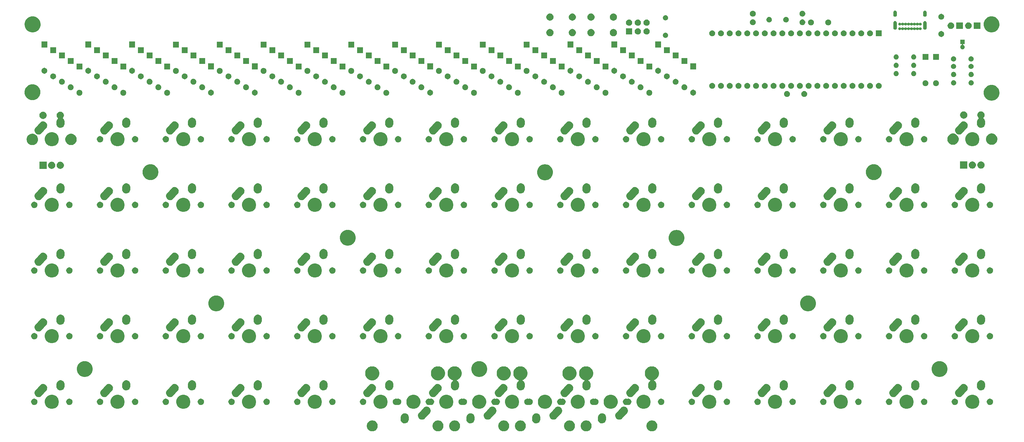
<source format=gbr>
G04 #@! TF.GenerationSoftware,KiCad,Pcbnew,5.1.5*
G04 #@! TF.CreationDate,2020-05-21T11:42:15+02:00*
G04 #@! TF.ProjectId,punk75,70756e6b-3735-42e6-9b69-6361645f7063,rev?*
G04 #@! TF.SameCoordinates,Original*
G04 #@! TF.FileFunction,Soldermask,Top*
G04 #@! TF.FilePolarity,Negative*
%FSLAX46Y46*%
G04 Gerber Fmt 4.6, Leading zero omitted, Abs format (unit mm)*
G04 Created by KiCad (PCBNEW 5.1.5) date 2020-05-21 11:42:15*
%MOMM*%
%LPD*%
G04 APERTURE LIST*
%ADD10C,0.100000*%
G04 APERTURE END LIST*
D10*
G36*
X220296411Y-226133026D02*
G01*
X220415137Y-226182204D01*
X220583041Y-226251752D01*
X220583042Y-226251753D01*
X220841004Y-226424117D01*
X221060383Y-226643496D01*
X221143854Y-226768420D01*
X221232748Y-226901459D01*
X221351474Y-227188090D01*
X221412000Y-227492375D01*
X221412000Y-227802625D01*
X221351474Y-228106910D01*
X221232748Y-228393541D01*
X221232747Y-228393542D01*
X221060383Y-228651504D01*
X220841004Y-228870883D01*
X220668639Y-228986053D01*
X220583041Y-229043248D01*
X220415137Y-229112796D01*
X220296411Y-229161974D01*
X220144267Y-229192237D01*
X219992125Y-229222500D01*
X219681875Y-229222500D01*
X219529733Y-229192237D01*
X219377589Y-229161974D01*
X219258863Y-229112796D01*
X219090959Y-229043248D01*
X219005361Y-228986053D01*
X218832996Y-228870883D01*
X218613617Y-228651504D01*
X218441253Y-228393542D01*
X218441252Y-228393541D01*
X218322526Y-228106910D01*
X218262000Y-227802625D01*
X218262000Y-227492375D01*
X218322526Y-227188090D01*
X218441252Y-226901459D01*
X218530146Y-226768420D01*
X218613617Y-226643496D01*
X218832996Y-226424117D01*
X219090958Y-226251753D01*
X219090959Y-226251752D01*
X219258863Y-226182204D01*
X219377589Y-226133026D01*
X219681875Y-226072500D01*
X219992125Y-226072500D01*
X220296411Y-226133026D01*
G37*
G36*
X239346411Y-226133026D02*
G01*
X239465137Y-226182204D01*
X239633041Y-226251752D01*
X239633042Y-226251753D01*
X239891004Y-226424117D01*
X240110383Y-226643496D01*
X240193854Y-226768420D01*
X240282748Y-226901459D01*
X240401474Y-227188090D01*
X240462000Y-227492375D01*
X240462000Y-227802625D01*
X240401474Y-228106910D01*
X240282748Y-228393541D01*
X240282747Y-228393542D01*
X240110383Y-228651504D01*
X239891004Y-228870883D01*
X239718639Y-228986053D01*
X239633041Y-229043248D01*
X239465137Y-229112796D01*
X239346411Y-229161974D01*
X239194267Y-229192237D01*
X239042125Y-229222500D01*
X238731875Y-229222500D01*
X238579733Y-229192237D01*
X238427589Y-229161974D01*
X238308863Y-229112796D01*
X238140959Y-229043248D01*
X238055361Y-228986053D01*
X237882996Y-228870883D01*
X237663617Y-228651504D01*
X237491253Y-228393542D01*
X237491252Y-228393541D01*
X237372526Y-228106910D01*
X237312000Y-227802625D01*
X237312000Y-227492375D01*
X237372526Y-227188090D01*
X237491252Y-226901459D01*
X237580146Y-226768420D01*
X237663617Y-226643496D01*
X237882996Y-226424117D01*
X238140958Y-226251753D01*
X238140959Y-226251752D01*
X238308863Y-226182204D01*
X238427589Y-226133026D01*
X238731875Y-226072500D01*
X239042125Y-226072500D01*
X239346411Y-226133026D01*
G37*
G36*
X263222411Y-226133026D02*
G01*
X263341137Y-226182204D01*
X263509041Y-226251752D01*
X263509042Y-226251753D01*
X263767004Y-226424117D01*
X263986383Y-226643496D01*
X264069854Y-226768420D01*
X264158748Y-226901459D01*
X264277474Y-227188090D01*
X264338000Y-227492375D01*
X264338000Y-227802625D01*
X264277474Y-228106910D01*
X264158748Y-228393541D01*
X264158747Y-228393542D01*
X263986383Y-228651504D01*
X263767004Y-228870883D01*
X263594639Y-228986053D01*
X263509041Y-229043248D01*
X263341137Y-229112796D01*
X263222411Y-229161974D01*
X263070267Y-229192237D01*
X262918125Y-229222500D01*
X262607875Y-229222500D01*
X262455733Y-229192237D01*
X262303589Y-229161974D01*
X262184863Y-229112796D01*
X262016959Y-229043248D01*
X261931361Y-228986053D01*
X261758996Y-228870883D01*
X261539617Y-228651504D01*
X261367253Y-228393542D01*
X261367252Y-228393541D01*
X261248526Y-228106910D01*
X261188000Y-227802625D01*
X261188000Y-227492375D01*
X261248526Y-227188090D01*
X261367252Y-226901459D01*
X261456146Y-226768420D01*
X261539617Y-226643496D01*
X261758996Y-226424117D01*
X262016958Y-226251753D01*
X262016959Y-226251752D01*
X262184863Y-226182204D01*
X262303589Y-226133026D01*
X262607875Y-226072500D01*
X262918125Y-226072500D01*
X263222411Y-226133026D01*
G37*
G36*
X225122411Y-226133026D02*
G01*
X225241137Y-226182204D01*
X225409041Y-226251752D01*
X225409042Y-226251753D01*
X225667004Y-226424117D01*
X225886383Y-226643496D01*
X225969854Y-226768420D01*
X226058748Y-226901459D01*
X226177474Y-227188090D01*
X226238000Y-227492375D01*
X226238000Y-227802625D01*
X226177474Y-228106910D01*
X226058748Y-228393541D01*
X226058747Y-228393542D01*
X225886383Y-228651504D01*
X225667004Y-228870883D01*
X225494639Y-228986053D01*
X225409041Y-229043248D01*
X225241137Y-229112796D01*
X225122411Y-229161974D01*
X224970267Y-229192237D01*
X224818125Y-229222500D01*
X224507875Y-229222500D01*
X224355733Y-229192237D01*
X224203589Y-229161974D01*
X224084863Y-229112796D01*
X223916959Y-229043248D01*
X223831361Y-228986053D01*
X223658996Y-228870883D01*
X223439617Y-228651504D01*
X223267253Y-228393542D01*
X223267252Y-228393541D01*
X223148526Y-228106910D01*
X223088000Y-227802625D01*
X223088000Y-227492375D01*
X223148526Y-227188090D01*
X223267252Y-226901459D01*
X223356146Y-226768420D01*
X223439617Y-226643496D01*
X223658996Y-226424117D01*
X223916958Y-226251753D01*
X223916959Y-226251752D01*
X224084863Y-226182204D01*
X224203589Y-226133026D01*
X224507875Y-226072500D01*
X224818125Y-226072500D01*
X225122411Y-226133026D01*
G37*
G36*
X201246411Y-226133026D02*
G01*
X201365137Y-226182204D01*
X201533041Y-226251752D01*
X201533042Y-226251753D01*
X201791004Y-226424117D01*
X202010383Y-226643496D01*
X202093854Y-226768420D01*
X202182748Y-226901459D01*
X202301474Y-227188090D01*
X202362000Y-227492375D01*
X202362000Y-227802625D01*
X202301474Y-228106910D01*
X202182748Y-228393541D01*
X202182747Y-228393542D01*
X202010383Y-228651504D01*
X201791004Y-228870883D01*
X201618639Y-228986053D01*
X201533041Y-229043248D01*
X201365137Y-229112796D01*
X201246411Y-229161974D01*
X201094267Y-229192237D01*
X200942125Y-229222500D01*
X200631875Y-229222500D01*
X200479733Y-229192237D01*
X200327589Y-229161974D01*
X200208863Y-229112796D01*
X200040959Y-229043248D01*
X199955361Y-228986053D01*
X199782996Y-228870883D01*
X199563617Y-228651504D01*
X199391253Y-228393542D01*
X199391252Y-228393541D01*
X199272526Y-228106910D01*
X199212000Y-227802625D01*
X199212000Y-227492375D01*
X199272526Y-227188090D01*
X199391252Y-226901459D01*
X199480146Y-226768420D01*
X199563617Y-226643496D01*
X199782996Y-226424117D01*
X200040958Y-226251753D01*
X200040959Y-226251752D01*
X200208863Y-226182204D01*
X200327589Y-226133026D01*
X200631875Y-226072500D01*
X200942125Y-226072500D01*
X201246411Y-226133026D01*
G37*
G36*
X206072411Y-226133026D02*
G01*
X206191137Y-226182204D01*
X206359041Y-226251752D01*
X206359042Y-226251753D01*
X206617004Y-226424117D01*
X206836383Y-226643496D01*
X206919854Y-226768420D01*
X207008748Y-226901459D01*
X207127474Y-227188090D01*
X207188000Y-227492375D01*
X207188000Y-227802625D01*
X207127474Y-228106910D01*
X207008748Y-228393541D01*
X207008747Y-228393542D01*
X206836383Y-228651504D01*
X206617004Y-228870883D01*
X206444639Y-228986053D01*
X206359041Y-229043248D01*
X206191137Y-229112796D01*
X206072411Y-229161974D01*
X205920267Y-229192237D01*
X205768125Y-229222500D01*
X205457875Y-229222500D01*
X205305733Y-229192237D01*
X205153589Y-229161974D01*
X205034863Y-229112796D01*
X204866959Y-229043248D01*
X204781361Y-228986053D01*
X204608996Y-228870883D01*
X204389617Y-228651504D01*
X204217253Y-228393542D01*
X204217252Y-228393541D01*
X204098526Y-228106910D01*
X204038000Y-227802625D01*
X204038000Y-227492375D01*
X204098526Y-227188090D01*
X204217252Y-226901459D01*
X204306146Y-226768420D01*
X204389617Y-226643496D01*
X204608996Y-226424117D01*
X204866958Y-226251753D01*
X204866959Y-226251752D01*
X205034863Y-226182204D01*
X205153589Y-226133026D01*
X205457875Y-226072500D01*
X205768125Y-226072500D01*
X206072411Y-226133026D01*
G37*
G36*
X182196411Y-226133026D02*
G01*
X182315137Y-226182204D01*
X182483041Y-226251752D01*
X182483042Y-226251753D01*
X182741004Y-226424117D01*
X182960383Y-226643496D01*
X183043854Y-226768420D01*
X183132748Y-226901459D01*
X183251474Y-227188090D01*
X183312000Y-227492375D01*
X183312000Y-227802625D01*
X183251474Y-228106910D01*
X183132748Y-228393541D01*
X183132747Y-228393542D01*
X182960383Y-228651504D01*
X182741004Y-228870883D01*
X182568639Y-228986053D01*
X182483041Y-229043248D01*
X182315137Y-229112796D01*
X182196411Y-229161974D01*
X182044267Y-229192237D01*
X181892125Y-229222500D01*
X181581875Y-229222500D01*
X181429733Y-229192237D01*
X181277589Y-229161974D01*
X181158863Y-229112796D01*
X180990959Y-229043248D01*
X180905361Y-228986053D01*
X180732996Y-228870883D01*
X180513617Y-228651504D01*
X180341253Y-228393542D01*
X180341252Y-228393541D01*
X180222526Y-228106910D01*
X180162000Y-227802625D01*
X180162000Y-227492375D01*
X180222526Y-227188090D01*
X180341252Y-226901459D01*
X180430146Y-226768420D01*
X180513617Y-226643496D01*
X180732996Y-226424117D01*
X180990958Y-226251753D01*
X180990959Y-226251752D01*
X181158863Y-226182204D01*
X181277589Y-226133026D01*
X181581875Y-226072500D01*
X181892125Y-226072500D01*
X182196411Y-226133026D01*
G37*
G36*
X244172411Y-226133026D02*
G01*
X244291137Y-226182204D01*
X244459041Y-226251752D01*
X244459042Y-226251753D01*
X244717004Y-226424117D01*
X244936383Y-226643496D01*
X245019854Y-226768420D01*
X245108748Y-226901459D01*
X245227474Y-227188090D01*
X245288000Y-227492375D01*
X245288000Y-227802625D01*
X245227474Y-228106910D01*
X245108748Y-228393541D01*
X245108747Y-228393542D01*
X244936383Y-228651504D01*
X244717004Y-228870883D01*
X244544639Y-228986053D01*
X244459041Y-229043248D01*
X244291137Y-229112796D01*
X244172411Y-229161974D01*
X244020267Y-229192237D01*
X243868125Y-229222500D01*
X243557875Y-229222500D01*
X243405733Y-229192237D01*
X243253589Y-229161974D01*
X243134863Y-229112796D01*
X242966959Y-229043248D01*
X242881361Y-228986053D01*
X242708996Y-228870883D01*
X242489617Y-228651504D01*
X242317253Y-228393542D01*
X242317252Y-228393541D01*
X242198526Y-228106910D01*
X242138000Y-227802625D01*
X242138000Y-227492375D01*
X242198526Y-227188090D01*
X242317252Y-226901459D01*
X242406146Y-226768420D01*
X242489617Y-226643496D01*
X242708996Y-226424117D01*
X242966958Y-226251753D01*
X242966959Y-226251752D01*
X243134863Y-226182204D01*
X243253589Y-226133026D01*
X243557875Y-226072500D01*
X243868125Y-226072500D01*
X244172411Y-226133026D01*
G37*
G36*
X248446446Y-223990278D02*
G01*
X248636093Y-224022439D01*
X248636095Y-224022440D01*
X248636096Y-224022440D01*
X248852542Y-224104984D01*
X249048726Y-224228169D01*
X249217108Y-224387260D01*
X249351217Y-224576144D01*
X249445900Y-224787562D01*
X249497518Y-225013390D01*
X249502442Y-225186921D01*
X249465300Y-225718080D01*
X249453828Y-225882144D01*
X249424803Y-226053298D01*
X249424802Y-226053300D01*
X249342258Y-226269746D01*
X249219073Y-226465930D01*
X249059982Y-226634312D01*
X248871098Y-226768421D01*
X248659680Y-226863104D01*
X248491877Y-226901459D01*
X248433853Y-226914722D01*
X248428099Y-226914885D01*
X248202295Y-226921292D01*
X248111922Y-226905966D01*
X247973907Y-226882561D01*
X247757458Y-226800016D01*
X247707140Y-226768421D01*
X247561274Y-226676831D01*
X247392892Y-226517740D01*
X247258783Y-226328856D01*
X247164100Y-226117438D01*
X247112482Y-225891610D01*
X247107558Y-225718080D01*
X247156172Y-225022858D01*
X247156172Y-225022856D01*
X247185197Y-224851702D01*
X247267743Y-224635252D01*
X247390926Y-224439072D01*
X247390927Y-224439070D01*
X247550018Y-224270688D01*
X247738902Y-224136579D01*
X247950320Y-224041896D01*
X248176148Y-223990278D01*
X248407705Y-223983708D01*
X248446446Y-223990278D01*
G37*
G36*
X191296446Y-223990278D02*
G01*
X191486093Y-224022439D01*
X191486095Y-224022440D01*
X191486096Y-224022440D01*
X191702542Y-224104984D01*
X191898726Y-224228169D01*
X192067108Y-224387260D01*
X192201217Y-224576144D01*
X192295900Y-224787562D01*
X192347518Y-225013390D01*
X192352442Y-225186921D01*
X192315300Y-225718080D01*
X192303828Y-225882144D01*
X192274803Y-226053298D01*
X192274802Y-226053300D01*
X192192258Y-226269746D01*
X192069073Y-226465930D01*
X191909982Y-226634312D01*
X191721098Y-226768421D01*
X191509680Y-226863104D01*
X191341877Y-226901459D01*
X191283853Y-226914722D01*
X191278099Y-226914885D01*
X191052295Y-226921292D01*
X190961922Y-226905966D01*
X190823907Y-226882561D01*
X190607458Y-226800016D01*
X190557140Y-226768421D01*
X190411274Y-226676831D01*
X190242892Y-226517740D01*
X190108783Y-226328856D01*
X190014100Y-226117438D01*
X189962482Y-225891610D01*
X189957558Y-225718080D01*
X190006172Y-225022858D01*
X190006172Y-225022856D01*
X190035197Y-224851702D01*
X190117743Y-224635252D01*
X190240926Y-224439072D01*
X190240927Y-224439070D01*
X190400018Y-224270688D01*
X190588902Y-224136579D01*
X190800320Y-224041896D01*
X191026148Y-223990278D01*
X191257705Y-223983708D01*
X191296446Y-223990278D01*
G37*
G36*
X210346446Y-223990278D02*
G01*
X210536093Y-224022439D01*
X210536095Y-224022440D01*
X210536096Y-224022440D01*
X210752542Y-224104984D01*
X210948726Y-224228169D01*
X211117108Y-224387260D01*
X211251217Y-224576144D01*
X211345900Y-224787562D01*
X211397518Y-225013390D01*
X211402442Y-225186921D01*
X211365300Y-225718080D01*
X211353828Y-225882144D01*
X211324803Y-226053298D01*
X211324802Y-226053300D01*
X211242258Y-226269746D01*
X211119073Y-226465930D01*
X210959982Y-226634312D01*
X210771098Y-226768421D01*
X210559680Y-226863104D01*
X210391877Y-226901459D01*
X210333853Y-226914722D01*
X210328099Y-226914885D01*
X210102295Y-226921292D01*
X210011922Y-226905966D01*
X209873907Y-226882561D01*
X209657458Y-226800016D01*
X209607140Y-226768421D01*
X209461274Y-226676831D01*
X209292892Y-226517740D01*
X209158783Y-226328856D01*
X209064100Y-226117438D01*
X209012482Y-225891610D01*
X209007558Y-225718080D01*
X209056172Y-225022858D01*
X209056172Y-225022856D01*
X209085197Y-224851702D01*
X209167743Y-224635252D01*
X209290926Y-224439072D01*
X209290927Y-224439070D01*
X209450018Y-224270688D01*
X209638902Y-224136579D01*
X209850320Y-224041896D01*
X210076148Y-223990278D01*
X210307705Y-223983708D01*
X210346446Y-223990278D01*
G37*
G36*
X229396446Y-223990278D02*
G01*
X229586093Y-224022439D01*
X229586095Y-224022440D01*
X229586096Y-224022440D01*
X229802542Y-224104984D01*
X229998726Y-224228169D01*
X230167108Y-224387260D01*
X230301217Y-224576144D01*
X230395900Y-224787562D01*
X230447518Y-225013390D01*
X230452442Y-225186921D01*
X230415300Y-225718080D01*
X230403828Y-225882144D01*
X230374803Y-226053298D01*
X230374802Y-226053300D01*
X230292258Y-226269746D01*
X230169073Y-226465930D01*
X230009982Y-226634312D01*
X229821098Y-226768421D01*
X229609680Y-226863104D01*
X229441877Y-226901459D01*
X229383853Y-226914722D01*
X229378099Y-226914885D01*
X229152295Y-226921292D01*
X229061922Y-226905966D01*
X228923907Y-226882561D01*
X228707458Y-226800016D01*
X228657140Y-226768421D01*
X228511274Y-226676831D01*
X228342892Y-226517740D01*
X228208783Y-226328856D01*
X228114100Y-226117438D01*
X228062482Y-225891610D01*
X228057558Y-225718080D01*
X228106172Y-225022858D01*
X228106172Y-225022856D01*
X228135197Y-224851702D01*
X228217743Y-224635252D01*
X228340926Y-224439072D01*
X228340927Y-224439070D01*
X228500018Y-224270688D01*
X228688902Y-224136579D01*
X228900320Y-224041896D01*
X229126148Y-223990278D01*
X229357705Y-223983708D01*
X229396446Y-223990278D01*
G37*
G36*
X216710311Y-222044758D02*
G01*
X216935204Y-222100309D01*
X217144937Y-222198667D01*
X217331452Y-222336052D01*
X217487581Y-222507184D01*
X217607323Y-222705488D01*
X217686078Y-222923342D01*
X217720818Y-223152374D01*
X217710208Y-223383782D01*
X217654657Y-223608675D01*
X217556299Y-223818409D01*
X217453342Y-223958184D01*
X216064534Y-225500611D01*
X215936286Y-225617615D01*
X215737982Y-225737357D01*
X215520128Y-225816112D01*
X215291096Y-225850852D01*
X215059689Y-225840243D01*
X214834796Y-225784691D01*
X214692750Y-225718076D01*
X214625062Y-225686333D01*
X214511501Y-225602684D01*
X214438548Y-225548948D01*
X214282419Y-225377816D01*
X214162677Y-225179512D01*
X214083922Y-224961658D01*
X214049182Y-224732626D01*
X214059791Y-224501219D01*
X214115343Y-224276326D01*
X214213701Y-224066593D01*
X214213701Y-224066592D01*
X214316661Y-223926813D01*
X215013972Y-223152371D01*
X215705465Y-222384389D01*
X215833713Y-222267385D01*
X216032017Y-222147643D01*
X216249871Y-222068888D01*
X216478902Y-222034148D01*
X216710311Y-222044758D01*
G37*
G36*
X254810311Y-222044758D02*
G01*
X255035204Y-222100309D01*
X255244937Y-222198667D01*
X255431452Y-222336052D01*
X255587581Y-222507184D01*
X255707323Y-222705488D01*
X255786078Y-222923342D01*
X255820818Y-223152374D01*
X255810208Y-223383782D01*
X255754657Y-223608675D01*
X255656299Y-223818409D01*
X255553342Y-223958184D01*
X254164534Y-225500611D01*
X254036286Y-225617615D01*
X253837982Y-225737357D01*
X253620128Y-225816112D01*
X253391096Y-225850852D01*
X253159689Y-225840243D01*
X252934796Y-225784691D01*
X252792750Y-225718076D01*
X252725062Y-225686333D01*
X252611501Y-225602684D01*
X252538548Y-225548948D01*
X252382419Y-225377816D01*
X252262677Y-225179512D01*
X252183922Y-224961658D01*
X252149182Y-224732626D01*
X252159791Y-224501219D01*
X252215343Y-224276326D01*
X252313701Y-224066593D01*
X252313701Y-224066592D01*
X252416661Y-223926813D01*
X253113972Y-223152371D01*
X253805465Y-222384389D01*
X253933713Y-222267385D01*
X254132017Y-222147643D01*
X254349871Y-222068888D01*
X254578902Y-222034148D01*
X254810311Y-222044758D01*
G37*
G36*
X197660311Y-222044758D02*
G01*
X197885204Y-222100309D01*
X198094937Y-222198667D01*
X198281452Y-222336052D01*
X198437581Y-222507184D01*
X198557323Y-222705488D01*
X198636078Y-222923342D01*
X198670818Y-223152374D01*
X198660208Y-223383782D01*
X198604657Y-223608675D01*
X198506299Y-223818409D01*
X198403342Y-223958184D01*
X197014534Y-225500611D01*
X196886286Y-225617615D01*
X196687982Y-225737357D01*
X196470128Y-225816112D01*
X196241096Y-225850852D01*
X196009689Y-225840243D01*
X195784796Y-225784691D01*
X195642750Y-225718076D01*
X195575062Y-225686333D01*
X195461501Y-225602684D01*
X195388548Y-225548948D01*
X195232419Y-225377816D01*
X195112677Y-225179512D01*
X195033922Y-224961658D01*
X194999182Y-224732626D01*
X195009791Y-224501219D01*
X195065343Y-224276326D01*
X195163701Y-224066593D01*
X195163701Y-224066592D01*
X195266661Y-223926813D01*
X195963972Y-223152371D01*
X196655465Y-222384389D01*
X196783713Y-222267385D01*
X196982017Y-222147643D01*
X197199871Y-222068888D01*
X197428902Y-222034148D01*
X197660311Y-222044758D01*
G37*
G36*
X235760311Y-222044758D02*
G01*
X235985204Y-222100309D01*
X236194937Y-222198667D01*
X236381452Y-222336052D01*
X236537581Y-222507184D01*
X236657323Y-222705488D01*
X236736078Y-222923342D01*
X236770818Y-223152374D01*
X236760208Y-223383782D01*
X236704657Y-223608675D01*
X236606299Y-223818409D01*
X236503342Y-223958184D01*
X235114534Y-225500611D01*
X234986286Y-225617615D01*
X234787982Y-225737357D01*
X234570128Y-225816112D01*
X234341096Y-225850852D01*
X234109689Y-225840243D01*
X233884796Y-225784691D01*
X233742750Y-225718076D01*
X233675062Y-225686333D01*
X233561501Y-225602684D01*
X233488548Y-225548948D01*
X233332419Y-225377816D01*
X233212677Y-225179512D01*
X233133922Y-224961658D01*
X233099182Y-224732626D01*
X233109791Y-224501219D01*
X233165343Y-224276326D01*
X233263701Y-224066593D01*
X233263701Y-224066592D01*
X233366661Y-223926813D01*
X234063972Y-223152371D01*
X234755465Y-222384389D01*
X234883713Y-222267385D01*
X235082017Y-222147643D01*
X235299871Y-222068888D01*
X235528902Y-222034148D01*
X235760311Y-222044758D01*
G37*
G36*
X318096474Y-218696184D02*
G01*
X318314474Y-218786483D01*
X318468623Y-218850333D01*
X318803548Y-219074123D01*
X319088377Y-219358952D01*
X319312167Y-219693877D01*
X319347433Y-219779018D01*
X319466316Y-220066026D01*
X319544900Y-220461094D01*
X319544900Y-220863906D01*
X319466316Y-221258974D01*
X319415451Y-221381772D01*
X319312167Y-221631123D01*
X319088377Y-221966048D01*
X318803548Y-222250877D01*
X318468623Y-222474667D01*
X318314474Y-222538517D01*
X318096474Y-222628816D01*
X317701406Y-222707400D01*
X317298594Y-222707400D01*
X316903526Y-222628816D01*
X316685526Y-222538517D01*
X316531377Y-222474667D01*
X316196452Y-222250877D01*
X315911623Y-221966048D01*
X315687833Y-221631123D01*
X315584549Y-221381772D01*
X315533684Y-221258974D01*
X315455100Y-220863906D01*
X315455100Y-220461094D01*
X315533684Y-220066026D01*
X315652567Y-219779018D01*
X315687833Y-219693877D01*
X315911623Y-219358952D01*
X316196452Y-219074123D01*
X316531377Y-218850333D01*
X316685526Y-218786483D01*
X316903526Y-218696184D01*
X317298594Y-218617600D01*
X317701406Y-218617600D01*
X318096474Y-218696184D01*
G37*
G36*
X260946474Y-218696184D02*
G01*
X261164474Y-218786483D01*
X261318623Y-218850333D01*
X261653548Y-219074123D01*
X261938377Y-219358952D01*
X262162167Y-219693877D01*
X262197433Y-219779018D01*
X262316316Y-220066026D01*
X262394900Y-220461094D01*
X262394900Y-220863906D01*
X262316316Y-221258974D01*
X262265451Y-221381772D01*
X262162167Y-221631123D01*
X261938377Y-221966048D01*
X261653548Y-222250877D01*
X261318623Y-222474667D01*
X261164474Y-222538517D01*
X260946474Y-222628816D01*
X260551406Y-222707400D01*
X260148594Y-222707400D01*
X259753526Y-222628816D01*
X259535526Y-222538517D01*
X259381377Y-222474667D01*
X259046452Y-222250877D01*
X258761623Y-221966048D01*
X258537833Y-221631123D01*
X258434549Y-221381772D01*
X258383684Y-221258974D01*
X258305100Y-220863906D01*
X258305100Y-220461094D01*
X258383684Y-220066026D01*
X258502567Y-219779018D01*
X258537833Y-219693877D01*
X258761623Y-219358952D01*
X259046452Y-219074123D01*
X259381377Y-218850333D01*
X259535526Y-218786483D01*
X259753526Y-218696184D01*
X260148594Y-218617600D01*
X260551406Y-218617600D01*
X260946474Y-218696184D01*
G37*
G36*
X251421474Y-218696184D02*
G01*
X251639474Y-218786483D01*
X251793623Y-218850333D01*
X252128548Y-219074123D01*
X252413377Y-219358952D01*
X252637167Y-219693877D01*
X252672433Y-219779018D01*
X252791316Y-220066026D01*
X252869900Y-220461094D01*
X252869900Y-220863906D01*
X252791316Y-221258974D01*
X252740451Y-221381772D01*
X252637167Y-221631123D01*
X252413377Y-221966048D01*
X252128548Y-222250877D01*
X251793623Y-222474667D01*
X251639474Y-222538517D01*
X251421474Y-222628816D01*
X251026406Y-222707400D01*
X250623594Y-222707400D01*
X250228526Y-222628816D01*
X250010526Y-222538517D01*
X249856377Y-222474667D01*
X249521452Y-222250877D01*
X249236623Y-221966048D01*
X249012833Y-221631123D01*
X248909549Y-221381772D01*
X248858684Y-221258974D01*
X248780100Y-220863906D01*
X248780100Y-220461094D01*
X248858684Y-220066026D01*
X248977567Y-219779018D01*
X249012833Y-219693877D01*
X249236623Y-219358952D01*
X249521452Y-219074123D01*
X249856377Y-218850333D01*
X250010526Y-218786483D01*
X250228526Y-218696184D01*
X250623594Y-218617600D01*
X251026406Y-218617600D01*
X251421474Y-218696184D01*
G37*
G36*
X241896474Y-218696184D02*
G01*
X242114474Y-218786483D01*
X242268623Y-218850333D01*
X242603548Y-219074123D01*
X242888377Y-219358952D01*
X243112167Y-219693877D01*
X243147433Y-219779018D01*
X243266316Y-220066026D01*
X243344900Y-220461094D01*
X243344900Y-220863906D01*
X243266316Y-221258974D01*
X243215451Y-221381772D01*
X243112167Y-221631123D01*
X242888377Y-221966048D01*
X242603548Y-222250877D01*
X242268623Y-222474667D01*
X242114474Y-222538517D01*
X241896474Y-222628816D01*
X241501406Y-222707400D01*
X241098594Y-222707400D01*
X240703526Y-222628816D01*
X240485526Y-222538517D01*
X240331377Y-222474667D01*
X239996452Y-222250877D01*
X239711623Y-221966048D01*
X239487833Y-221631123D01*
X239384549Y-221381772D01*
X239333684Y-221258974D01*
X239255100Y-220863906D01*
X239255100Y-220461094D01*
X239333684Y-220066026D01*
X239452567Y-219779018D01*
X239487833Y-219693877D01*
X239711623Y-219358952D01*
X239996452Y-219074123D01*
X240331377Y-218850333D01*
X240485526Y-218786483D01*
X240703526Y-218696184D01*
X241098594Y-218617600D01*
X241501406Y-218617600D01*
X241896474Y-218696184D01*
G37*
G36*
X213321474Y-218696184D02*
G01*
X213539474Y-218786483D01*
X213693623Y-218850333D01*
X214028548Y-219074123D01*
X214313377Y-219358952D01*
X214537167Y-219693877D01*
X214572433Y-219779018D01*
X214691316Y-220066026D01*
X214769900Y-220461094D01*
X214769900Y-220863906D01*
X214691316Y-221258974D01*
X214640451Y-221381772D01*
X214537167Y-221631123D01*
X214313377Y-221966048D01*
X214028548Y-222250877D01*
X213693623Y-222474667D01*
X213539474Y-222538517D01*
X213321474Y-222628816D01*
X212926406Y-222707400D01*
X212523594Y-222707400D01*
X212128526Y-222628816D01*
X211910526Y-222538517D01*
X211756377Y-222474667D01*
X211421452Y-222250877D01*
X211136623Y-221966048D01*
X210912833Y-221631123D01*
X210809549Y-221381772D01*
X210758684Y-221258974D01*
X210680100Y-220863906D01*
X210680100Y-220461094D01*
X210758684Y-220066026D01*
X210877567Y-219779018D01*
X210912833Y-219693877D01*
X211136623Y-219358952D01*
X211421452Y-219074123D01*
X211756377Y-218850333D01*
X211910526Y-218786483D01*
X212128526Y-218696184D01*
X212523594Y-218617600D01*
X212926406Y-218617600D01*
X213321474Y-218696184D01*
G37*
G36*
X356196474Y-218696184D02*
G01*
X356414474Y-218786483D01*
X356568623Y-218850333D01*
X356903548Y-219074123D01*
X357188377Y-219358952D01*
X357412167Y-219693877D01*
X357447433Y-219779018D01*
X357566316Y-220066026D01*
X357644900Y-220461094D01*
X357644900Y-220863906D01*
X357566316Y-221258974D01*
X357515451Y-221381772D01*
X357412167Y-221631123D01*
X357188377Y-221966048D01*
X356903548Y-222250877D01*
X356568623Y-222474667D01*
X356414474Y-222538517D01*
X356196474Y-222628816D01*
X355801406Y-222707400D01*
X355398594Y-222707400D01*
X355003526Y-222628816D01*
X354785526Y-222538517D01*
X354631377Y-222474667D01*
X354296452Y-222250877D01*
X354011623Y-221966048D01*
X353787833Y-221631123D01*
X353684549Y-221381772D01*
X353633684Y-221258974D01*
X353555100Y-220863906D01*
X353555100Y-220461094D01*
X353633684Y-220066026D01*
X353752567Y-219779018D01*
X353787833Y-219693877D01*
X354011623Y-219358952D01*
X354296452Y-219074123D01*
X354631377Y-218850333D01*
X354785526Y-218786483D01*
X355003526Y-218696184D01*
X355398594Y-218617600D01*
X355801406Y-218617600D01*
X356196474Y-218696184D01*
G37*
G36*
X337146474Y-218696184D02*
G01*
X337364474Y-218786483D01*
X337518623Y-218850333D01*
X337853548Y-219074123D01*
X338138377Y-219358952D01*
X338362167Y-219693877D01*
X338397433Y-219779018D01*
X338516316Y-220066026D01*
X338594900Y-220461094D01*
X338594900Y-220863906D01*
X338516316Y-221258974D01*
X338465451Y-221381772D01*
X338362167Y-221631123D01*
X338138377Y-221966048D01*
X337853548Y-222250877D01*
X337518623Y-222474667D01*
X337364474Y-222538517D01*
X337146474Y-222628816D01*
X336751406Y-222707400D01*
X336348594Y-222707400D01*
X335953526Y-222628816D01*
X335735526Y-222538517D01*
X335581377Y-222474667D01*
X335246452Y-222250877D01*
X334961623Y-221966048D01*
X334737833Y-221631123D01*
X334634549Y-221381772D01*
X334583684Y-221258974D01*
X334505100Y-220863906D01*
X334505100Y-220461094D01*
X334583684Y-220066026D01*
X334702567Y-219779018D01*
X334737833Y-219693877D01*
X334961623Y-219358952D01*
X335246452Y-219074123D01*
X335581377Y-218850333D01*
X335735526Y-218786483D01*
X335953526Y-218696184D01*
X336348594Y-218617600D01*
X336751406Y-218617600D01*
X337146474Y-218696184D01*
G37*
G36*
X299046474Y-218696184D02*
G01*
X299264474Y-218786483D01*
X299418623Y-218850333D01*
X299753548Y-219074123D01*
X300038377Y-219358952D01*
X300262167Y-219693877D01*
X300297433Y-219779018D01*
X300416316Y-220066026D01*
X300494900Y-220461094D01*
X300494900Y-220863906D01*
X300416316Y-221258974D01*
X300365451Y-221381772D01*
X300262167Y-221631123D01*
X300038377Y-221966048D01*
X299753548Y-222250877D01*
X299418623Y-222474667D01*
X299264474Y-222538517D01*
X299046474Y-222628816D01*
X298651406Y-222707400D01*
X298248594Y-222707400D01*
X297853526Y-222628816D01*
X297635526Y-222538517D01*
X297481377Y-222474667D01*
X297146452Y-222250877D01*
X296861623Y-221966048D01*
X296637833Y-221631123D01*
X296534549Y-221381772D01*
X296483684Y-221258974D01*
X296405100Y-220863906D01*
X296405100Y-220461094D01*
X296483684Y-220066026D01*
X296602567Y-219779018D01*
X296637833Y-219693877D01*
X296861623Y-219358952D01*
X297146452Y-219074123D01*
X297481377Y-218850333D01*
X297635526Y-218786483D01*
X297853526Y-218696184D01*
X298248594Y-218617600D01*
X298651406Y-218617600D01*
X299046474Y-218696184D01*
G37*
G36*
X194271474Y-218696184D02*
G01*
X194489474Y-218786483D01*
X194643623Y-218850333D01*
X194978548Y-219074123D01*
X195263377Y-219358952D01*
X195487167Y-219693877D01*
X195522433Y-219779018D01*
X195641316Y-220066026D01*
X195719900Y-220461094D01*
X195719900Y-220863906D01*
X195641316Y-221258974D01*
X195590451Y-221381772D01*
X195487167Y-221631123D01*
X195263377Y-221966048D01*
X194978548Y-222250877D01*
X194643623Y-222474667D01*
X194489474Y-222538517D01*
X194271474Y-222628816D01*
X193876406Y-222707400D01*
X193473594Y-222707400D01*
X193078526Y-222628816D01*
X192860526Y-222538517D01*
X192706377Y-222474667D01*
X192371452Y-222250877D01*
X192086623Y-221966048D01*
X191862833Y-221631123D01*
X191759549Y-221381772D01*
X191708684Y-221258974D01*
X191630100Y-220863906D01*
X191630100Y-220461094D01*
X191708684Y-220066026D01*
X191827567Y-219779018D01*
X191862833Y-219693877D01*
X192086623Y-219358952D01*
X192371452Y-219074123D01*
X192706377Y-218850333D01*
X192860526Y-218786483D01*
X193078526Y-218696184D01*
X193473594Y-218617600D01*
X193876406Y-218617600D01*
X194271474Y-218696184D01*
G37*
G36*
X222846474Y-218696184D02*
G01*
X223064474Y-218786483D01*
X223218623Y-218850333D01*
X223553548Y-219074123D01*
X223838377Y-219358952D01*
X224062167Y-219693877D01*
X224097433Y-219779018D01*
X224216316Y-220066026D01*
X224294900Y-220461094D01*
X224294900Y-220863906D01*
X224216316Y-221258974D01*
X224165451Y-221381772D01*
X224062167Y-221631123D01*
X223838377Y-221966048D01*
X223553548Y-222250877D01*
X223218623Y-222474667D01*
X223064474Y-222538517D01*
X222846474Y-222628816D01*
X222451406Y-222707400D01*
X222048594Y-222707400D01*
X221653526Y-222628816D01*
X221435526Y-222538517D01*
X221281377Y-222474667D01*
X220946452Y-222250877D01*
X220661623Y-221966048D01*
X220437833Y-221631123D01*
X220334549Y-221381772D01*
X220283684Y-221258974D01*
X220205100Y-220863906D01*
X220205100Y-220461094D01*
X220283684Y-220066026D01*
X220402567Y-219779018D01*
X220437833Y-219693877D01*
X220661623Y-219358952D01*
X220946452Y-219074123D01*
X221281377Y-218850333D01*
X221435526Y-218786483D01*
X221653526Y-218696184D01*
X222048594Y-218617600D01*
X222451406Y-218617600D01*
X222846474Y-218696184D01*
G37*
G36*
X184746474Y-218696184D02*
G01*
X184964474Y-218786483D01*
X185118623Y-218850333D01*
X185453548Y-219074123D01*
X185738377Y-219358952D01*
X185962167Y-219693877D01*
X185997433Y-219779018D01*
X186116316Y-220066026D01*
X186194900Y-220461094D01*
X186194900Y-220863906D01*
X186116316Y-221258974D01*
X186065451Y-221381772D01*
X185962167Y-221631123D01*
X185738377Y-221966048D01*
X185453548Y-222250877D01*
X185118623Y-222474667D01*
X184964474Y-222538517D01*
X184746474Y-222628816D01*
X184351406Y-222707400D01*
X183948594Y-222707400D01*
X183553526Y-222628816D01*
X183335526Y-222538517D01*
X183181377Y-222474667D01*
X182846452Y-222250877D01*
X182561623Y-221966048D01*
X182337833Y-221631123D01*
X182234549Y-221381772D01*
X182183684Y-221258974D01*
X182105100Y-220863906D01*
X182105100Y-220461094D01*
X182183684Y-220066026D01*
X182302567Y-219779018D01*
X182337833Y-219693877D01*
X182561623Y-219358952D01*
X182846452Y-219074123D01*
X183181377Y-218850333D01*
X183335526Y-218786483D01*
X183553526Y-218696184D01*
X183948594Y-218617600D01*
X184351406Y-218617600D01*
X184746474Y-218696184D01*
G37*
G36*
X232371474Y-218696184D02*
G01*
X232589474Y-218786483D01*
X232743623Y-218850333D01*
X233078548Y-219074123D01*
X233363377Y-219358952D01*
X233587167Y-219693877D01*
X233622433Y-219779018D01*
X233741316Y-220066026D01*
X233819900Y-220461094D01*
X233819900Y-220863906D01*
X233741316Y-221258974D01*
X233690451Y-221381772D01*
X233587167Y-221631123D01*
X233363377Y-221966048D01*
X233078548Y-222250877D01*
X232743623Y-222474667D01*
X232589474Y-222538517D01*
X232371474Y-222628816D01*
X231976406Y-222707400D01*
X231573594Y-222707400D01*
X231178526Y-222628816D01*
X230960526Y-222538517D01*
X230806377Y-222474667D01*
X230471452Y-222250877D01*
X230186623Y-221966048D01*
X229962833Y-221631123D01*
X229859549Y-221381772D01*
X229808684Y-221258974D01*
X229730100Y-220863906D01*
X229730100Y-220461094D01*
X229808684Y-220066026D01*
X229927567Y-219779018D01*
X229962833Y-219693877D01*
X230186623Y-219358952D01*
X230471452Y-219074123D01*
X230806377Y-218850333D01*
X230960526Y-218786483D01*
X231178526Y-218696184D01*
X231573594Y-218617600D01*
X231976406Y-218617600D01*
X232371474Y-218696184D01*
G37*
G36*
X165696474Y-218696184D02*
G01*
X165914474Y-218786483D01*
X166068623Y-218850333D01*
X166403548Y-219074123D01*
X166688377Y-219358952D01*
X166912167Y-219693877D01*
X166947433Y-219779018D01*
X167066316Y-220066026D01*
X167144900Y-220461094D01*
X167144900Y-220863906D01*
X167066316Y-221258974D01*
X167015451Y-221381772D01*
X166912167Y-221631123D01*
X166688377Y-221966048D01*
X166403548Y-222250877D01*
X166068623Y-222474667D01*
X165914474Y-222538517D01*
X165696474Y-222628816D01*
X165301406Y-222707400D01*
X164898594Y-222707400D01*
X164503526Y-222628816D01*
X164285526Y-222538517D01*
X164131377Y-222474667D01*
X163796452Y-222250877D01*
X163511623Y-221966048D01*
X163287833Y-221631123D01*
X163184549Y-221381772D01*
X163133684Y-221258974D01*
X163055100Y-220863906D01*
X163055100Y-220461094D01*
X163133684Y-220066026D01*
X163252567Y-219779018D01*
X163287833Y-219693877D01*
X163511623Y-219358952D01*
X163796452Y-219074123D01*
X164131377Y-218850333D01*
X164285526Y-218786483D01*
X164503526Y-218696184D01*
X164898594Y-218617600D01*
X165301406Y-218617600D01*
X165696474Y-218696184D01*
G37*
G36*
X146646474Y-218696184D02*
G01*
X146864474Y-218786483D01*
X147018623Y-218850333D01*
X147353548Y-219074123D01*
X147638377Y-219358952D01*
X147862167Y-219693877D01*
X147897433Y-219779018D01*
X148016316Y-220066026D01*
X148094900Y-220461094D01*
X148094900Y-220863906D01*
X148016316Y-221258974D01*
X147965451Y-221381772D01*
X147862167Y-221631123D01*
X147638377Y-221966048D01*
X147353548Y-222250877D01*
X147018623Y-222474667D01*
X146864474Y-222538517D01*
X146646474Y-222628816D01*
X146251406Y-222707400D01*
X145848594Y-222707400D01*
X145453526Y-222628816D01*
X145235526Y-222538517D01*
X145081377Y-222474667D01*
X144746452Y-222250877D01*
X144461623Y-221966048D01*
X144237833Y-221631123D01*
X144134549Y-221381772D01*
X144083684Y-221258974D01*
X144005100Y-220863906D01*
X144005100Y-220461094D01*
X144083684Y-220066026D01*
X144202567Y-219779018D01*
X144237833Y-219693877D01*
X144461623Y-219358952D01*
X144746452Y-219074123D01*
X145081377Y-218850333D01*
X145235526Y-218786483D01*
X145453526Y-218696184D01*
X145848594Y-218617600D01*
X146251406Y-218617600D01*
X146646474Y-218696184D01*
G37*
G36*
X203796474Y-218696184D02*
G01*
X204014474Y-218786483D01*
X204168623Y-218850333D01*
X204503548Y-219074123D01*
X204788377Y-219358952D01*
X205012167Y-219693877D01*
X205047433Y-219779018D01*
X205166316Y-220066026D01*
X205244900Y-220461094D01*
X205244900Y-220863906D01*
X205166316Y-221258974D01*
X205115451Y-221381772D01*
X205012167Y-221631123D01*
X204788377Y-221966048D01*
X204503548Y-222250877D01*
X204168623Y-222474667D01*
X204014474Y-222538517D01*
X203796474Y-222628816D01*
X203401406Y-222707400D01*
X202998594Y-222707400D01*
X202603526Y-222628816D01*
X202385526Y-222538517D01*
X202231377Y-222474667D01*
X201896452Y-222250877D01*
X201611623Y-221966048D01*
X201387833Y-221631123D01*
X201284549Y-221381772D01*
X201233684Y-221258974D01*
X201155100Y-220863906D01*
X201155100Y-220461094D01*
X201233684Y-220066026D01*
X201352567Y-219779018D01*
X201387833Y-219693877D01*
X201611623Y-219358952D01*
X201896452Y-219074123D01*
X202231377Y-218850333D01*
X202385526Y-218786483D01*
X202603526Y-218696184D01*
X202998594Y-218617600D01*
X203401406Y-218617600D01*
X203796474Y-218696184D01*
G37*
G36*
X127596474Y-218696184D02*
G01*
X127814474Y-218786483D01*
X127968623Y-218850333D01*
X128303548Y-219074123D01*
X128588377Y-219358952D01*
X128812167Y-219693877D01*
X128847433Y-219779018D01*
X128966316Y-220066026D01*
X129044900Y-220461094D01*
X129044900Y-220863906D01*
X128966316Y-221258974D01*
X128915451Y-221381772D01*
X128812167Y-221631123D01*
X128588377Y-221966048D01*
X128303548Y-222250877D01*
X127968623Y-222474667D01*
X127814474Y-222538517D01*
X127596474Y-222628816D01*
X127201406Y-222707400D01*
X126798594Y-222707400D01*
X126403526Y-222628816D01*
X126185526Y-222538517D01*
X126031377Y-222474667D01*
X125696452Y-222250877D01*
X125411623Y-221966048D01*
X125187833Y-221631123D01*
X125084549Y-221381772D01*
X125033684Y-221258974D01*
X124955100Y-220863906D01*
X124955100Y-220461094D01*
X125033684Y-220066026D01*
X125152567Y-219779018D01*
X125187833Y-219693877D01*
X125411623Y-219358952D01*
X125696452Y-219074123D01*
X126031377Y-218850333D01*
X126185526Y-218786483D01*
X126403526Y-218696184D01*
X126798594Y-218617600D01*
X127201406Y-218617600D01*
X127596474Y-218696184D01*
G37*
G36*
X108546474Y-218696184D02*
G01*
X108764474Y-218786483D01*
X108918623Y-218850333D01*
X109253548Y-219074123D01*
X109538377Y-219358952D01*
X109762167Y-219693877D01*
X109797433Y-219779018D01*
X109916316Y-220066026D01*
X109994900Y-220461094D01*
X109994900Y-220863906D01*
X109916316Y-221258974D01*
X109865451Y-221381772D01*
X109762167Y-221631123D01*
X109538377Y-221966048D01*
X109253548Y-222250877D01*
X108918623Y-222474667D01*
X108764474Y-222538517D01*
X108546474Y-222628816D01*
X108151406Y-222707400D01*
X107748594Y-222707400D01*
X107353526Y-222628816D01*
X107135526Y-222538517D01*
X106981377Y-222474667D01*
X106646452Y-222250877D01*
X106361623Y-221966048D01*
X106137833Y-221631123D01*
X106034549Y-221381772D01*
X105983684Y-221258974D01*
X105905100Y-220863906D01*
X105905100Y-220461094D01*
X105983684Y-220066026D01*
X106102567Y-219779018D01*
X106137833Y-219693877D01*
X106361623Y-219358952D01*
X106646452Y-219074123D01*
X106981377Y-218850333D01*
X107135526Y-218786483D01*
X107353526Y-218696184D01*
X107748594Y-218617600D01*
X108151406Y-218617600D01*
X108546474Y-218696184D01*
G37*
G36*
X279996474Y-218696184D02*
G01*
X280214474Y-218786483D01*
X280368623Y-218850333D01*
X280703548Y-219074123D01*
X280988377Y-219358952D01*
X281212167Y-219693877D01*
X281247433Y-219779018D01*
X281366316Y-220066026D01*
X281444900Y-220461094D01*
X281444900Y-220863906D01*
X281366316Y-221258974D01*
X281315451Y-221381772D01*
X281212167Y-221631123D01*
X280988377Y-221966048D01*
X280703548Y-222250877D01*
X280368623Y-222474667D01*
X280214474Y-222538517D01*
X279996474Y-222628816D01*
X279601406Y-222707400D01*
X279198594Y-222707400D01*
X278803526Y-222628816D01*
X278585526Y-222538517D01*
X278431377Y-222474667D01*
X278096452Y-222250877D01*
X277811623Y-221966048D01*
X277587833Y-221631123D01*
X277484549Y-221381772D01*
X277433684Y-221258974D01*
X277355100Y-220863906D01*
X277355100Y-220461094D01*
X277433684Y-220066026D01*
X277552567Y-219779018D01*
X277587833Y-219693877D01*
X277811623Y-219358952D01*
X278096452Y-219074123D01*
X278431377Y-218850333D01*
X278585526Y-218786483D01*
X278803526Y-218696184D01*
X279198594Y-218617600D01*
X279601406Y-218617600D01*
X279996474Y-218696184D01*
G37*
G36*
X89496474Y-218696184D02*
G01*
X89714474Y-218786483D01*
X89868623Y-218850333D01*
X90203548Y-219074123D01*
X90488377Y-219358952D01*
X90712167Y-219693877D01*
X90747433Y-219779018D01*
X90866316Y-220066026D01*
X90944900Y-220461094D01*
X90944900Y-220863906D01*
X90866316Y-221258974D01*
X90815451Y-221381772D01*
X90712167Y-221631123D01*
X90488377Y-221966048D01*
X90203548Y-222250877D01*
X89868623Y-222474667D01*
X89714474Y-222538517D01*
X89496474Y-222628816D01*
X89101406Y-222707400D01*
X88698594Y-222707400D01*
X88303526Y-222628816D01*
X88085526Y-222538517D01*
X87931377Y-222474667D01*
X87596452Y-222250877D01*
X87311623Y-221966048D01*
X87087833Y-221631123D01*
X86984549Y-221381772D01*
X86933684Y-221258974D01*
X86855100Y-220863906D01*
X86855100Y-220461094D01*
X86933684Y-220066026D01*
X87052567Y-219779018D01*
X87087833Y-219693877D01*
X87311623Y-219358952D01*
X87596452Y-219074123D01*
X87931377Y-218850333D01*
X88085526Y-218786483D01*
X88303526Y-218696184D01*
X88698594Y-218617600D01*
X89101406Y-218617600D01*
X89496474Y-218696184D01*
G37*
G36*
X84090104Y-219772085D02*
G01*
X84258626Y-219841889D01*
X84410291Y-219943228D01*
X84539272Y-220072209D01*
X84640611Y-220223874D01*
X84710415Y-220392396D01*
X84746000Y-220571297D01*
X84746000Y-220753703D01*
X84710415Y-220932604D01*
X84640611Y-221101126D01*
X84539272Y-221252791D01*
X84410291Y-221381772D01*
X84258626Y-221483111D01*
X84090104Y-221552915D01*
X83911203Y-221588500D01*
X83728797Y-221588500D01*
X83549896Y-221552915D01*
X83381374Y-221483111D01*
X83229709Y-221381772D01*
X83100728Y-221252791D01*
X82999389Y-221101126D01*
X82929585Y-220932604D01*
X82894000Y-220753703D01*
X82894000Y-220571297D01*
X82929585Y-220392396D01*
X82999389Y-220223874D01*
X83100728Y-220072209D01*
X83229709Y-219943228D01*
X83381374Y-219841889D01*
X83549896Y-219772085D01*
X83728797Y-219736500D01*
X83911203Y-219736500D01*
X84090104Y-219772085D01*
G37*
G36*
X198390104Y-219772085D02*
G01*
X198390110Y-219772088D01*
X198390565Y-219772178D01*
X198413118Y-219779018D01*
X198437504Y-219781419D01*
X198461890Y-219779016D01*
X198484435Y-219772178D01*
X198484890Y-219772088D01*
X198484896Y-219772085D01*
X198663797Y-219736500D01*
X198846203Y-219736500D01*
X199025104Y-219772085D01*
X199193626Y-219841889D01*
X199345291Y-219943228D01*
X199474272Y-220072209D01*
X199575611Y-220223874D01*
X199645415Y-220392396D01*
X199681000Y-220571297D01*
X199681000Y-220753703D01*
X199645415Y-220932604D01*
X199575611Y-221101126D01*
X199474272Y-221252791D01*
X199345291Y-221381772D01*
X199193626Y-221483111D01*
X199025104Y-221552915D01*
X198846203Y-221588500D01*
X198663797Y-221588500D01*
X198484896Y-221552915D01*
X198484890Y-221552912D01*
X198484435Y-221552822D01*
X198461882Y-221545982D01*
X198437496Y-221543581D01*
X198413110Y-221545984D01*
X198390565Y-221552822D01*
X198390110Y-221552912D01*
X198390104Y-221552915D01*
X198211203Y-221588500D01*
X198028797Y-221588500D01*
X197849896Y-221552915D01*
X197681374Y-221483111D01*
X197529709Y-221381772D01*
X197400728Y-221252791D01*
X197299389Y-221101126D01*
X197229585Y-220932604D01*
X197194000Y-220753703D01*
X197194000Y-220571297D01*
X197229585Y-220392396D01*
X197299389Y-220223874D01*
X197400728Y-220072209D01*
X197529709Y-219943228D01*
X197681374Y-219841889D01*
X197849896Y-219772085D01*
X198028797Y-219736500D01*
X198211203Y-219736500D01*
X198390104Y-219772085D01*
G37*
G36*
X188865104Y-219772085D02*
G01*
X188865110Y-219772088D01*
X188865565Y-219772178D01*
X188888118Y-219779018D01*
X188912504Y-219781419D01*
X188936890Y-219779016D01*
X188959435Y-219772178D01*
X188959890Y-219772088D01*
X188959896Y-219772085D01*
X189138797Y-219736500D01*
X189321203Y-219736500D01*
X189500104Y-219772085D01*
X189668626Y-219841889D01*
X189820291Y-219943228D01*
X189949272Y-220072209D01*
X190050611Y-220223874D01*
X190120415Y-220392396D01*
X190156000Y-220571297D01*
X190156000Y-220753703D01*
X190120415Y-220932604D01*
X190050611Y-221101126D01*
X189949272Y-221252791D01*
X189820291Y-221381772D01*
X189668626Y-221483111D01*
X189500104Y-221552915D01*
X189321203Y-221588500D01*
X189138797Y-221588500D01*
X188959896Y-221552915D01*
X188959890Y-221552912D01*
X188959435Y-221552822D01*
X188936882Y-221545982D01*
X188912496Y-221543581D01*
X188888110Y-221545984D01*
X188865565Y-221552822D01*
X188865110Y-221552912D01*
X188865104Y-221552915D01*
X188686203Y-221588500D01*
X188503797Y-221588500D01*
X188324896Y-221552915D01*
X188156374Y-221483111D01*
X188004709Y-221381772D01*
X187875728Y-221252791D01*
X187774389Y-221101126D01*
X187704585Y-220932604D01*
X187669000Y-220753703D01*
X187669000Y-220571297D01*
X187704585Y-220392396D01*
X187774389Y-220223874D01*
X187875728Y-220072209D01*
X188004709Y-219943228D01*
X188156374Y-219841889D01*
X188324896Y-219772085D01*
X188503797Y-219736500D01*
X188686203Y-219736500D01*
X188865104Y-219772085D01*
G37*
G36*
X255540104Y-219772085D02*
G01*
X255540110Y-219772088D01*
X255540565Y-219772178D01*
X255563118Y-219779018D01*
X255587504Y-219781419D01*
X255611890Y-219779016D01*
X255634435Y-219772178D01*
X255634890Y-219772088D01*
X255634896Y-219772085D01*
X255813797Y-219736500D01*
X255996203Y-219736500D01*
X256175104Y-219772085D01*
X256343626Y-219841889D01*
X256495291Y-219943228D01*
X256624272Y-220072209D01*
X256725611Y-220223874D01*
X256795415Y-220392396D01*
X256831000Y-220571297D01*
X256831000Y-220753703D01*
X256795415Y-220932604D01*
X256725611Y-221101126D01*
X256624272Y-221252791D01*
X256495291Y-221381772D01*
X256343626Y-221483111D01*
X256175104Y-221552915D01*
X255996203Y-221588500D01*
X255813797Y-221588500D01*
X255634896Y-221552915D01*
X255634890Y-221552912D01*
X255634435Y-221552822D01*
X255611882Y-221545982D01*
X255587496Y-221543581D01*
X255563110Y-221545984D01*
X255540565Y-221552822D01*
X255540110Y-221552912D01*
X255540104Y-221552915D01*
X255361203Y-221588500D01*
X255178797Y-221588500D01*
X254999896Y-221552915D01*
X254831374Y-221483111D01*
X254679709Y-221381772D01*
X254550728Y-221252791D01*
X254449389Y-221101126D01*
X254379585Y-220932604D01*
X254344000Y-220753703D01*
X254344000Y-220571297D01*
X254379585Y-220392396D01*
X254449389Y-220223874D01*
X254550728Y-220072209D01*
X254679709Y-219943228D01*
X254831374Y-219841889D01*
X254999896Y-219772085D01*
X255178797Y-219736500D01*
X255361203Y-219736500D01*
X255540104Y-219772085D01*
G37*
G36*
X265700104Y-219772085D02*
G01*
X265868626Y-219841889D01*
X266020291Y-219943228D01*
X266149272Y-220072209D01*
X266250611Y-220223874D01*
X266320415Y-220392396D01*
X266356000Y-220571297D01*
X266356000Y-220753703D01*
X266320415Y-220932604D01*
X266250611Y-221101126D01*
X266149272Y-221252791D01*
X266020291Y-221381772D01*
X265868626Y-221483111D01*
X265700104Y-221552915D01*
X265521203Y-221588500D01*
X265338797Y-221588500D01*
X265159896Y-221552915D01*
X264991374Y-221483111D01*
X264839709Y-221381772D01*
X264710728Y-221252791D01*
X264609389Y-221101126D01*
X264539585Y-220932604D01*
X264504000Y-220753703D01*
X264504000Y-220571297D01*
X264539585Y-220392396D01*
X264609389Y-220223874D01*
X264710728Y-220072209D01*
X264839709Y-219943228D01*
X264991374Y-219841889D01*
X265159896Y-219772085D01*
X265338797Y-219736500D01*
X265521203Y-219736500D01*
X265700104Y-219772085D01*
G37*
G36*
X246015104Y-219772085D02*
G01*
X246015110Y-219772088D01*
X246015565Y-219772178D01*
X246038118Y-219779018D01*
X246062504Y-219781419D01*
X246086890Y-219779016D01*
X246109435Y-219772178D01*
X246109890Y-219772088D01*
X246109896Y-219772085D01*
X246288797Y-219736500D01*
X246471203Y-219736500D01*
X246650104Y-219772085D01*
X246818626Y-219841889D01*
X246970291Y-219943228D01*
X247099272Y-220072209D01*
X247200611Y-220223874D01*
X247270415Y-220392396D01*
X247306000Y-220571297D01*
X247306000Y-220753703D01*
X247270415Y-220932604D01*
X247200611Y-221101126D01*
X247099272Y-221252791D01*
X246970291Y-221381772D01*
X246818626Y-221483111D01*
X246650104Y-221552915D01*
X246471203Y-221588500D01*
X246288797Y-221588500D01*
X246109896Y-221552915D01*
X246109890Y-221552912D01*
X246109435Y-221552822D01*
X246086882Y-221545982D01*
X246062496Y-221543581D01*
X246038110Y-221545984D01*
X246015565Y-221552822D01*
X246015110Y-221552912D01*
X246015104Y-221552915D01*
X245836203Y-221588500D01*
X245653797Y-221588500D01*
X245474896Y-221552915D01*
X245306374Y-221483111D01*
X245154709Y-221381772D01*
X245025728Y-221252791D01*
X244924389Y-221101126D01*
X244854585Y-220932604D01*
X244819000Y-220753703D01*
X244819000Y-220571297D01*
X244854585Y-220392396D01*
X244924389Y-220223874D01*
X245025728Y-220072209D01*
X245154709Y-219943228D01*
X245306374Y-219841889D01*
X245474896Y-219772085D01*
X245653797Y-219736500D01*
X245836203Y-219736500D01*
X246015104Y-219772085D01*
G37*
G36*
X170450104Y-219772085D02*
G01*
X170618626Y-219841889D01*
X170770291Y-219943228D01*
X170899272Y-220072209D01*
X171000611Y-220223874D01*
X171070415Y-220392396D01*
X171106000Y-220571297D01*
X171106000Y-220753703D01*
X171070415Y-220932604D01*
X171000611Y-221101126D01*
X170899272Y-221252791D01*
X170770291Y-221381772D01*
X170618626Y-221483111D01*
X170450104Y-221552915D01*
X170271203Y-221588500D01*
X170088797Y-221588500D01*
X169909896Y-221552915D01*
X169741374Y-221483111D01*
X169589709Y-221381772D01*
X169460728Y-221252791D01*
X169359389Y-221101126D01*
X169289585Y-220932604D01*
X169254000Y-220753703D01*
X169254000Y-220571297D01*
X169289585Y-220392396D01*
X169359389Y-220223874D01*
X169460728Y-220072209D01*
X169589709Y-219943228D01*
X169741374Y-219841889D01*
X169909896Y-219772085D01*
X170088797Y-219736500D01*
X170271203Y-219736500D01*
X170450104Y-219772085D01*
G37*
G36*
X179340104Y-219772085D02*
G01*
X179508626Y-219841889D01*
X179660291Y-219943228D01*
X179789272Y-220072209D01*
X179890611Y-220223874D01*
X179960415Y-220392396D01*
X179996000Y-220571297D01*
X179996000Y-220753703D01*
X179960415Y-220932604D01*
X179890611Y-221101126D01*
X179789272Y-221252791D01*
X179660291Y-221381772D01*
X179508626Y-221483111D01*
X179340104Y-221552915D01*
X179161203Y-221588500D01*
X178978797Y-221588500D01*
X178799896Y-221552915D01*
X178631374Y-221483111D01*
X178479709Y-221381772D01*
X178350728Y-221252791D01*
X178249389Y-221101126D01*
X178179585Y-220932604D01*
X178144000Y-220753703D01*
X178144000Y-220571297D01*
X178179585Y-220392396D01*
X178249389Y-220223874D01*
X178350728Y-220072209D01*
X178479709Y-219943228D01*
X178631374Y-219841889D01*
X178799896Y-219772085D01*
X178978797Y-219736500D01*
X179161203Y-219736500D01*
X179340104Y-219772085D01*
G37*
G36*
X94250104Y-219772085D02*
G01*
X94418626Y-219841889D01*
X94570291Y-219943228D01*
X94699272Y-220072209D01*
X94800611Y-220223874D01*
X94870415Y-220392396D01*
X94906000Y-220571297D01*
X94906000Y-220753703D01*
X94870415Y-220932604D01*
X94800611Y-221101126D01*
X94699272Y-221252791D01*
X94570291Y-221381772D01*
X94418626Y-221483111D01*
X94250104Y-221552915D01*
X94071203Y-221588500D01*
X93888797Y-221588500D01*
X93709896Y-221552915D01*
X93541374Y-221483111D01*
X93389709Y-221381772D01*
X93260728Y-221252791D01*
X93159389Y-221101126D01*
X93089585Y-220932604D01*
X93054000Y-220753703D01*
X93054000Y-220571297D01*
X93089585Y-220392396D01*
X93159389Y-220223874D01*
X93260728Y-220072209D01*
X93389709Y-219943228D01*
X93541374Y-219841889D01*
X93709896Y-219772085D01*
X93888797Y-219736500D01*
X94071203Y-219736500D01*
X94250104Y-219772085D01*
G37*
G36*
X103140104Y-219772085D02*
G01*
X103308626Y-219841889D01*
X103460291Y-219943228D01*
X103589272Y-220072209D01*
X103690611Y-220223874D01*
X103760415Y-220392396D01*
X103796000Y-220571297D01*
X103796000Y-220753703D01*
X103760415Y-220932604D01*
X103690611Y-221101126D01*
X103589272Y-221252791D01*
X103460291Y-221381772D01*
X103308626Y-221483111D01*
X103140104Y-221552915D01*
X102961203Y-221588500D01*
X102778797Y-221588500D01*
X102599896Y-221552915D01*
X102431374Y-221483111D01*
X102279709Y-221381772D01*
X102150728Y-221252791D01*
X102049389Y-221101126D01*
X101979585Y-220932604D01*
X101944000Y-220753703D01*
X101944000Y-220571297D01*
X101979585Y-220392396D01*
X102049389Y-220223874D01*
X102150728Y-220072209D01*
X102279709Y-219943228D01*
X102431374Y-219841889D01*
X102599896Y-219772085D01*
X102778797Y-219736500D01*
X102961203Y-219736500D01*
X103140104Y-219772085D01*
G37*
G36*
X113300104Y-219772085D02*
G01*
X113468626Y-219841889D01*
X113620291Y-219943228D01*
X113749272Y-220072209D01*
X113850611Y-220223874D01*
X113920415Y-220392396D01*
X113956000Y-220571297D01*
X113956000Y-220753703D01*
X113920415Y-220932604D01*
X113850611Y-221101126D01*
X113749272Y-221252791D01*
X113620291Y-221381772D01*
X113468626Y-221483111D01*
X113300104Y-221552915D01*
X113121203Y-221588500D01*
X112938797Y-221588500D01*
X112759896Y-221552915D01*
X112591374Y-221483111D01*
X112439709Y-221381772D01*
X112310728Y-221252791D01*
X112209389Y-221101126D01*
X112139585Y-220932604D01*
X112104000Y-220753703D01*
X112104000Y-220571297D01*
X112139585Y-220392396D01*
X112209389Y-220223874D01*
X112310728Y-220072209D01*
X112439709Y-219943228D01*
X112591374Y-219841889D01*
X112759896Y-219772085D01*
X112938797Y-219736500D01*
X113121203Y-219736500D01*
X113300104Y-219772085D01*
G37*
G36*
X122190104Y-219772085D02*
G01*
X122358626Y-219841889D01*
X122510291Y-219943228D01*
X122639272Y-220072209D01*
X122740611Y-220223874D01*
X122810415Y-220392396D01*
X122846000Y-220571297D01*
X122846000Y-220753703D01*
X122810415Y-220932604D01*
X122740611Y-221101126D01*
X122639272Y-221252791D01*
X122510291Y-221381772D01*
X122358626Y-221483111D01*
X122190104Y-221552915D01*
X122011203Y-221588500D01*
X121828797Y-221588500D01*
X121649896Y-221552915D01*
X121481374Y-221483111D01*
X121329709Y-221381772D01*
X121200728Y-221252791D01*
X121099389Y-221101126D01*
X121029585Y-220932604D01*
X120994000Y-220753703D01*
X120994000Y-220571297D01*
X121029585Y-220392396D01*
X121099389Y-220223874D01*
X121200728Y-220072209D01*
X121329709Y-219943228D01*
X121481374Y-219841889D01*
X121649896Y-219772085D01*
X121828797Y-219736500D01*
X122011203Y-219736500D01*
X122190104Y-219772085D01*
G37*
G36*
X132350104Y-219772085D02*
G01*
X132518626Y-219841889D01*
X132670291Y-219943228D01*
X132799272Y-220072209D01*
X132900611Y-220223874D01*
X132970415Y-220392396D01*
X133006000Y-220571297D01*
X133006000Y-220753703D01*
X132970415Y-220932604D01*
X132900611Y-221101126D01*
X132799272Y-221252791D01*
X132670291Y-221381772D01*
X132518626Y-221483111D01*
X132350104Y-221552915D01*
X132171203Y-221588500D01*
X131988797Y-221588500D01*
X131809896Y-221552915D01*
X131641374Y-221483111D01*
X131489709Y-221381772D01*
X131360728Y-221252791D01*
X131259389Y-221101126D01*
X131189585Y-220932604D01*
X131154000Y-220753703D01*
X131154000Y-220571297D01*
X131189585Y-220392396D01*
X131259389Y-220223874D01*
X131360728Y-220072209D01*
X131489709Y-219943228D01*
X131641374Y-219841889D01*
X131809896Y-219772085D01*
X131988797Y-219736500D01*
X132171203Y-219736500D01*
X132350104Y-219772085D01*
G37*
G36*
X141240104Y-219772085D02*
G01*
X141408626Y-219841889D01*
X141560291Y-219943228D01*
X141689272Y-220072209D01*
X141790611Y-220223874D01*
X141860415Y-220392396D01*
X141896000Y-220571297D01*
X141896000Y-220753703D01*
X141860415Y-220932604D01*
X141790611Y-221101126D01*
X141689272Y-221252791D01*
X141560291Y-221381772D01*
X141408626Y-221483111D01*
X141240104Y-221552915D01*
X141061203Y-221588500D01*
X140878797Y-221588500D01*
X140699896Y-221552915D01*
X140531374Y-221483111D01*
X140379709Y-221381772D01*
X140250728Y-221252791D01*
X140149389Y-221101126D01*
X140079585Y-220932604D01*
X140044000Y-220753703D01*
X140044000Y-220571297D01*
X140079585Y-220392396D01*
X140149389Y-220223874D01*
X140250728Y-220072209D01*
X140379709Y-219943228D01*
X140531374Y-219841889D01*
X140699896Y-219772085D01*
X140878797Y-219736500D01*
X141061203Y-219736500D01*
X141240104Y-219772085D01*
G37*
G36*
X151400104Y-219772085D02*
G01*
X151568626Y-219841889D01*
X151720291Y-219943228D01*
X151849272Y-220072209D01*
X151950611Y-220223874D01*
X152020415Y-220392396D01*
X152056000Y-220571297D01*
X152056000Y-220753703D01*
X152020415Y-220932604D01*
X151950611Y-221101126D01*
X151849272Y-221252791D01*
X151720291Y-221381772D01*
X151568626Y-221483111D01*
X151400104Y-221552915D01*
X151221203Y-221588500D01*
X151038797Y-221588500D01*
X150859896Y-221552915D01*
X150691374Y-221483111D01*
X150539709Y-221381772D01*
X150410728Y-221252791D01*
X150309389Y-221101126D01*
X150239585Y-220932604D01*
X150204000Y-220753703D01*
X150204000Y-220571297D01*
X150239585Y-220392396D01*
X150309389Y-220223874D01*
X150410728Y-220072209D01*
X150539709Y-219943228D01*
X150691374Y-219841889D01*
X150859896Y-219772085D01*
X151038797Y-219736500D01*
X151221203Y-219736500D01*
X151400104Y-219772085D01*
G37*
G36*
X160290104Y-219772085D02*
G01*
X160458626Y-219841889D01*
X160610291Y-219943228D01*
X160739272Y-220072209D01*
X160840611Y-220223874D01*
X160910415Y-220392396D01*
X160946000Y-220571297D01*
X160946000Y-220753703D01*
X160910415Y-220932604D01*
X160840611Y-221101126D01*
X160739272Y-221252791D01*
X160610291Y-221381772D01*
X160458626Y-221483111D01*
X160290104Y-221552915D01*
X160111203Y-221588500D01*
X159928797Y-221588500D01*
X159749896Y-221552915D01*
X159581374Y-221483111D01*
X159429709Y-221381772D01*
X159300728Y-221252791D01*
X159199389Y-221101126D01*
X159129585Y-220932604D01*
X159094000Y-220753703D01*
X159094000Y-220571297D01*
X159129585Y-220392396D01*
X159199389Y-220223874D01*
X159300728Y-220072209D01*
X159429709Y-219943228D01*
X159581374Y-219841889D01*
X159749896Y-219772085D01*
X159928797Y-219736500D01*
X160111203Y-219736500D01*
X160290104Y-219772085D01*
G37*
G36*
X207915104Y-219772085D02*
G01*
X207915110Y-219772088D01*
X207915565Y-219772178D01*
X207938118Y-219779018D01*
X207962504Y-219781419D01*
X207986890Y-219779016D01*
X208009435Y-219772178D01*
X208009890Y-219772088D01*
X208009896Y-219772085D01*
X208188797Y-219736500D01*
X208371203Y-219736500D01*
X208550104Y-219772085D01*
X208718626Y-219841889D01*
X208870291Y-219943228D01*
X208999272Y-220072209D01*
X209100611Y-220223874D01*
X209170415Y-220392396D01*
X209206000Y-220571297D01*
X209206000Y-220753703D01*
X209170415Y-220932604D01*
X209100611Y-221101126D01*
X208999272Y-221252791D01*
X208870291Y-221381772D01*
X208718626Y-221483111D01*
X208550104Y-221552915D01*
X208371203Y-221588500D01*
X208188797Y-221588500D01*
X208009896Y-221552915D01*
X208009890Y-221552912D01*
X208009435Y-221552822D01*
X207986882Y-221545982D01*
X207962496Y-221543581D01*
X207938110Y-221545984D01*
X207915565Y-221552822D01*
X207915110Y-221552912D01*
X207915104Y-221552915D01*
X207736203Y-221588500D01*
X207553797Y-221588500D01*
X207374896Y-221552915D01*
X207206374Y-221483111D01*
X207054709Y-221381772D01*
X206925728Y-221252791D01*
X206824389Y-221101126D01*
X206754585Y-220932604D01*
X206719000Y-220753703D01*
X206719000Y-220571297D01*
X206754585Y-220392396D01*
X206824389Y-220223874D01*
X206925728Y-220072209D01*
X207054709Y-219943228D01*
X207206374Y-219841889D01*
X207374896Y-219772085D01*
X207553797Y-219736500D01*
X207736203Y-219736500D01*
X207915104Y-219772085D01*
G37*
G36*
X350790104Y-219772085D02*
G01*
X350958626Y-219841889D01*
X351110291Y-219943228D01*
X351239272Y-220072209D01*
X351340611Y-220223874D01*
X351410415Y-220392396D01*
X351446000Y-220571297D01*
X351446000Y-220753703D01*
X351410415Y-220932604D01*
X351340611Y-221101126D01*
X351239272Y-221252791D01*
X351110291Y-221381772D01*
X350958626Y-221483111D01*
X350790104Y-221552915D01*
X350611203Y-221588500D01*
X350428797Y-221588500D01*
X350249896Y-221552915D01*
X350081374Y-221483111D01*
X349929709Y-221381772D01*
X349800728Y-221252791D01*
X349699389Y-221101126D01*
X349629585Y-220932604D01*
X349594000Y-220753703D01*
X349594000Y-220571297D01*
X349629585Y-220392396D01*
X349699389Y-220223874D01*
X349800728Y-220072209D01*
X349929709Y-219943228D01*
X350081374Y-219841889D01*
X350249896Y-219772085D01*
X350428797Y-219736500D01*
X350611203Y-219736500D01*
X350790104Y-219772085D01*
G37*
G36*
X303800104Y-219772085D02*
G01*
X303968626Y-219841889D01*
X304120291Y-219943228D01*
X304249272Y-220072209D01*
X304350611Y-220223874D01*
X304420415Y-220392396D01*
X304456000Y-220571297D01*
X304456000Y-220753703D01*
X304420415Y-220932604D01*
X304350611Y-221101126D01*
X304249272Y-221252791D01*
X304120291Y-221381772D01*
X303968626Y-221483111D01*
X303800104Y-221552915D01*
X303621203Y-221588500D01*
X303438797Y-221588500D01*
X303259896Y-221552915D01*
X303091374Y-221483111D01*
X302939709Y-221381772D01*
X302810728Y-221252791D01*
X302709389Y-221101126D01*
X302639585Y-220932604D01*
X302604000Y-220753703D01*
X302604000Y-220571297D01*
X302639585Y-220392396D01*
X302709389Y-220223874D01*
X302810728Y-220072209D01*
X302939709Y-219943228D01*
X303091374Y-219841889D01*
X303259896Y-219772085D01*
X303438797Y-219736500D01*
X303621203Y-219736500D01*
X303800104Y-219772085D01*
G37*
G36*
X236490104Y-219772085D02*
G01*
X236490110Y-219772088D01*
X236490565Y-219772178D01*
X236513118Y-219779018D01*
X236537504Y-219781419D01*
X236561890Y-219779016D01*
X236584435Y-219772178D01*
X236584890Y-219772088D01*
X236584896Y-219772085D01*
X236763797Y-219736500D01*
X236946203Y-219736500D01*
X237125104Y-219772085D01*
X237293626Y-219841889D01*
X237445291Y-219943228D01*
X237574272Y-220072209D01*
X237675611Y-220223874D01*
X237745415Y-220392396D01*
X237781000Y-220571297D01*
X237781000Y-220753703D01*
X237745415Y-220932604D01*
X237675611Y-221101126D01*
X237574272Y-221252791D01*
X237445291Y-221381772D01*
X237293626Y-221483111D01*
X237125104Y-221552915D01*
X236946203Y-221588500D01*
X236763797Y-221588500D01*
X236584896Y-221552915D01*
X236584890Y-221552912D01*
X236584435Y-221552822D01*
X236561882Y-221545982D01*
X236537496Y-221543581D01*
X236513110Y-221545984D01*
X236490565Y-221552822D01*
X236490110Y-221552912D01*
X236490104Y-221552915D01*
X236311203Y-221588500D01*
X236128797Y-221588500D01*
X235949896Y-221552915D01*
X235781374Y-221483111D01*
X235629709Y-221381772D01*
X235500728Y-221252791D01*
X235399389Y-221101126D01*
X235329585Y-220932604D01*
X235294000Y-220753703D01*
X235294000Y-220571297D01*
X235329585Y-220392396D01*
X235399389Y-220223874D01*
X235500728Y-220072209D01*
X235629709Y-219943228D01*
X235781374Y-219841889D01*
X235949896Y-219772085D01*
X236128797Y-219736500D01*
X236311203Y-219736500D01*
X236490104Y-219772085D01*
G37*
G36*
X274590104Y-219772085D02*
G01*
X274758626Y-219841889D01*
X274910291Y-219943228D01*
X275039272Y-220072209D01*
X275140611Y-220223874D01*
X275210415Y-220392396D01*
X275246000Y-220571297D01*
X275246000Y-220753703D01*
X275210415Y-220932604D01*
X275140611Y-221101126D01*
X275039272Y-221252791D01*
X274910291Y-221381772D01*
X274758626Y-221483111D01*
X274590104Y-221552915D01*
X274411203Y-221588500D01*
X274228797Y-221588500D01*
X274049896Y-221552915D01*
X273881374Y-221483111D01*
X273729709Y-221381772D01*
X273600728Y-221252791D01*
X273499389Y-221101126D01*
X273429585Y-220932604D01*
X273394000Y-220753703D01*
X273394000Y-220571297D01*
X273429585Y-220392396D01*
X273499389Y-220223874D01*
X273600728Y-220072209D01*
X273729709Y-219943228D01*
X273881374Y-219841889D01*
X274049896Y-219772085D01*
X274228797Y-219736500D01*
X274411203Y-219736500D01*
X274590104Y-219772085D01*
G37*
G36*
X284750104Y-219772085D02*
G01*
X284918626Y-219841889D01*
X285070291Y-219943228D01*
X285199272Y-220072209D01*
X285300611Y-220223874D01*
X285370415Y-220392396D01*
X285406000Y-220571297D01*
X285406000Y-220753703D01*
X285370415Y-220932604D01*
X285300611Y-221101126D01*
X285199272Y-221252791D01*
X285070291Y-221381772D01*
X284918626Y-221483111D01*
X284750104Y-221552915D01*
X284571203Y-221588500D01*
X284388797Y-221588500D01*
X284209896Y-221552915D01*
X284041374Y-221483111D01*
X283889709Y-221381772D01*
X283760728Y-221252791D01*
X283659389Y-221101126D01*
X283589585Y-220932604D01*
X283554000Y-220753703D01*
X283554000Y-220571297D01*
X283589585Y-220392396D01*
X283659389Y-220223874D01*
X283760728Y-220072209D01*
X283889709Y-219943228D01*
X284041374Y-219841889D01*
X284209896Y-219772085D01*
X284388797Y-219736500D01*
X284571203Y-219736500D01*
X284750104Y-219772085D01*
G37*
G36*
X217440104Y-219772085D02*
G01*
X217440110Y-219772088D01*
X217440565Y-219772178D01*
X217463118Y-219779018D01*
X217487504Y-219781419D01*
X217511890Y-219779016D01*
X217534435Y-219772178D01*
X217534890Y-219772088D01*
X217534896Y-219772085D01*
X217713797Y-219736500D01*
X217896203Y-219736500D01*
X218075104Y-219772085D01*
X218243626Y-219841889D01*
X218395291Y-219943228D01*
X218524272Y-220072209D01*
X218625611Y-220223874D01*
X218695415Y-220392396D01*
X218731000Y-220571297D01*
X218731000Y-220753703D01*
X218695415Y-220932604D01*
X218625611Y-221101126D01*
X218524272Y-221252791D01*
X218395291Y-221381772D01*
X218243626Y-221483111D01*
X218075104Y-221552915D01*
X217896203Y-221588500D01*
X217713797Y-221588500D01*
X217534896Y-221552915D01*
X217534890Y-221552912D01*
X217534435Y-221552822D01*
X217511882Y-221545982D01*
X217487496Y-221543581D01*
X217463110Y-221545984D01*
X217440565Y-221552822D01*
X217440110Y-221552912D01*
X217440104Y-221552915D01*
X217261203Y-221588500D01*
X217078797Y-221588500D01*
X216899896Y-221552915D01*
X216731374Y-221483111D01*
X216579709Y-221381772D01*
X216450728Y-221252791D01*
X216349389Y-221101126D01*
X216279585Y-220932604D01*
X216244000Y-220753703D01*
X216244000Y-220571297D01*
X216279585Y-220392396D01*
X216349389Y-220223874D01*
X216450728Y-220072209D01*
X216579709Y-219943228D01*
X216731374Y-219841889D01*
X216899896Y-219772085D01*
X217078797Y-219736500D01*
X217261203Y-219736500D01*
X217440104Y-219772085D01*
G37*
G36*
X341900104Y-219772085D02*
G01*
X342068626Y-219841889D01*
X342220291Y-219943228D01*
X342349272Y-220072209D01*
X342450611Y-220223874D01*
X342520415Y-220392396D01*
X342556000Y-220571297D01*
X342556000Y-220753703D01*
X342520415Y-220932604D01*
X342450611Y-221101126D01*
X342349272Y-221252791D01*
X342220291Y-221381772D01*
X342068626Y-221483111D01*
X341900104Y-221552915D01*
X341721203Y-221588500D01*
X341538797Y-221588500D01*
X341359896Y-221552915D01*
X341191374Y-221483111D01*
X341039709Y-221381772D01*
X340910728Y-221252791D01*
X340809389Y-221101126D01*
X340739585Y-220932604D01*
X340704000Y-220753703D01*
X340704000Y-220571297D01*
X340739585Y-220392396D01*
X340809389Y-220223874D01*
X340910728Y-220072209D01*
X341039709Y-219943228D01*
X341191374Y-219841889D01*
X341359896Y-219772085D01*
X341538797Y-219736500D01*
X341721203Y-219736500D01*
X341900104Y-219772085D01*
G37*
G36*
X226965104Y-219772085D02*
G01*
X226965110Y-219772088D01*
X226965565Y-219772178D01*
X226988118Y-219779018D01*
X227012504Y-219781419D01*
X227036890Y-219779016D01*
X227059435Y-219772178D01*
X227059890Y-219772088D01*
X227059896Y-219772085D01*
X227238797Y-219736500D01*
X227421203Y-219736500D01*
X227600104Y-219772085D01*
X227768626Y-219841889D01*
X227920291Y-219943228D01*
X228049272Y-220072209D01*
X228150611Y-220223874D01*
X228220415Y-220392396D01*
X228256000Y-220571297D01*
X228256000Y-220753703D01*
X228220415Y-220932604D01*
X228150611Y-221101126D01*
X228049272Y-221252791D01*
X227920291Y-221381772D01*
X227768626Y-221483111D01*
X227600104Y-221552915D01*
X227421203Y-221588500D01*
X227238797Y-221588500D01*
X227059896Y-221552915D01*
X227059890Y-221552912D01*
X227059435Y-221552822D01*
X227036882Y-221545982D01*
X227012496Y-221543581D01*
X226988110Y-221545984D01*
X226965565Y-221552822D01*
X226965110Y-221552912D01*
X226965104Y-221552915D01*
X226786203Y-221588500D01*
X226603797Y-221588500D01*
X226424896Y-221552915D01*
X226256374Y-221483111D01*
X226104709Y-221381772D01*
X225975728Y-221252791D01*
X225874389Y-221101126D01*
X225804585Y-220932604D01*
X225769000Y-220753703D01*
X225769000Y-220571297D01*
X225804585Y-220392396D01*
X225874389Y-220223874D01*
X225975728Y-220072209D01*
X226104709Y-219943228D01*
X226256374Y-219841889D01*
X226424896Y-219772085D01*
X226603797Y-219736500D01*
X226786203Y-219736500D01*
X226965104Y-219772085D01*
G37*
G36*
X293640104Y-219772085D02*
G01*
X293808626Y-219841889D01*
X293960291Y-219943228D01*
X294089272Y-220072209D01*
X294190611Y-220223874D01*
X294260415Y-220392396D01*
X294296000Y-220571297D01*
X294296000Y-220753703D01*
X294260415Y-220932604D01*
X294190611Y-221101126D01*
X294089272Y-221252791D01*
X293960291Y-221381772D01*
X293808626Y-221483111D01*
X293640104Y-221552915D01*
X293461203Y-221588500D01*
X293278797Y-221588500D01*
X293099896Y-221552915D01*
X292931374Y-221483111D01*
X292779709Y-221381772D01*
X292650728Y-221252791D01*
X292549389Y-221101126D01*
X292479585Y-220932604D01*
X292444000Y-220753703D01*
X292444000Y-220571297D01*
X292479585Y-220392396D01*
X292549389Y-220223874D01*
X292650728Y-220072209D01*
X292779709Y-219943228D01*
X292931374Y-219841889D01*
X293099896Y-219772085D01*
X293278797Y-219736500D01*
X293461203Y-219736500D01*
X293640104Y-219772085D01*
G37*
G36*
X322850104Y-219772085D02*
G01*
X323018626Y-219841889D01*
X323170291Y-219943228D01*
X323299272Y-220072209D01*
X323400611Y-220223874D01*
X323470415Y-220392396D01*
X323506000Y-220571297D01*
X323506000Y-220753703D01*
X323470415Y-220932604D01*
X323400611Y-221101126D01*
X323299272Y-221252791D01*
X323170291Y-221381772D01*
X323018626Y-221483111D01*
X322850104Y-221552915D01*
X322671203Y-221588500D01*
X322488797Y-221588500D01*
X322309896Y-221552915D01*
X322141374Y-221483111D01*
X321989709Y-221381772D01*
X321860728Y-221252791D01*
X321759389Y-221101126D01*
X321689585Y-220932604D01*
X321654000Y-220753703D01*
X321654000Y-220571297D01*
X321689585Y-220392396D01*
X321759389Y-220223874D01*
X321860728Y-220072209D01*
X321989709Y-219943228D01*
X322141374Y-219841889D01*
X322309896Y-219772085D01*
X322488797Y-219736500D01*
X322671203Y-219736500D01*
X322850104Y-219772085D01*
G37*
G36*
X331740104Y-219772085D02*
G01*
X331908626Y-219841889D01*
X332060291Y-219943228D01*
X332189272Y-220072209D01*
X332290611Y-220223874D01*
X332360415Y-220392396D01*
X332396000Y-220571297D01*
X332396000Y-220753703D01*
X332360415Y-220932604D01*
X332290611Y-221101126D01*
X332189272Y-221252791D01*
X332060291Y-221381772D01*
X331908626Y-221483111D01*
X331740104Y-221552915D01*
X331561203Y-221588500D01*
X331378797Y-221588500D01*
X331199896Y-221552915D01*
X331031374Y-221483111D01*
X330879709Y-221381772D01*
X330750728Y-221252791D01*
X330649389Y-221101126D01*
X330579585Y-220932604D01*
X330544000Y-220753703D01*
X330544000Y-220571297D01*
X330579585Y-220392396D01*
X330649389Y-220223874D01*
X330750728Y-220072209D01*
X330879709Y-219943228D01*
X331031374Y-219841889D01*
X331199896Y-219772085D01*
X331378797Y-219736500D01*
X331561203Y-219736500D01*
X331740104Y-219772085D01*
G37*
G36*
X312690104Y-219772085D02*
G01*
X312858626Y-219841889D01*
X313010291Y-219943228D01*
X313139272Y-220072209D01*
X313240611Y-220223874D01*
X313310415Y-220392396D01*
X313346000Y-220571297D01*
X313346000Y-220753703D01*
X313310415Y-220932604D01*
X313240611Y-221101126D01*
X313139272Y-221252791D01*
X313010291Y-221381772D01*
X312858626Y-221483111D01*
X312690104Y-221552915D01*
X312511203Y-221588500D01*
X312328797Y-221588500D01*
X312149896Y-221552915D01*
X311981374Y-221483111D01*
X311829709Y-221381772D01*
X311700728Y-221252791D01*
X311599389Y-221101126D01*
X311529585Y-220932604D01*
X311494000Y-220753703D01*
X311494000Y-220571297D01*
X311529585Y-220392396D01*
X311599389Y-220223874D01*
X311700728Y-220072209D01*
X311829709Y-219943228D01*
X311981374Y-219841889D01*
X312149896Y-219772085D01*
X312328797Y-219736500D01*
X312511203Y-219736500D01*
X312690104Y-219772085D01*
G37*
G36*
X360950104Y-219772085D02*
G01*
X361118626Y-219841889D01*
X361270291Y-219943228D01*
X361399272Y-220072209D01*
X361500611Y-220223874D01*
X361570415Y-220392396D01*
X361606000Y-220571297D01*
X361606000Y-220753703D01*
X361570415Y-220932604D01*
X361500611Y-221101126D01*
X361399272Y-221252791D01*
X361270291Y-221381772D01*
X361118626Y-221483111D01*
X360950104Y-221552915D01*
X360771203Y-221588500D01*
X360588797Y-221588500D01*
X360409896Y-221552915D01*
X360241374Y-221483111D01*
X360089709Y-221381772D01*
X359960728Y-221252791D01*
X359859389Y-221101126D01*
X359789585Y-220932604D01*
X359754000Y-220753703D01*
X359754000Y-220571297D01*
X359789585Y-220392396D01*
X359859389Y-220223874D01*
X359960728Y-220072209D01*
X360089709Y-219943228D01*
X360241374Y-219841889D01*
X360409896Y-219772085D01*
X360588797Y-219736500D01*
X360771203Y-219736500D01*
X360950104Y-219772085D01*
G37*
G36*
X162765311Y-215484758D02*
G01*
X162990204Y-215540309D01*
X163199937Y-215638667D01*
X163386452Y-215776052D01*
X163542581Y-215947184D01*
X163662323Y-216145488D01*
X163741078Y-216363342D01*
X163775818Y-216592374D01*
X163765208Y-216823782D01*
X163709657Y-217048675D01*
X163611299Y-217258409D01*
X163508342Y-217398184D01*
X162119534Y-218940611D01*
X161991286Y-219057615D01*
X161792982Y-219177357D01*
X161575128Y-219256112D01*
X161346096Y-219290852D01*
X161114689Y-219280243D01*
X160889796Y-219224691D01*
X160778420Y-219172459D01*
X160680062Y-219126333D01*
X160566501Y-219042684D01*
X160493548Y-218988948D01*
X160337419Y-218817816D01*
X160217677Y-218619512D01*
X160138922Y-218401658D01*
X160104182Y-218172626D01*
X160114791Y-217941219D01*
X160170343Y-217716326D01*
X160268701Y-217506593D01*
X160268701Y-217506592D01*
X160371661Y-217366813D01*
X161068972Y-216592371D01*
X161760465Y-215824389D01*
X161888713Y-215707385D01*
X162087017Y-215587643D01*
X162304871Y-215508888D01*
X162533902Y-215474148D01*
X162765311Y-215484758D01*
G37*
G36*
X143715311Y-215484758D02*
G01*
X143940204Y-215540309D01*
X144149937Y-215638667D01*
X144336452Y-215776052D01*
X144492581Y-215947184D01*
X144612323Y-216145488D01*
X144691078Y-216363342D01*
X144725818Y-216592374D01*
X144715208Y-216823782D01*
X144659657Y-217048675D01*
X144561299Y-217258409D01*
X144458342Y-217398184D01*
X143069534Y-218940611D01*
X142941286Y-219057615D01*
X142742982Y-219177357D01*
X142525128Y-219256112D01*
X142296096Y-219290852D01*
X142064689Y-219280243D01*
X141839796Y-219224691D01*
X141728420Y-219172459D01*
X141630062Y-219126333D01*
X141516501Y-219042684D01*
X141443548Y-218988948D01*
X141287419Y-218817816D01*
X141167677Y-218619512D01*
X141088922Y-218401658D01*
X141054182Y-218172626D01*
X141064791Y-217941219D01*
X141120343Y-217716326D01*
X141218701Y-217506593D01*
X141218701Y-217506592D01*
X141321661Y-217366813D01*
X142018972Y-216592371D01*
X142710465Y-215824389D01*
X142838713Y-215707385D01*
X143037017Y-215587643D01*
X143254871Y-215508888D01*
X143483902Y-215474148D01*
X143715311Y-215484758D01*
G37*
G36*
X124665311Y-215484758D02*
G01*
X124890204Y-215540309D01*
X125099937Y-215638667D01*
X125286452Y-215776052D01*
X125442581Y-215947184D01*
X125562323Y-216145488D01*
X125641078Y-216363342D01*
X125675818Y-216592374D01*
X125665208Y-216823782D01*
X125609657Y-217048675D01*
X125511299Y-217258409D01*
X125408342Y-217398184D01*
X124019534Y-218940611D01*
X123891286Y-219057615D01*
X123692982Y-219177357D01*
X123475128Y-219256112D01*
X123246096Y-219290852D01*
X123014689Y-219280243D01*
X122789796Y-219224691D01*
X122678420Y-219172459D01*
X122580062Y-219126333D01*
X122466501Y-219042684D01*
X122393548Y-218988948D01*
X122237419Y-218817816D01*
X122117677Y-218619512D01*
X122038922Y-218401658D01*
X122004182Y-218172626D01*
X122014791Y-217941219D01*
X122070343Y-217716326D01*
X122168701Y-217506593D01*
X122168701Y-217506592D01*
X122271661Y-217366813D01*
X122968972Y-216592371D01*
X123660465Y-215824389D01*
X123788713Y-215707385D01*
X123987017Y-215587643D01*
X124204871Y-215508888D01*
X124433902Y-215474148D01*
X124665311Y-215484758D01*
G37*
G36*
X200865311Y-215484758D02*
G01*
X201090204Y-215540309D01*
X201299937Y-215638667D01*
X201486452Y-215776052D01*
X201642581Y-215947184D01*
X201762323Y-216145488D01*
X201841078Y-216363342D01*
X201875818Y-216592374D01*
X201865208Y-216823782D01*
X201809657Y-217048675D01*
X201711299Y-217258409D01*
X201608342Y-217398184D01*
X200219534Y-218940611D01*
X200091286Y-219057615D01*
X199892982Y-219177357D01*
X199675128Y-219256112D01*
X199446096Y-219290852D01*
X199214689Y-219280243D01*
X198989796Y-219224691D01*
X198878420Y-219172459D01*
X198780062Y-219126333D01*
X198666501Y-219042684D01*
X198593548Y-218988948D01*
X198437419Y-218817816D01*
X198317677Y-218619512D01*
X198238922Y-218401658D01*
X198204182Y-218172626D01*
X198214791Y-217941219D01*
X198270343Y-217716326D01*
X198368701Y-217506593D01*
X198368701Y-217506592D01*
X198471661Y-217366813D01*
X199168972Y-216592371D01*
X199860465Y-215824389D01*
X199988713Y-215707385D01*
X200187017Y-215587643D01*
X200404871Y-215508888D01*
X200633902Y-215474148D01*
X200865311Y-215484758D01*
G37*
G36*
X219915311Y-215484758D02*
G01*
X220140204Y-215540309D01*
X220349937Y-215638667D01*
X220536452Y-215776052D01*
X220692581Y-215947184D01*
X220812323Y-216145488D01*
X220891078Y-216363342D01*
X220925818Y-216592374D01*
X220915208Y-216823782D01*
X220859657Y-217048675D01*
X220761299Y-217258409D01*
X220658342Y-217398184D01*
X219269534Y-218940611D01*
X219141286Y-219057615D01*
X218942982Y-219177357D01*
X218725128Y-219256112D01*
X218496096Y-219290852D01*
X218264689Y-219280243D01*
X218039796Y-219224691D01*
X217928420Y-219172459D01*
X217830062Y-219126333D01*
X217716501Y-219042684D01*
X217643548Y-218988948D01*
X217487419Y-218817816D01*
X217367677Y-218619512D01*
X217288922Y-218401658D01*
X217254182Y-218172626D01*
X217264791Y-217941219D01*
X217320343Y-217716326D01*
X217418701Y-217506593D01*
X217418701Y-217506592D01*
X217521661Y-217366813D01*
X218218972Y-216592371D01*
X218910465Y-215824389D01*
X219038713Y-215707385D01*
X219237017Y-215587643D01*
X219454871Y-215508888D01*
X219683902Y-215474148D01*
X219915311Y-215484758D01*
G37*
G36*
X86565311Y-215484758D02*
G01*
X86790204Y-215540309D01*
X86999937Y-215638667D01*
X87186452Y-215776052D01*
X87342581Y-215947184D01*
X87462323Y-216145488D01*
X87541078Y-216363342D01*
X87575818Y-216592374D01*
X87565208Y-216823782D01*
X87509657Y-217048675D01*
X87411299Y-217258409D01*
X87308342Y-217398184D01*
X85919534Y-218940611D01*
X85791286Y-219057615D01*
X85592982Y-219177357D01*
X85375128Y-219256112D01*
X85146096Y-219290852D01*
X84914689Y-219280243D01*
X84689796Y-219224691D01*
X84578420Y-219172459D01*
X84480062Y-219126333D01*
X84366501Y-219042684D01*
X84293548Y-218988948D01*
X84137419Y-218817816D01*
X84017677Y-218619512D01*
X83938922Y-218401658D01*
X83904182Y-218172626D01*
X83914791Y-217941219D01*
X83970343Y-217716326D01*
X84068701Y-217506593D01*
X84068701Y-217506592D01*
X84171661Y-217366813D01*
X84868972Y-216592371D01*
X85560465Y-215824389D01*
X85688713Y-215707385D01*
X85887017Y-215587643D01*
X86104871Y-215508888D01*
X86333902Y-215474148D01*
X86565311Y-215484758D01*
G37*
G36*
X105615311Y-215484758D02*
G01*
X105840204Y-215540309D01*
X106049937Y-215638667D01*
X106236452Y-215776052D01*
X106392581Y-215947184D01*
X106512323Y-216145488D01*
X106591078Y-216363342D01*
X106625818Y-216592374D01*
X106615208Y-216823782D01*
X106559657Y-217048675D01*
X106461299Y-217258409D01*
X106358342Y-217398184D01*
X104969534Y-218940611D01*
X104841286Y-219057615D01*
X104642982Y-219177357D01*
X104425128Y-219256112D01*
X104196096Y-219290852D01*
X103964689Y-219280243D01*
X103739796Y-219224691D01*
X103628420Y-219172459D01*
X103530062Y-219126333D01*
X103416501Y-219042684D01*
X103343548Y-218988948D01*
X103187419Y-218817816D01*
X103067677Y-218619512D01*
X102988922Y-218401658D01*
X102954182Y-218172626D01*
X102964791Y-217941219D01*
X103020343Y-217716326D01*
X103118701Y-217506593D01*
X103118701Y-217506592D01*
X103221661Y-217366813D01*
X103918972Y-216592371D01*
X104610465Y-215824389D01*
X104738713Y-215707385D01*
X104937017Y-215587643D01*
X105154871Y-215508888D01*
X105383902Y-215474148D01*
X105615311Y-215484758D01*
G37*
G36*
X353265311Y-215484758D02*
G01*
X353490204Y-215540309D01*
X353699937Y-215638667D01*
X353886452Y-215776052D01*
X354042581Y-215947184D01*
X354162323Y-216145488D01*
X354241078Y-216363342D01*
X354275818Y-216592374D01*
X354265208Y-216823782D01*
X354209657Y-217048675D01*
X354111299Y-217258409D01*
X354008342Y-217398184D01*
X352619534Y-218940611D01*
X352491286Y-219057615D01*
X352292982Y-219177357D01*
X352075128Y-219256112D01*
X351846096Y-219290852D01*
X351614689Y-219280243D01*
X351389796Y-219224691D01*
X351278420Y-219172459D01*
X351180062Y-219126333D01*
X351066501Y-219042684D01*
X350993548Y-218988948D01*
X350837419Y-218817816D01*
X350717677Y-218619512D01*
X350638922Y-218401658D01*
X350604182Y-218172626D01*
X350614791Y-217941219D01*
X350670343Y-217716326D01*
X350768701Y-217506593D01*
X350768701Y-217506592D01*
X350871661Y-217366813D01*
X351568972Y-216592371D01*
X352260465Y-215824389D01*
X352388713Y-215707385D01*
X352587017Y-215587643D01*
X352804871Y-215508888D01*
X353033902Y-215474148D01*
X353265311Y-215484758D01*
G37*
G36*
X334215311Y-215484758D02*
G01*
X334440204Y-215540309D01*
X334649937Y-215638667D01*
X334836452Y-215776052D01*
X334992581Y-215947184D01*
X335112323Y-216145488D01*
X335191078Y-216363342D01*
X335225818Y-216592374D01*
X335215208Y-216823782D01*
X335159657Y-217048675D01*
X335061299Y-217258409D01*
X334958342Y-217398184D01*
X333569534Y-218940611D01*
X333441286Y-219057615D01*
X333242982Y-219177357D01*
X333025128Y-219256112D01*
X332796096Y-219290852D01*
X332564689Y-219280243D01*
X332339796Y-219224691D01*
X332228420Y-219172459D01*
X332130062Y-219126333D01*
X332016501Y-219042684D01*
X331943548Y-218988948D01*
X331787419Y-218817816D01*
X331667677Y-218619512D01*
X331588922Y-218401658D01*
X331554182Y-218172626D01*
X331564791Y-217941219D01*
X331620343Y-217716326D01*
X331718701Y-217506593D01*
X331718701Y-217506592D01*
X331821661Y-217366813D01*
X332518972Y-216592371D01*
X333210465Y-215824389D01*
X333338713Y-215707385D01*
X333537017Y-215587643D01*
X333754871Y-215508888D01*
X333983902Y-215474148D01*
X334215311Y-215484758D01*
G37*
G36*
X315165311Y-215484758D02*
G01*
X315390204Y-215540309D01*
X315599937Y-215638667D01*
X315786452Y-215776052D01*
X315942581Y-215947184D01*
X316062323Y-216145488D01*
X316141078Y-216363342D01*
X316175818Y-216592374D01*
X316165208Y-216823782D01*
X316109657Y-217048675D01*
X316011299Y-217258409D01*
X315908342Y-217398184D01*
X314519534Y-218940611D01*
X314391286Y-219057615D01*
X314192982Y-219177357D01*
X313975128Y-219256112D01*
X313746096Y-219290852D01*
X313514689Y-219280243D01*
X313289796Y-219224691D01*
X313178420Y-219172459D01*
X313080062Y-219126333D01*
X312966501Y-219042684D01*
X312893548Y-218988948D01*
X312737419Y-218817816D01*
X312617677Y-218619512D01*
X312538922Y-218401658D01*
X312504182Y-218172626D01*
X312514791Y-217941219D01*
X312570343Y-217716326D01*
X312668701Y-217506593D01*
X312668701Y-217506592D01*
X312771661Y-217366813D01*
X313468972Y-216592371D01*
X314160465Y-215824389D01*
X314288713Y-215707385D01*
X314487017Y-215587643D01*
X314704871Y-215508888D01*
X314933902Y-215474148D01*
X315165311Y-215484758D01*
G37*
G36*
X296115311Y-215484758D02*
G01*
X296340204Y-215540309D01*
X296549937Y-215638667D01*
X296736452Y-215776052D01*
X296892581Y-215947184D01*
X297012323Y-216145488D01*
X297091078Y-216363342D01*
X297125818Y-216592374D01*
X297115208Y-216823782D01*
X297059657Y-217048675D01*
X296961299Y-217258409D01*
X296858342Y-217398184D01*
X295469534Y-218940611D01*
X295341286Y-219057615D01*
X295142982Y-219177357D01*
X294925128Y-219256112D01*
X294696096Y-219290852D01*
X294464689Y-219280243D01*
X294239796Y-219224691D01*
X294128420Y-219172459D01*
X294030062Y-219126333D01*
X293916501Y-219042684D01*
X293843548Y-218988948D01*
X293687419Y-218817816D01*
X293567677Y-218619512D01*
X293488922Y-218401658D01*
X293454182Y-218172626D01*
X293464791Y-217941219D01*
X293520343Y-217716326D01*
X293618701Y-217506593D01*
X293618701Y-217506592D01*
X293721661Y-217366813D01*
X294418972Y-216592371D01*
X295110465Y-215824389D01*
X295238713Y-215707385D01*
X295437017Y-215587643D01*
X295654871Y-215508888D01*
X295883902Y-215474148D01*
X296115311Y-215484758D01*
G37*
G36*
X258015311Y-215484758D02*
G01*
X258240204Y-215540309D01*
X258449937Y-215638667D01*
X258636452Y-215776052D01*
X258792581Y-215947184D01*
X258912323Y-216145488D01*
X258991078Y-216363342D01*
X259025818Y-216592374D01*
X259015208Y-216823782D01*
X258959657Y-217048675D01*
X258861299Y-217258409D01*
X258758342Y-217398184D01*
X257369534Y-218940611D01*
X257241286Y-219057615D01*
X257042982Y-219177357D01*
X256825128Y-219256112D01*
X256596096Y-219290852D01*
X256364689Y-219280243D01*
X256139796Y-219224691D01*
X256028420Y-219172459D01*
X255930062Y-219126333D01*
X255816501Y-219042684D01*
X255743548Y-218988948D01*
X255587419Y-218817816D01*
X255467677Y-218619512D01*
X255388922Y-218401658D01*
X255354182Y-218172626D01*
X255364791Y-217941219D01*
X255420343Y-217716326D01*
X255518701Y-217506593D01*
X255518701Y-217506592D01*
X255621661Y-217366813D01*
X256318972Y-216592371D01*
X257010465Y-215824389D01*
X257138713Y-215707385D01*
X257337017Y-215587643D01*
X257554871Y-215508888D01*
X257783902Y-215474148D01*
X258015311Y-215484758D01*
G37*
G36*
X181815311Y-215484758D02*
G01*
X182040204Y-215540309D01*
X182249937Y-215638667D01*
X182436452Y-215776052D01*
X182592581Y-215947184D01*
X182712323Y-216145488D01*
X182791078Y-216363342D01*
X182825818Y-216592374D01*
X182815208Y-216823782D01*
X182759657Y-217048675D01*
X182661299Y-217258409D01*
X182558342Y-217398184D01*
X181169534Y-218940611D01*
X181041286Y-219057615D01*
X180842982Y-219177357D01*
X180625128Y-219256112D01*
X180396096Y-219290852D01*
X180164689Y-219280243D01*
X179939796Y-219224691D01*
X179828420Y-219172459D01*
X179730062Y-219126333D01*
X179616501Y-219042684D01*
X179543548Y-218988948D01*
X179387419Y-218817816D01*
X179267677Y-218619512D01*
X179188922Y-218401658D01*
X179154182Y-218172626D01*
X179164791Y-217941219D01*
X179220343Y-217716326D01*
X179318701Y-217506593D01*
X179318701Y-217506592D01*
X179421661Y-217366813D01*
X180118972Y-216592371D01*
X180810465Y-215824389D01*
X180938713Y-215707385D01*
X181137017Y-215587643D01*
X181354871Y-215508888D01*
X181583902Y-215474148D01*
X181815311Y-215484758D01*
G37*
G36*
X277065311Y-215484758D02*
G01*
X277290204Y-215540309D01*
X277499937Y-215638667D01*
X277686452Y-215776052D01*
X277842581Y-215947184D01*
X277962323Y-216145488D01*
X278041078Y-216363342D01*
X278075818Y-216592374D01*
X278065208Y-216823782D01*
X278009657Y-217048675D01*
X277911299Y-217258409D01*
X277808342Y-217398184D01*
X276419534Y-218940611D01*
X276291286Y-219057615D01*
X276092982Y-219177357D01*
X275875128Y-219256112D01*
X275646096Y-219290852D01*
X275414689Y-219280243D01*
X275189796Y-219224691D01*
X275078420Y-219172459D01*
X274980062Y-219126333D01*
X274866501Y-219042684D01*
X274793548Y-218988948D01*
X274637419Y-218817816D01*
X274517677Y-218619512D01*
X274438922Y-218401658D01*
X274404182Y-218172626D01*
X274414791Y-217941219D01*
X274470343Y-217716326D01*
X274568701Y-217506593D01*
X274568701Y-217506592D01*
X274671661Y-217366813D01*
X275368972Y-216592371D01*
X276060465Y-215824389D01*
X276188713Y-215707385D01*
X276387017Y-215587643D01*
X276604871Y-215508888D01*
X276833902Y-215474148D01*
X277065311Y-215484758D01*
G37*
G36*
X238965311Y-215484758D02*
G01*
X239190204Y-215540309D01*
X239399937Y-215638667D01*
X239586452Y-215776052D01*
X239742581Y-215947184D01*
X239862323Y-216145488D01*
X239941078Y-216363342D01*
X239975818Y-216592374D01*
X239965208Y-216823782D01*
X239909657Y-217048675D01*
X239811299Y-217258409D01*
X239708342Y-217398184D01*
X238319534Y-218940611D01*
X238191286Y-219057615D01*
X237992982Y-219177357D01*
X237775128Y-219256112D01*
X237546096Y-219290852D01*
X237314689Y-219280243D01*
X237089796Y-219224691D01*
X236978420Y-219172459D01*
X236880062Y-219126333D01*
X236766501Y-219042684D01*
X236693548Y-218988948D01*
X236537419Y-218817816D01*
X236417677Y-218619512D01*
X236338922Y-218401658D01*
X236304182Y-218172626D01*
X236314791Y-217941219D01*
X236370343Y-217716326D01*
X236468701Y-217506593D01*
X236468701Y-217506592D01*
X236571661Y-217366813D01*
X237268972Y-216592371D01*
X237960465Y-215824389D01*
X238088713Y-215707385D01*
X238287017Y-215587643D01*
X238504871Y-215508888D01*
X238733902Y-215474148D01*
X238965311Y-215484758D01*
G37*
G36*
X320161446Y-214410278D02*
G01*
X320351093Y-214442439D01*
X320351095Y-214442440D01*
X320351096Y-214442440D01*
X320567542Y-214524984D01*
X320763726Y-214648169D01*
X320932108Y-214807260D01*
X321066217Y-214996144D01*
X321160900Y-215207562D01*
X321212518Y-215433390D01*
X321217442Y-215606921D01*
X321180300Y-216138080D01*
X321168828Y-216302144D01*
X321139803Y-216473298D01*
X321139802Y-216473300D01*
X321057258Y-216689746D01*
X320934073Y-216885930D01*
X320774982Y-217054312D01*
X320586098Y-217188421D01*
X320374680Y-217283104D01*
X320179473Y-217327723D01*
X320148853Y-217334722D01*
X320143099Y-217334885D01*
X319917295Y-217341292D01*
X319826922Y-217325966D01*
X319688907Y-217302561D01*
X319472458Y-217220016D01*
X319422140Y-217188421D01*
X319276274Y-217096831D01*
X319107892Y-216937740D01*
X318973783Y-216748856D01*
X318879100Y-216537438D01*
X318827482Y-216311610D01*
X318822558Y-216138080D01*
X318871172Y-215442858D01*
X318871172Y-215442856D01*
X318900197Y-215271702D01*
X318982743Y-215055252D01*
X319105926Y-214859072D01*
X319105927Y-214859070D01*
X319265018Y-214690688D01*
X319453902Y-214556579D01*
X319665320Y-214461896D01*
X319891148Y-214410278D01*
X320122705Y-214403708D01*
X320161446Y-214410278D01*
G37*
G36*
X263359474Y-210441184D02*
G01*
X263577474Y-210531483D01*
X263731623Y-210595333D01*
X264066548Y-210819123D01*
X264351377Y-211103952D01*
X264575167Y-211438877D01*
X264575167Y-211438878D01*
X264729316Y-211811026D01*
X264807900Y-212206094D01*
X264807900Y-212608906D01*
X264729316Y-213003974D01*
X264639017Y-213221974D01*
X264575167Y-213376123D01*
X264351377Y-213711048D01*
X264066548Y-213995877D01*
X263731623Y-214219667D01*
X263596480Y-214275645D01*
X263473029Y-214326780D01*
X263451418Y-214338331D01*
X263432476Y-214353876D01*
X263416931Y-214372818D01*
X263405380Y-214394429D01*
X263398267Y-214417878D01*
X263395865Y-214442264D01*
X263398267Y-214466650D01*
X263405380Y-214490099D01*
X263416931Y-214511710D01*
X263432476Y-214530652D01*
X263454391Y-214548122D01*
X263613726Y-214648169D01*
X263782108Y-214807260D01*
X263916217Y-214996144D01*
X264010900Y-215207562D01*
X264062518Y-215433390D01*
X264067442Y-215606921D01*
X264030300Y-216138080D01*
X264018828Y-216302144D01*
X263989803Y-216473298D01*
X263989802Y-216473300D01*
X263907258Y-216689746D01*
X263784073Y-216885930D01*
X263624982Y-217054312D01*
X263436098Y-217188421D01*
X263224680Y-217283104D01*
X263029473Y-217327723D01*
X262998853Y-217334722D01*
X262993099Y-217334885D01*
X262767295Y-217341292D01*
X262676922Y-217325966D01*
X262538907Y-217302561D01*
X262322458Y-217220016D01*
X262272140Y-217188421D01*
X262126274Y-217096831D01*
X261957892Y-216937740D01*
X261823783Y-216748856D01*
X261729100Y-216537438D01*
X261677482Y-216311610D01*
X261672558Y-216138080D01*
X261721172Y-215442858D01*
X261721172Y-215442856D01*
X261750197Y-215271702D01*
X261832743Y-215055252D01*
X261955926Y-214859072D01*
X261955927Y-214859070D01*
X262115018Y-214690688D01*
X262238402Y-214603084D01*
X262256891Y-214587012D01*
X262271893Y-214567637D01*
X262282827Y-214545707D01*
X262289272Y-214522066D01*
X262290982Y-214497622D01*
X262287889Y-214473313D01*
X262280114Y-214450076D01*
X262267955Y-214428801D01*
X262251879Y-214410308D01*
X262232504Y-214395306D01*
X262210574Y-214384372D01*
X262190420Y-214378569D01*
X262166525Y-214373816D01*
X261903377Y-214264816D01*
X261794377Y-214219667D01*
X261459452Y-213995877D01*
X261174623Y-213711048D01*
X260950833Y-213376123D01*
X260886983Y-213221974D01*
X260796684Y-213003974D01*
X260718100Y-212608906D01*
X260718100Y-212206094D01*
X260796684Y-211811026D01*
X260950833Y-211438878D01*
X260950833Y-211438877D01*
X261174623Y-211103952D01*
X261459452Y-210819123D01*
X261794377Y-210595333D01*
X261948526Y-210531483D01*
X262166526Y-210441184D01*
X262561594Y-210362600D01*
X262964406Y-210362600D01*
X263359474Y-210441184D01*
G37*
G36*
X282061446Y-214410278D02*
G01*
X282251093Y-214442439D01*
X282251095Y-214442440D01*
X282251096Y-214442440D01*
X282467542Y-214524984D01*
X282663726Y-214648169D01*
X282832108Y-214807260D01*
X282966217Y-214996144D01*
X283060900Y-215207562D01*
X283112518Y-215433390D01*
X283117442Y-215606921D01*
X283080300Y-216138080D01*
X283068828Y-216302144D01*
X283039803Y-216473298D01*
X283039802Y-216473300D01*
X282957258Y-216689746D01*
X282834073Y-216885930D01*
X282674982Y-217054312D01*
X282486098Y-217188421D01*
X282274680Y-217283104D01*
X282079473Y-217327723D01*
X282048853Y-217334722D01*
X282043099Y-217334885D01*
X281817295Y-217341292D01*
X281726922Y-217325966D01*
X281588907Y-217302561D01*
X281372458Y-217220016D01*
X281322140Y-217188421D01*
X281176274Y-217096831D01*
X281007892Y-216937740D01*
X280873783Y-216748856D01*
X280779100Y-216537438D01*
X280727482Y-216311610D01*
X280722558Y-216138080D01*
X280771172Y-215442858D01*
X280771172Y-215442856D01*
X280800197Y-215271702D01*
X280882743Y-215055252D01*
X281005926Y-214859072D01*
X281005927Y-214859070D01*
X281165018Y-214690688D01*
X281353902Y-214556579D01*
X281565320Y-214461896D01*
X281791148Y-214410278D01*
X282022705Y-214403708D01*
X282061446Y-214410278D01*
G37*
G36*
X301111446Y-214410278D02*
G01*
X301301093Y-214442439D01*
X301301095Y-214442440D01*
X301301096Y-214442440D01*
X301517542Y-214524984D01*
X301713726Y-214648169D01*
X301882108Y-214807260D01*
X302016217Y-214996144D01*
X302110900Y-215207562D01*
X302162518Y-215433390D01*
X302167442Y-215606921D01*
X302130300Y-216138080D01*
X302118828Y-216302144D01*
X302089803Y-216473298D01*
X302089802Y-216473300D01*
X302007258Y-216689746D01*
X301884073Y-216885930D01*
X301724982Y-217054312D01*
X301536098Y-217188421D01*
X301324680Y-217283104D01*
X301129473Y-217327723D01*
X301098853Y-217334722D01*
X301093099Y-217334885D01*
X300867295Y-217341292D01*
X300776922Y-217325966D01*
X300638907Y-217302561D01*
X300422458Y-217220016D01*
X300372140Y-217188421D01*
X300226274Y-217096831D01*
X300057892Y-216937740D01*
X299923783Y-216748856D01*
X299829100Y-216537438D01*
X299777482Y-216311610D01*
X299772558Y-216138080D01*
X299821172Y-215442858D01*
X299821172Y-215442856D01*
X299850197Y-215271702D01*
X299932743Y-215055252D01*
X300055926Y-214859072D01*
X300055927Y-214859070D01*
X300215018Y-214690688D01*
X300403902Y-214556579D01*
X300615320Y-214461896D01*
X300841148Y-214410278D01*
X301072705Y-214403708D01*
X301111446Y-214410278D01*
G37*
G36*
X186811446Y-214410278D02*
G01*
X187001093Y-214442439D01*
X187001095Y-214442440D01*
X187001096Y-214442440D01*
X187217542Y-214524984D01*
X187413726Y-214648169D01*
X187582108Y-214807260D01*
X187716217Y-214996144D01*
X187810900Y-215207562D01*
X187862518Y-215433390D01*
X187867442Y-215606921D01*
X187830300Y-216138080D01*
X187818828Y-216302144D01*
X187789803Y-216473298D01*
X187789802Y-216473300D01*
X187707258Y-216689746D01*
X187584073Y-216885930D01*
X187424982Y-217054312D01*
X187236098Y-217188421D01*
X187024680Y-217283104D01*
X186829473Y-217327723D01*
X186798853Y-217334722D01*
X186793099Y-217334885D01*
X186567295Y-217341292D01*
X186476922Y-217325966D01*
X186338907Y-217302561D01*
X186122458Y-217220016D01*
X186072140Y-217188421D01*
X185926274Y-217096831D01*
X185757892Y-216937740D01*
X185623783Y-216748856D01*
X185529100Y-216537438D01*
X185477482Y-216311610D01*
X185472558Y-216138080D01*
X185521172Y-215442858D01*
X185521172Y-215442856D01*
X185550197Y-215271702D01*
X185632743Y-215055252D01*
X185755926Y-214859072D01*
X185755927Y-214859070D01*
X185915018Y-214690688D01*
X186103902Y-214556579D01*
X186315320Y-214461896D01*
X186541148Y-214410278D01*
X186772705Y-214403708D01*
X186811446Y-214410278D01*
G37*
G36*
X167761446Y-214410278D02*
G01*
X167951093Y-214442439D01*
X167951095Y-214442440D01*
X167951096Y-214442440D01*
X168167542Y-214524984D01*
X168363726Y-214648169D01*
X168532108Y-214807260D01*
X168666217Y-214996144D01*
X168760900Y-215207562D01*
X168812518Y-215433390D01*
X168817442Y-215606921D01*
X168780300Y-216138080D01*
X168768828Y-216302144D01*
X168739803Y-216473298D01*
X168739802Y-216473300D01*
X168657258Y-216689746D01*
X168534073Y-216885930D01*
X168374982Y-217054312D01*
X168186098Y-217188421D01*
X167974680Y-217283104D01*
X167779473Y-217327723D01*
X167748853Y-217334722D01*
X167743099Y-217334885D01*
X167517295Y-217341292D01*
X167426922Y-217325966D01*
X167288907Y-217302561D01*
X167072458Y-217220016D01*
X167022140Y-217188421D01*
X166876274Y-217096831D01*
X166707892Y-216937740D01*
X166573783Y-216748856D01*
X166479100Y-216537438D01*
X166427482Y-216311610D01*
X166422558Y-216138080D01*
X166471172Y-215442858D01*
X166471172Y-215442856D01*
X166500197Y-215271702D01*
X166582743Y-215055252D01*
X166705926Y-214859072D01*
X166705927Y-214859070D01*
X166865018Y-214690688D01*
X167053902Y-214556579D01*
X167265320Y-214461896D01*
X167491148Y-214410278D01*
X167722705Y-214403708D01*
X167761446Y-214410278D01*
G37*
G36*
X339211446Y-214410278D02*
G01*
X339401093Y-214442439D01*
X339401095Y-214442440D01*
X339401096Y-214442440D01*
X339617542Y-214524984D01*
X339813726Y-214648169D01*
X339982108Y-214807260D01*
X340116217Y-214996144D01*
X340210900Y-215207562D01*
X340262518Y-215433390D01*
X340267442Y-215606921D01*
X340230300Y-216138080D01*
X340218828Y-216302144D01*
X340189803Y-216473298D01*
X340189802Y-216473300D01*
X340107258Y-216689746D01*
X339984073Y-216885930D01*
X339824982Y-217054312D01*
X339636098Y-217188421D01*
X339424680Y-217283104D01*
X339229473Y-217327723D01*
X339198853Y-217334722D01*
X339193099Y-217334885D01*
X338967295Y-217341292D01*
X338876922Y-217325966D01*
X338738907Y-217302561D01*
X338522458Y-217220016D01*
X338472140Y-217188421D01*
X338326274Y-217096831D01*
X338157892Y-216937740D01*
X338023783Y-216748856D01*
X337929100Y-216537438D01*
X337877482Y-216311610D01*
X337872558Y-216138080D01*
X337921172Y-215442858D01*
X337921172Y-215442856D01*
X337950197Y-215271702D01*
X338032743Y-215055252D01*
X338155926Y-214859072D01*
X338155927Y-214859070D01*
X338315018Y-214690688D01*
X338503902Y-214556579D01*
X338715320Y-214461896D01*
X338941148Y-214410278D01*
X339172705Y-214403708D01*
X339211446Y-214410278D01*
G37*
G36*
X244309474Y-210441184D02*
G01*
X244527474Y-210531483D01*
X244681623Y-210595333D01*
X245016548Y-210819123D01*
X245301377Y-211103952D01*
X245525167Y-211438877D01*
X245525167Y-211438878D01*
X245679316Y-211811026D01*
X245757900Y-212206094D01*
X245757900Y-212608906D01*
X245679316Y-213003974D01*
X245589017Y-213221974D01*
X245525167Y-213376123D01*
X245301377Y-213711048D01*
X245016548Y-213995877D01*
X244681623Y-214219667D01*
X244546480Y-214275645D01*
X244423029Y-214326780D01*
X244401418Y-214338331D01*
X244382476Y-214353876D01*
X244366931Y-214372818D01*
X244355380Y-214394429D01*
X244348267Y-214417878D01*
X244345865Y-214442264D01*
X244348267Y-214466650D01*
X244355380Y-214490099D01*
X244366931Y-214511710D01*
X244382476Y-214530652D01*
X244404391Y-214548122D01*
X244563726Y-214648169D01*
X244732108Y-214807260D01*
X244866217Y-214996144D01*
X244960900Y-215207562D01*
X245012518Y-215433390D01*
X245017442Y-215606921D01*
X244980300Y-216138080D01*
X244968828Y-216302144D01*
X244939803Y-216473298D01*
X244939802Y-216473300D01*
X244857258Y-216689746D01*
X244734073Y-216885930D01*
X244574982Y-217054312D01*
X244386098Y-217188421D01*
X244174680Y-217283104D01*
X243979473Y-217327723D01*
X243948853Y-217334722D01*
X243943099Y-217334885D01*
X243717295Y-217341292D01*
X243626922Y-217325966D01*
X243488907Y-217302561D01*
X243272458Y-217220016D01*
X243222140Y-217188421D01*
X243076274Y-217096831D01*
X242907892Y-216937740D01*
X242773783Y-216748856D01*
X242679100Y-216537438D01*
X242627482Y-216311610D01*
X242622558Y-216138080D01*
X242671172Y-215442858D01*
X242671172Y-215442856D01*
X242700197Y-215271702D01*
X242782743Y-215055252D01*
X242905926Y-214859072D01*
X242905927Y-214859070D01*
X243065018Y-214690688D01*
X243188402Y-214603084D01*
X243206891Y-214587012D01*
X243221893Y-214567637D01*
X243232827Y-214545707D01*
X243239272Y-214522066D01*
X243240982Y-214497622D01*
X243237889Y-214473313D01*
X243230114Y-214450076D01*
X243217955Y-214428801D01*
X243201879Y-214410308D01*
X243182504Y-214395306D01*
X243160574Y-214384372D01*
X243140420Y-214378569D01*
X243116525Y-214373816D01*
X242853377Y-214264816D01*
X242744377Y-214219667D01*
X242409452Y-213995877D01*
X242124623Y-213711048D01*
X241900833Y-213376123D01*
X241836983Y-213221974D01*
X241746684Y-213003974D01*
X241668100Y-212608906D01*
X241668100Y-212206094D01*
X241746684Y-211811026D01*
X241900833Y-211438878D01*
X241900833Y-211438877D01*
X242124623Y-211103952D01*
X242409452Y-210819123D01*
X242744377Y-210595333D01*
X242898526Y-210531483D01*
X243116526Y-210441184D01*
X243511594Y-210362600D01*
X243914406Y-210362600D01*
X244309474Y-210441184D01*
G37*
G36*
X91561446Y-214410278D02*
G01*
X91751093Y-214442439D01*
X91751095Y-214442440D01*
X91751096Y-214442440D01*
X91967542Y-214524984D01*
X92163726Y-214648169D01*
X92332108Y-214807260D01*
X92466217Y-214996144D01*
X92560900Y-215207562D01*
X92612518Y-215433390D01*
X92617442Y-215606921D01*
X92580300Y-216138080D01*
X92568828Y-216302144D01*
X92539803Y-216473298D01*
X92539802Y-216473300D01*
X92457258Y-216689746D01*
X92334073Y-216885930D01*
X92174982Y-217054312D01*
X91986098Y-217188421D01*
X91774680Y-217283104D01*
X91579473Y-217327723D01*
X91548853Y-217334722D01*
X91543099Y-217334885D01*
X91317295Y-217341292D01*
X91226922Y-217325966D01*
X91088907Y-217302561D01*
X90872458Y-217220016D01*
X90822140Y-217188421D01*
X90676274Y-217096831D01*
X90507892Y-216937740D01*
X90373783Y-216748856D01*
X90279100Y-216537438D01*
X90227482Y-216311610D01*
X90222558Y-216138080D01*
X90271172Y-215442858D01*
X90271172Y-215442856D01*
X90300197Y-215271702D01*
X90382743Y-215055252D01*
X90505926Y-214859072D01*
X90505927Y-214859070D01*
X90665018Y-214690688D01*
X90853902Y-214556579D01*
X91065320Y-214461896D01*
X91291148Y-214410278D01*
X91522705Y-214403708D01*
X91561446Y-214410278D01*
G37*
G36*
X225259474Y-210441184D02*
G01*
X225477474Y-210531483D01*
X225631623Y-210595333D01*
X225966548Y-210819123D01*
X226251377Y-211103952D01*
X226475167Y-211438877D01*
X226475167Y-211438878D01*
X226629316Y-211811026D01*
X226707900Y-212206094D01*
X226707900Y-212608906D01*
X226629316Y-213003974D01*
X226539017Y-213221974D01*
X226475167Y-213376123D01*
X226251377Y-213711048D01*
X225966548Y-213995877D01*
X225631623Y-214219667D01*
X225496480Y-214275645D01*
X225373029Y-214326780D01*
X225351418Y-214338331D01*
X225332476Y-214353876D01*
X225316931Y-214372818D01*
X225305380Y-214394429D01*
X225298267Y-214417878D01*
X225295865Y-214442264D01*
X225298267Y-214466650D01*
X225305380Y-214490099D01*
X225316931Y-214511710D01*
X225332476Y-214530652D01*
X225354391Y-214548122D01*
X225513726Y-214648169D01*
X225682108Y-214807260D01*
X225816217Y-214996144D01*
X225910900Y-215207562D01*
X225962518Y-215433390D01*
X225967442Y-215606921D01*
X225930300Y-216138080D01*
X225918828Y-216302144D01*
X225889803Y-216473298D01*
X225889802Y-216473300D01*
X225807258Y-216689746D01*
X225684073Y-216885930D01*
X225524982Y-217054312D01*
X225336098Y-217188421D01*
X225124680Y-217283104D01*
X224929473Y-217327723D01*
X224898853Y-217334722D01*
X224893099Y-217334885D01*
X224667295Y-217341292D01*
X224576922Y-217325966D01*
X224438907Y-217302561D01*
X224222458Y-217220016D01*
X224172140Y-217188421D01*
X224026274Y-217096831D01*
X223857892Y-216937740D01*
X223723783Y-216748856D01*
X223629100Y-216537438D01*
X223577482Y-216311610D01*
X223572558Y-216138080D01*
X223621172Y-215442858D01*
X223621172Y-215442856D01*
X223650197Y-215271702D01*
X223732743Y-215055252D01*
X223855926Y-214859072D01*
X223855927Y-214859070D01*
X224015018Y-214690688D01*
X224138402Y-214603084D01*
X224156891Y-214587012D01*
X224171893Y-214567637D01*
X224182827Y-214545707D01*
X224189272Y-214522066D01*
X224190982Y-214497622D01*
X224187889Y-214473313D01*
X224180114Y-214450076D01*
X224167955Y-214428801D01*
X224151879Y-214410308D01*
X224132504Y-214395306D01*
X224110574Y-214384372D01*
X224090420Y-214378569D01*
X224066525Y-214373816D01*
X223803377Y-214264816D01*
X223694377Y-214219667D01*
X223359452Y-213995877D01*
X223074623Y-213711048D01*
X222850833Y-213376123D01*
X222786983Y-213221974D01*
X222696684Y-213003974D01*
X222618100Y-212608906D01*
X222618100Y-212206094D01*
X222696684Y-211811026D01*
X222850833Y-211438878D01*
X222850833Y-211438877D01*
X223074623Y-211103952D01*
X223359452Y-210819123D01*
X223694377Y-210595333D01*
X223848526Y-210531483D01*
X224066526Y-210441184D01*
X224461594Y-210362600D01*
X224864406Y-210362600D01*
X225259474Y-210441184D01*
G37*
G36*
X129661446Y-214410278D02*
G01*
X129851093Y-214442439D01*
X129851095Y-214442440D01*
X129851096Y-214442440D01*
X130067542Y-214524984D01*
X130263726Y-214648169D01*
X130432108Y-214807260D01*
X130566217Y-214996144D01*
X130660900Y-215207562D01*
X130712518Y-215433390D01*
X130717442Y-215606921D01*
X130680300Y-216138080D01*
X130668828Y-216302144D01*
X130639803Y-216473298D01*
X130639802Y-216473300D01*
X130557258Y-216689746D01*
X130434073Y-216885930D01*
X130274982Y-217054312D01*
X130086098Y-217188421D01*
X129874680Y-217283104D01*
X129679473Y-217327723D01*
X129648853Y-217334722D01*
X129643099Y-217334885D01*
X129417295Y-217341292D01*
X129326922Y-217325966D01*
X129188907Y-217302561D01*
X128972458Y-217220016D01*
X128922140Y-217188421D01*
X128776274Y-217096831D01*
X128607892Y-216937740D01*
X128473783Y-216748856D01*
X128379100Y-216537438D01*
X128327482Y-216311610D01*
X128322558Y-216138080D01*
X128371172Y-215442858D01*
X128371172Y-215442856D01*
X128400197Y-215271702D01*
X128482743Y-215055252D01*
X128605926Y-214859072D01*
X128605927Y-214859070D01*
X128765018Y-214690688D01*
X128953902Y-214556579D01*
X129165320Y-214461896D01*
X129391148Y-214410278D01*
X129622705Y-214403708D01*
X129661446Y-214410278D01*
G37*
G36*
X148711446Y-214410278D02*
G01*
X148901093Y-214442439D01*
X148901095Y-214442440D01*
X148901096Y-214442440D01*
X149117542Y-214524984D01*
X149313726Y-214648169D01*
X149482108Y-214807260D01*
X149616217Y-214996144D01*
X149710900Y-215207562D01*
X149762518Y-215433390D01*
X149767442Y-215606921D01*
X149730300Y-216138080D01*
X149718828Y-216302144D01*
X149689803Y-216473298D01*
X149689802Y-216473300D01*
X149607258Y-216689746D01*
X149484073Y-216885930D01*
X149324982Y-217054312D01*
X149136098Y-217188421D01*
X148924680Y-217283104D01*
X148729473Y-217327723D01*
X148698853Y-217334722D01*
X148693099Y-217334885D01*
X148467295Y-217341292D01*
X148376922Y-217325966D01*
X148238907Y-217302561D01*
X148022458Y-217220016D01*
X147972140Y-217188421D01*
X147826274Y-217096831D01*
X147657892Y-216937740D01*
X147523783Y-216748856D01*
X147429100Y-216537438D01*
X147377482Y-216311610D01*
X147372558Y-216138080D01*
X147421172Y-215442858D01*
X147421172Y-215442856D01*
X147450197Y-215271702D01*
X147532743Y-215055252D01*
X147655926Y-214859072D01*
X147655927Y-214859070D01*
X147815018Y-214690688D01*
X148003902Y-214556579D01*
X148215320Y-214461896D01*
X148441148Y-214410278D01*
X148672705Y-214403708D01*
X148711446Y-214410278D01*
G37*
G36*
X206209474Y-210441184D02*
G01*
X206427474Y-210531483D01*
X206581623Y-210595333D01*
X206916548Y-210819123D01*
X207201377Y-211103952D01*
X207425167Y-211438877D01*
X207425167Y-211438878D01*
X207579316Y-211811026D01*
X207657900Y-212206094D01*
X207657900Y-212608906D01*
X207579316Y-213003974D01*
X207489017Y-213221974D01*
X207425167Y-213376123D01*
X207201377Y-213711048D01*
X206916548Y-213995877D01*
X206581623Y-214219667D01*
X206446480Y-214275645D01*
X206323029Y-214326780D01*
X206301418Y-214338331D01*
X206282476Y-214353876D01*
X206266931Y-214372818D01*
X206255380Y-214394429D01*
X206248267Y-214417878D01*
X206245865Y-214442264D01*
X206248267Y-214466650D01*
X206255380Y-214490099D01*
X206266931Y-214511710D01*
X206282476Y-214530652D01*
X206304391Y-214548122D01*
X206463726Y-214648169D01*
X206632108Y-214807260D01*
X206766217Y-214996144D01*
X206860900Y-215207562D01*
X206912518Y-215433390D01*
X206917442Y-215606921D01*
X206880300Y-216138080D01*
X206868828Y-216302144D01*
X206839803Y-216473298D01*
X206839802Y-216473300D01*
X206757258Y-216689746D01*
X206634073Y-216885930D01*
X206474982Y-217054312D01*
X206286098Y-217188421D01*
X206074680Y-217283104D01*
X205879473Y-217327723D01*
X205848853Y-217334722D01*
X205843099Y-217334885D01*
X205617295Y-217341292D01*
X205526922Y-217325966D01*
X205388907Y-217302561D01*
X205172458Y-217220016D01*
X205122140Y-217188421D01*
X204976274Y-217096831D01*
X204807892Y-216937740D01*
X204673783Y-216748856D01*
X204579100Y-216537438D01*
X204527482Y-216311610D01*
X204522558Y-216138080D01*
X204571172Y-215442858D01*
X204571172Y-215442856D01*
X204600197Y-215271702D01*
X204682743Y-215055252D01*
X204805926Y-214859072D01*
X204805927Y-214859070D01*
X204965018Y-214690688D01*
X205088402Y-214603084D01*
X205106891Y-214587012D01*
X205121893Y-214567637D01*
X205132827Y-214545707D01*
X205139272Y-214522066D01*
X205140982Y-214497622D01*
X205137889Y-214473313D01*
X205130114Y-214450076D01*
X205117955Y-214428801D01*
X205101879Y-214410308D01*
X205082504Y-214395306D01*
X205060574Y-214384372D01*
X205040420Y-214378569D01*
X205016525Y-214373816D01*
X204753377Y-214264816D01*
X204644377Y-214219667D01*
X204309452Y-213995877D01*
X204024623Y-213711048D01*
X203800833Y-213376123D01*
X203736983Y-213221974D01*
X203646684Y-213003974D01*
X203568100Y-212608906D01*
X203568100Y-212206094D01*
X203646684Y-211811026D01*
X203800833Y-211438878D01*
X203800833Y-211438877D01*
X204024623Y-211103952D01*
X204309452Y-210819123D01*
X204644377Y-210595333D01*
X204798526Y-210531483D01*
X205016526Y-210441184D01*
X205411594Y-210362600D01*
X205814406Y-210362600D01*
X206209474Y-210441184D01*
G37*
G36*
X110611446Y-214410278D02*
G01*
X110801093Y-214442439D01*
X110801095Y-214442440D01*
X110801096Y-214442440D01*
X111017542Y-214524984D01*
X111213726Y-214648169D01*
X111382108Y-214807260D01*
X111516217Y-214996144D01*
X111610900Y-215207562D01*
X111662518Y-215433390D01*
X111667442Y-215606921D01*
X111630300Y-216138080D01*
X111618828Y-216302144D01*
X111589803Y-216473298D01*
X111589802Y-216473300D01*
X111507258Y-216689746D01*
X111384073Y-216885930D01*
X111224982Y-217054312D01*
X111036098Y-217188421D01*
X110824680Y-217283104D01*
X110629473Y-217327723D01*
X110598853Y-217334722D01*
X110593099Y-217334885D01*
X110367295Y-217341292D01*
X110276922Y-217325966D01*
X110138907Y-217302561D01*
X109922458Y-217220016D01*
X109872140Y-217188421D01*
X109726274Y-217096831D01*
X109557892Y-216937740D01*
X109423783Y-216748856D01*
X109329100Y-216537438D01*
X109277482Y-216311610D01*
X109272558Y-216138080D01*
X109321172Y-215442858D01*
X109321172Y-215442856D01*
X109350197Y-215271702D01*
X109432743Y-215055252D01*
X109555926Y-214859072D01*
X109555927Y-214859070D01*
X109715018Y-214690688D01*
X109903902Y-214556579D01*
X110115320Y-214461896D01*
X110341148Y-214410278D01*
X110572705Y-214403708D01*
X110611446Y-214410278D01*
G37*
G36*
X358261446Y-214410278D02*
G01*
X358451093Y-214442439D01*
X358451095Y-214442440D01*
X358451096Y-214442440D01*
X358667542Y-214524984D01*
X358863726Y-214648169D01*
X359032108Y-214807260D01*
X359166217Y-214996144D01*
X359260900Y-215207562D01*
X359312518Y-215433390D01*
X359317442Y-215606921D01*
X359280300Y-216138080D01*
X359268828Y-216302144D01*
X359239803Y-216473298D01*
X359239802Y-216473300D01*
X359157258Y-216689746D01*
X359034073Y-216885930D01*
X358874982Y-217054312D01*
X358686098Y-217188421D01*
X358474680Y-217283104D01*
X358279473Y-217327723D01*
X358248853Y-217334722D01*
X358243099Y-217334885D01*
X358017295Y-217341292D01*
X357926922Y-217325966D01*
X357788907Y-217302561D01*
X357572458Y-217220016D01*
X357522140Y-217188421D01*
X357376274Y-217096831D01*
X357207892Y-216937740D01*
X357073783Y-216748856D01*
X356979100Y-216537438D01*
X356927482Y-216311610D01*
X356922558Y-216138080D01*
X356971172Y-215442858D01*
X356971172Y-215442856D01*
X357000197Y-215271702D01*
X357082743Y-215055252D01*
X357205926Y-214859072D01*
X357205927Y-214859070D01*
X357365018Y-214690688D01*
X357553902Y-214556579D01*
X357765320Y-214461896D01*
X357991148Y-214410278D01*
X358222705Y-214403708D01*
X358261446Y-214410278D01*
G37*
G36*
X182333474Y-210441184D02*
G01*
X182551474Y-210531483D01*
X182705623Y-210595333D01*
X183040548Y-210819123D01*
X183325377Y-211103952D01*
X183549167Y-211438877D01*
X183549167Y-211438878D01*
X183703316Y-211811026D01*
X183781900Y-212206094D01*
X183781900Y-212608906D01*
X183703316Y-213003974D01*
X183613017Y-213221974D01*
X183549167Y-213376123D01*
X183325377Y-213711048D01*
X183040548Y-213995877D01*
X182705623Y-214219667D01*
X182551474Y-214283517D01*
X182333474Y-214373816D01*
X181938406Y-214452400D01*
X181535594Y-214452400D01*
X181140526Y-214373816D01*
X180922526Y-214283517D01*
X180768377Y-214219667D01*
X180433452Y-213995877D01*
X180148623Y-213711048D01*
X179924833Y-213376123D01*
X179860983Y-213221974D01*
X179770684Y-213003974D01*
X179692100Y-212608906D01*
X179692100Y-212206094D01*
X179770684Y-211811026D01*
X179924833Y-211438878D01*
X179924833Y-211438877D01*
X180148623Y-211103952D01*
X180433452Y-210819123D01*
X180768377Y-210595333D01*
X180922526Y-210531483D01*
X181140526Y-210441184D01*
X181535594Y-210362600D01*
X181938406Y-210362600D01*
X182333474Y-210441184D01*
G37*
G36*
X201383474Y-210441184D02*
G01*
X201601474Y-210531483D01*
X201755623Y-210595333D01*
X202090548Y-210819123D01*
X202375377Y-211103952D01*
X202599167Y-211438877D01*
X202599167Y-211438878D01*
X202753316Y-211811026D01*
X202831900Y-212206094D01*
X202831900Y-212608906D01*
X202753316Y-213003974D01*
X202663017Y-213221974D01*
X202599167Y-213376123D01*
X202375377Y-213711048D01*
X202090548Y-213995877D01*
X201755623Y-214219667D01*
X201601474Y-214283517D01*
X201383474Y-214373816D01*
X200988406Y-214452400D01*
X200585594Y-214452400D01*
X200190526Y-214373816D01*
X199972526Y-214283517D01*
X199818377Y-214219667D01*
X199483452Y-213995877D01*
X199198623Y-213711048D01*
X198974833Y-213376123D01*
X198910983Y-213221974D01*
X198820684Y-213003974D01*
X198742100Y-212608906D01*
X198742100Y-212206094D01*
X198820684Y-211811026D01*
X198974833Y-211438878D01*
X198974833Y-211438877D01*
X199198623Y-211103952D01*
X199483452Y-210819123D01*
X199818377Y-210595333D01*
X199972526Y-210531483D01*
X200190526Y-210441184D01*
X200585594Y-210362600D01*
X200988406Y-210362600D01*
X201383474Y-210441184D01*
G37*
G36*
X220433474Y-210441184D02*
G01*
X220651474Y-210531483D01*
X220805623Y-210595333D01*
X221140548Y-210819123D01*
X221425377Y-211103952D01*
X221649167Y-211438877D01*
X221649167Y-211438878D01*
X221803316Y-211811026D01*
X221881900Y-212206094D01*
X221881900Y-212608906D01*
X221803316Y-213003974D01*
X221713017Y-213221974D01*
X221649167Y-213376123D01*
X221425377Y-213711048D01*
X221140548Y-213995877D01*
X220805623Y-214219667D01*
X220651474Y-214283517D01*
X220433474Y-214373816D01*
X220038406Y-214452400D01*
X219635594Y-214452400D01*
X219240526Y-214373816D01*
X219022526Y-214283517D01*
X218868377Y-214219667D01*
X218533452Y-213995877D01*
X218248623Y-213711048D01*
X218024833Y-213376123D01*
X217960983Y-213221974D01*
X217870684Y-213003974D01*
X217792100Y-212608906D01*
X217792100Y-212206094D01*
X217870684Y-211811026D01*
X218024833Y-211438878D01*
X218024833Y-211438877D01*
X218248623Y-211103952D01*
X218533452Y-210819123D01*
X218868377Y-210595333D01*
X219022526Y-210531483D01*
X219240526Y-210441184D01*
X219635594Y-210362600D01*
X220038406Y-210362600D01*
X220433474Y-210441184D01*
G37*
G36*
X239483474Y-210441184D02*
G01*
X239701474Y-210531483D01*
X239855623Y-210595333D01*
X240190548Y-210819123D01*
X240475377Y-211103952D01*
X240699167Y-211438877D01*
X240699167Y-211438878D01*
X240853316Y-211811026D01*
X240931900Y-212206094D01*
X240931900Y-212608906D01*
X240853316Y-213003974D01*
X240763017Y-213221974D01*
X240699167Y-213376123D01*
X240475377Y-213711048D01*
X240190548Y-213995877D01*
X239855623Y-214219667D01*
X239701474Y-214283517D01*
X239483474Y-214373816D01*
X239088406Y-214452400D01*
X238685594Y-214452400D01*
X238290526Y-214373816D01*
X238072526Y-214283517D01*
X237918377Y-214219667D01*
X237583452Y-213995877D01*
X237298623Y-213711048D01*
X237074833Y-213376123D01*
X237010983Y-213221974D01*
X236920684Y-213003974D01*
X236842100Y-212608906D01*
X236842100Y-212206094D01*
X236920684Y-211811026D01*
X237074833Y-211438878D01*
X237074833Y-211438877D01*
X237298623Y-211103952D01*
X237583452Y-210819123D01*
X237918377Y-210595333D01*
X238072526Y-210531483D01*
X238290526Y-210441184D01*
X238685594Y-210362600D01*
X239088406Y-210362600D01*
X239483474Y-210441184D01*
G37*
G36*
X98873903Y-208880713D02*
G01*
X99096177Y-208924926D01*
X99514932Y-209098380D01*
X99891802Y-209350196D01*
X100212304Y-209670698D01*
X100464120Y-210047568D01*
X100637574Y-210466323D01*
X100726000Y-210910871D01*
X100726000Y-211364129D01*
X100637574Y-211808677D01*
X100464120Y-212227432D01*
X100212304Y-212604302D01*
X99891802Y-212924804D01*
X99514932Y-213176620D01*
X99096177Y-213350074D01*
X98873903Y-213394287D01*
X98651630Y-213438500D01*
X98198370Y-213438500D01*
X97976097Y-213394287D01*
X97753823Y-213350074D01*
X97335068Y-213176620D01*
X96958198Y-212924804D01*
X96637696Y-212604302D01*
X96385880Y-212227432D01*
X96212426Y-211808677D01*
X96124000Y-211364129D01*
X96124000Y-210910871D01*
X96212426Y-210466323D01*
X96385880Y-210047568D01*
X96637696Y-209670698D01*
X96958198Y-209350196D01*
X97335068Y-209098380D01*
X97753823Y-208924926D01*
X97976097Y-208880713D01*
X98198370Y-208836500D01*
X98651630Y-208836500D01*
X98873903Y-208880713D01*
G37*
G36*
X213173903Y-208880713D02*
G01*
X213396177Y-208924926D01*
X213814932Y-209098380D01*
X214191802Y-209350196D01*
X214512304Y-209670698D01*
X214764120Y-210047568D01*
X214937574Y-210466323D01*
X215026000Y-210910871D01*
X215026000Y-211364129D01*
X214937574Y-211808677D01*
X214764120Y-212227432D01*
X214512304Y-212604302D01*
X214191802Y-212924804D01*
X213814932Y-213176620D01*
X213396177Y-213350074D01*
X213173903Y-213394287D01*
X212951630Y-213438500D01*
X212498370Y-213438500D01*
X212276097Y-213394287D01*
X212053823Y-213350074D01*
X211635068Y-213176620D01*
X211258198Y-212924804D01*
X210937696Y-212604302D01*
X210685880Y-212227432D01*
X210512426Y-211808677D01*
X210424000Y-211364129D01*
X210424000Y-210910871D01*
X210512426Y-210466323D01*
X210685880Y-210047568D01*
X210937696Y-209670698D01*
X211258198Y-209350196D01*
X211635068Y-209098380D01*
X212053823Y-208924926D01*
X212276097Y-208880713D01*
X212498370Y-208836500D01*
X212951630Y-208836500D01*
X213173903Y-208880713D01*
G37*
G36*
X346523903Y-208880713D02*
G01*
X346746177Y-208924926D01*
X347164932Y-209098380D01*
X347541802Y-209350196D01*
X347862304Y-209670698D01*
X348114120Y-210047568D01*
X348287574Y-210466323D01*
X348376000Y-210910871D01*
X348376000Y-211364129D01*
X348287574Y-211808677D01*
X348114120Y-212227432D01*
X347862304Y-212604302D01*
X347541802Y-212924804D01*
X347164932Y-213176620D01*
X346746177Y-213350074D01*
X346523903Y-213394287D01*
X346301630Y-213438500D01*
X345848370Y-213438500D01*
X345626097Y-213394287D01*
X345403823Y-213350074D01*
X344985068Y-213176620D01*
X344608198Y-212924804D01*
X344287696Y-212604302D01*
X344035880Y-212227432D01*
X343862426Y-211808677D01*
X343774000Y-211364129D01*
X343774000Y-210910871D01*
X343862426Y-210466323D01*
X344035880Y-210047568D01*
X344287696Y-209670698D01*
X344608198Y-209350196D01*
X344985068Y-209098380D01*
X345403823Y-208924926D01*
X345626097Y-208880713D01*
X345848370Y-208836500D01*
X346301630Y-208836500D01*
X346523903Y-208880713D01*
G37*
G36*
X184746474Y-199646184D02*
G01*
X184964474Y-199736483D01*
X185118623Y-199800333D01*
X185453548Y-200024123D01*
X185738377Y-200308952D01*
X185962167Y-200643877D01*
X185994562Y-200722086D01*
X186116316Y-201016026D01*
X186194900Y-201411094D01*
X186194900Y-201813906D01*
X186116316Y-202208974D01*
X186065451Y-202331772D01*
X185962167Y-202581123D01*
X185738377Y-202916048D01*
X185453548Y-203200877D01*
X185118623Y-203424667D01*
X184964474Y-203488517D01*
X184746474Y-203578816D01*
X184351406Y-203657400D01*
X183948594Y-203657400D01*
X183553526Y-203578816D01*
X183335526Y-203488517D01*
X183181377Y-203424667D01*
X182846452Y-203200877D01*
X182561623Y-202916048D01*
X182337833Y-202581123D01*
X182234549Y-202331772D01*
X182183684Y-202208974D01*
X182105100Y-201813906D01*
X182105100Y-201411094D01*
X182183684Y-201016026D01*
X182305438Y-200722086D01*
X182337833Y-200643877D01*
X182561623Y-200308952D01*
X182846452Y-200024123D01*
X183181377Y-199800333D01*
X183335526Y-199736483D01*
X183553526Y-199646184D01*
X183948594Y-199567600D01*
X184351406Y-199567600D01*
X184746474Y-199646184D01*
G37*
G36*
X89496474Y-199646184D02*
G01*
X89714474Y-199736483D01*
X89868623Y-199800333D01*
X90203548Y-200024123D01*
X90488377Y-200308952D01*
X90712167Y-200643877D01*
X90744562Y-200722086D01*
X90866316Y-201016026D01*
X90944900Y-201411094D01*
X90944900Y-201813906D01*
X90866316Y-202208974D01*
X90815451Y-202331772D01*
X90712167Y-202581123D01*
X90488377Y-202916048D01*
X90203548Y-203200877D01*
X89868623Y-203424667D01*
X89714474Y-203488517D01*
X89496474Y-203578816D01*
X89101406Y-203657400D01*
X88698594Y-203657400D01*
X88303526Y-203578816D01*
X88085526Y-203488517D01*
X87931377Y-203424667D01*
X87596452Y-203200877D01*
X87311623Y-202916048D01*
X87087833Y-202581123D01*
X86984549Y-202331772D01*
X86933684Y-202208974D01*
X86855100Y-201813906D01*
X86855100Y-201411094D01*
X86933684Y-201016026D01*
X87055438Y-200722086D01*
X87087833Y-200643877D01*
X87311623Y-200308952D01*
X87596452Y-200024123D01*
X87931377Y-199800333D01*
X88085526Y-199736483D01*
X88303526Y-199646184D01*
X88698594Y-199567600D01*
X89101406Y-199567600D01*
X89496474Y-199646184D01*
G37*
G36*
X108546474Y-199646184D02*
G01*
X108764474Y-199736483D01*
X108918623Y-199800333D01*
X109253548Y-200024123D01*
X109538377Y-200308952D01*
X109762167Y-200643877D01*
X109794562Y-200722086D01*
X109916316Y-201016026D01*
X109994900Y-201411094D01*
X109994900Y-201813906D01*
X109916316Y-202208974D01*
X109865451Y-202331772D01*
X109762167Y-202581123D01*
X109538377Y-202916048D01*
X109253548Y-203200877D01*
X108918623Y-203424667D01*
X108764474Y-203488517D01*
X108546474Y-203578816D01*
X108151406Y-203657400D01*
X107748594Y-203657400D01*
X107353526Y-203578816D01*
X107135526Y-203488517D01*
X106981377Y-203424667D01*
X106646452Y-203200877D01*
X106361623Y-202916048D01*
X106137833Y-202581123D01*
X106034549Y-202331772D01*
X105983684Y-202208974D01*
X105905100Y-201813906D01*
X105905100Y-201411094D01*
X105983684Y-201016026D01*
X106105438Y-200722086D01*
X106137833Y-200643877D01*
X106361623Y-200308952D01*
X106646452Y-200024123D01*
X106981377Y-199800333D01*
X107135526Y-199736483D01*
X107353526Y-199646184D01*
X107748594Y-199567600D01*
X108151406Y-199567600D01*
X108546474Y-199646184D01*
G37*
G36*
X127596474Y-199646184D02*
G01*
X127814474Y-199736483D01*
X127968623Y-199800333D01*
X128303548Y-200024123D01*
X128588377Y-200308952D01*
X128812167Y-200643877D01*
X128844562Y-200722086D01*
X128966316Y-201016026D01*
X129044900Y-201411094D01*
X129044900Y-201813906D01*
X128966316Y-202208974D01*
X128915451Y-202331772D01*
X128812167Y-202581123D01*
X128588377Y-202916048D01*
X128303548Y-203200877D01*
X127968623Y-203424667D01*
X127814474Y-203488517D01*
X127596474Y-203578816D01*
X127201406Y-203657400D01*
X126798594Y-203657400D01*
X126403526Y-203578816D01*
X126185526Y-203488517D01*
X126031377Y-203424667D01*
X125696452Y-203200877D01*
X125411623Y-202916048D01*
X125187833Y-202581123D01*
X125084549Y-202331772D01*
X125033684Y-202208974D01*
X124955100Y-201813906D01*
X124955100Y-201411094D01*
X125033684Y-201016026D01*
X125155438Y-200722086D01*
X125187833Y-200643877D01*
X125411623Y-200308952D01*
X125696452Y-200024123D01*
X126031377Y-199800333D01*
X126185526Y-199736483D01*
X126403526Y-199646184D01*
X126798594Y-199567600D01*
X127201406Y-199567600D01*
X127596474Y-199646184D01*
G37*
G36*
X222846474Y-199646184D02*
G01*
X223064474Y-199736483D01*
X223218623Y-199800333D01*
X223553548Y-200024123D01*
X223838377Y-200308952D01*
X224062167Y-200643877D01*
X224094562Y-200722086D01*
X224216316Y-201016026D01*
X224294900Y-201411094D01*
X224294900Y-201813906D01*
X224216316Y-202208974D01*
X224165451Y-202331772D01*
X224062167Y-202581123D01*
X223838377Y-202916048D01*
X223553548Y-203200877D01*
X223218623Y-203424667D01*
X223064474Y-203488517D01*
X222846474Y-203578816D01*
X222451406Y-203657400D01*
X222048594Y-203657400D01*
X221653526Y-203578816D01*
X221435526Y-203488517D01*
X221281377Y-203424667D01*
X220946452Y-203200877D01*
X220661623Y-202916048D01*
X220437833Y-202581123D01*
X220334549Y-202331772D01*
X220283684Y-202208974D01*
X220205100Y-201813906D01*
X220205100Y-201411094D01*
X220283684Y-201016026D01*
X220405438Y-200722086D01*
X220437833Y-200643877D01*
X220661623Y-200308952D01*
X220946452Y-200024123D01*
X221281377Y-199800333D01*
X221435526Y-199736483D01*
X221653526Y-199646184D01*
X222048594Y-199567600D01*
X222451406Y-199567600D01*
X222846474Y-199646184D01*
G37*
G36*
X241896474Y-199646184D02*
G01*
X242114474Y-199736483D01*
X242268623Y-199800333D01*
X242603548Y-200024123D01*
X242888377Y-200308952D01*
X243112167Y-200643877D01*
X243144562Y-200722086D01*
X243266316Y-201016026D01*
X243344900Y-201411094D01*
X243344900Y-201813906D01*
X243266316Y-202208974D01*
X243215451Y-202331772D01*
X243112167Y-202581123D01*
X242888377Y-202916048D01*
X242603548Y-203200877D01*
X242268623Y-203424667D01*
X242114474Y-203488517D01*
X241896474Y-203578816D01*
X241501406Y-203657400D01*
X241098594Y-203657400D01*
X240703526Y-203578816D01*
X240485526Y-203488517D01*
X240331377Y-203424667D01*
X239996452Y-203200877D01*
X239711623Y-202916048D01*
X239487833Y-202581123D01*
X239384549Y-202331772D01*
X239333684Y-202208974D01*
X239255100Y-201813906D01*
X239255100Y-201411094D01*
X239333684Y-201016026D01*
X239455438Y-200722086D01*
X239487833Y-200643877D01*
X239711623Y-200308952D01*
X239996452Y-200024123D01*
X240331377Y-199800333D01*
X240485526Y-199736483D01*
X240703526Y-199646184D01*
X241098594Y-199567600D01*
X241501406Y-199567600D01*
X241896474Y-199646184D01*
G37*
G36*
X260946474Y-199646184D02*
G01*
X261164474Y-199736483D01*
X261318623Y-199800333D01*
X261653548Y-200024123D01*
X261938377Y-200308952D01*
X262162167Y-200643877D01*
X262194562Y-200722086D01*
X262316316Y-201016026D01*
X262394900Y-201411094D01*
X262394900Y-201813906D01*
X262316316Y-202208974D01*
X262265451Y-202331772D01*
X262162167Y-202581123D01*
X261938377Y-202916048D01*
X261653548Y-203200877D01*
X261318623Y-203424667D01*
X261164474Y-203488517D01*
X260946474Y-203578816D01*
X260551406Y-203657400D01*
X260148594Y-203657400D01*
X259753526Y-203578816D01*
X259535526Y-203488517D01*
X259381377Y-203424667D01*
X259046452Y-203200877D01*
X258761623Y-202916048D01*
X258537833Y-202581123D01*
X258434549Y-202331772D01*
X258383684Y-202208974D01*
X258305100Y-201813906D01*
X258305100Y-201411094D01*
X258383684Y-201016026D01*
X258505438Y-200722086D01*
X258537833Y-200643877D01*
X258761623Y-200308952D01*
X259046452Y-200024123D01*
X259381377Y-199800333D01*
X259535526Y-199736483D01*
X259753526Y-199646184D01*
X260148594Y-199567600D01*
X260551406Y-199567600D01*
X260946474Y-199646184D01*
G37*
G36*
X279996474Y-199646184D02*
G01*
X280214474Y-199736483D01*
X280368623Y-199800333D01*
X280703548Y-200024123D01*
X280988377Y-200308952D01*
X281212167Y-200643877D01*
X281244562Y-200722086D01*
X281366316Y-201016026D01*
X281444900Y-201411094D01*
X281444900Y-201813906D01*
X281366316Y-202208974D01*
X281315451Y-202331772D01*
X281212167Y-202581123D01*
X280988377Y-202916048D01*
X280703548Y-203200877D01*
X280368623Y-203424667D01*
X280214474Y-203488517D01*
X279996474Y-203578816D01*
X279601406Y-203657400D01*
X279198594Y-203657400D01*
X278803526Y-203578816D01*
X278585526Y-203488517D01*
X278431377Y-203424667D01*
X278096452Y-203200877D01*
X277811623Y-202916048D01*
X277587833Y-202581123D01*
X277484549Y-202331772D01*
X277433684Y-202208974D01*
X277355100Y-201813906D01*
X277355100Y-201411094D01*
X277433684Y-201016026D01*
X277555438Y-200722086D01*
X277587833Y-200643877D01*
X277811623Y-200308952D01*
X278096452Y-200024123D01*
X278431377Y-199800333D01*
X278585526Y-199736483D01*
X278803526Y-199646184D01*
X279198594Y-199567600D01*
X279601406Y-199567600D01*
X279996474Y-199646184D01*
G37*
G36*
X203796474Y-199646184D02*
G01*
X204014474Y-199736483D01*
X204168623Y-199800333D01*
X204503548Y-200024123D01*
X204788377Y-200308952D01*
X205012167Y-200643877D01*
X205044562Y-200722086D01*
X205166316Y-201016026D01*
X205244900Y-201411094D01*
X205244900Y-201813906D01*
X205166316Y-202208974D01*
X205115451Y-202331772D01*
X205012167Y-202581123D01*
X204788377Y-202916048D01*
X204503548Y-203200877D01*
X204168623Y-203424667D01*
X204014474Y-203488517D01*
X203796474Y-203578816D01*
X203401406Y-203657400D01*
X202998594Y-203657400D01*
X202603526Y-203578816D01*
X202385526Y-203488517D01*
X202231377Y-203424667D01*
X201896452Y-203200877D01*
X201611623Y-202916048D01*
X201387833Y-202581123D01*
X201284549Y-202331772D01*
X201233684Y-202208974D01*
X201155100Y-201813906D01*
X201155100Y-201411094D01*
X201233684Y-201016026D01*
X201355438Y-200722086D01*
X201387833Y-200643877D01*
X201611623Y-200308952D01*
X201896452Y-200024123D01*
X202231377Y-199800333D01*
X202385526Y-199736483D01*
X202603526Y-199646184D01*
X202998594Y-199567600D01*
X203401406Y-199567600D01*
X203796474Y-199646184D01*
G37*
G36*
X299046474Y-199646184D02*
G01*
X299264474Y-199736483D01*
X299418623Y-199800333D01*
X299753548Y-200024123D01*
X300038377Y-200308952D01*
X300262167Y-200643877D01*
X300294562Y-200722086D01*
X300416316Y-201016026D01*
X300494900Y-201411094D01*
X300494900Y-201813906D01*
X300416316Y-202208974D01*
X300365451Y-202331772D01*
X300262167Y-202581123D01*
X300038377Y-202916048D01*
X299753548Y-203200877D01*
X299418623Y-203424667D01*
X299264474Y-203488517D01*
X299046474Y-203578816D01*
X298651406Y-203657400D01*
X298248594Y-203657400D01*
X297853526Y-203578816D01*
X297635526Y-203488517D01*
X297481377Y-203424667D01*
X297146452Y-203200877D01*
X296861623Y-202916048D01*
X296637833Y-202581123D01*
X296534549Y-202331772D01*
X296483684Y-202208974D01*
X296405100Y-201813906D01*
X296405100Y-201411094D01*
X296483684Y-201016026D01*
X296605438Y-200722086D01*
X296637833Y-200643877D01*
X296861623Y-200308952D01*
X297146452Y-200024123D01*
X297481377Y-199800333D01*
X297635526Y-199736483D01*
X297853526Y-199646184D01*
X298248594Y-199567600D01*
X298651406Y-199567600D01*
X299046474Y-199646184D01*
G37*
G36*
X356196474Y-199646184D02*
G01*
X356414474Y-199736483D01*
X356568623Y-199800333D01*
X356903548Y-200024123D01*
X357188377Y-200308952D01*
X357412167Y-200643877D01*
X357444562Y-200722086D01*
X357566316Y-201016026D01*
X357644900Y-201411094D01*
X357644900Y-201813906D01*
X357566316Y-202208974D01*
X357515451Y-202331772D01*
X357412167Y-202581123D01*
X357188377Y-202916048D01*
X356903548Y-203200877D01*
X356568623Y-203424667D01*
X356414474Y-203488517D01*
X356196474Y-203578816D01*
X355801406Y-203657400D01*
X355398594Y-203657400D01*
X355003526Y-203578816D01*
X354785526Y-203488517D01*
X354631377Y-203424667D01*
X354296452Y-203200877D01*
X354011623Y-202916048D01*
X353787833Y-202581123D01*
X353684549Y-202331772D01*
X353633684Y-202208974D01*
X353555100Y-201813906D01*
X353555100Y-201411094D01*
X353633684Y-201016026D01*
X353755438Y-200722086D01*
X353787833Y-200643877D01*
X354011623Y-200308952D01*
X354296452Y-200024123D01*
X354631377Y-199800333D01*
X354785526Y-199736483D01*
X355003526Y-199646184D01*
X355398594Y-199567600D01*
X355801406Y-199567600D01*
X356196474Y-199646184D01*
G37*
G36*
X318096474Y-199646184D02*
G01*
X318314474Y-199736483D01*
X318468623Y-199800333D01*
X318803548Y-200024123D01*
X319088377Y-200308952D01*
X319312167Y-200643877D01*
X319344562Y-200722086D01*
X319466316Y-201016026D01*
X319544900Y-201411094D01*
X319544900Y-201813906D01*
X319466316Y-202208974D01*
X319415451Y-202331772D01*
X319312167Y-202581123D01*
X319088377Y-202916048D01*
X318803548Y-203200877D01*
X318468623Y-203424667D01*
X318314474Y-203488517D01*
X318096474Y-203578816D01*
X317701406Y-203657400D01*
X317298594Y-203657400D01*
X316903526Y-203578816D01*
X316685526Y-203488517D01*
X316531377Y-203424667D01*
X316196452Y-203200877D01*
X315911623Y-202916048D01*
X315687833Y-202581123D01*
X315584549Y-202331772D01*
X315533684Y-202208974D01*
X315455100Y-201813906D01*
X315455100Y-201411094D01*
X315533684Y-201016026D01*
X315655438Y-200722086D01*
X315687833Y-200643877D01*
X315911623Y-200308952D01*
X316196452Y-200024123D01*
X316531377Y-199800333D01*
X316685526Y-199736483D01*
X316903526Y-199646184D01*
X317298594Y-199567600D01*
X317701406Y-199567600D01*
X318096474Y-199646184D01*
G37*
G36*
X165696474Y-199646184D02*
G01*
X165914474Y-199736483D01*
X166068623Y-199800333D01*
X166403548Y-200024123D01*
X166688377Y-200308952D01*
X166912167Y-200643877D01*
X166944562Y-200722086D01*
X167066316Y-201016026D01*
X167144900Y-201411094D01*
X167144900Y-201813906D01*
X167066316Y-202208974D01*
X167015451Y-202331772D01*
X166912167Y-202581123D01*
X166688377Y-202916048D01*
X166403548Y-203200877D01*
X166068623Y-203424667D01*
X165914474Y-203488517D01*
X165696474Y-203578816D01*
X165301406Y-203657400D01*
X164898594Y-203657400D01*
X164503526Y-203578816D01*
X164285526Y-203488517D01*
X164131377Y-203424667D01*
X163796452Y-203200877D01*
X163511623Y-202916048D01*
X163287833Y-202581123D01*
X163184549Y-202331772D01*
X163133684Y-202208974D01*
X163055100Y-201813906D01*
X163055100Y-201411094D01*
X163133684Y-201016026D01*
X163255438Y-200722086D01*
X163287833Y-200643877D01*
X163511623Y-200308952D01*
X163796452Y-200024123D01*
X164131377Y-199800333D01*
X164285526Y-199736483D01*
X164503526Y-199646184D01*
X164898594Y-199567600D01*
X165301406Y-199567600D01*
X165696474Y-199646184D01*
G37*
G36*
X337146474Y-199646184D02*
G01*
X337364474Y-199736483D01*
X337518623Y-199800333D01*
X337853548Y-200024123D01*
X338138377Y-200308952D01*
X338362167Y-200643877D01*
X338394562Y-200722086D01*
X338516316Y-201016026D01*
X338594900Y-201411094D01*
X338594900Y-201813906D01*
X338516316Y-202208974D01*
X338465451Y-202331772D01*
X338362167Y-202581123D01*
X338138377Y-202916048D01*
X337853548Y-203200877D01*
X337518623Y-203424667D01*
X337364474Y-203488517D01*
X337146474Y-203578816D01*
X336751406Y-203657400D01*
X336348594Y-203657400D01*
X335953526Y-203578816D01*
X335735526Y-203488517D01*
X335581377Y-203424667D01*
X335246452Y-203200877D01*
X334961623Y-202916048D01*
X334737833Y-202581123D01*
X334634549Y-202331772D01*
X334583684Y-202208974D01*
X334505100Y-201813906D01*
X334505100Y-201411094D01*
X334583684Y-201016026D01*
X334705438Y-200722086D01*
X334737833Y-200643877D01*
X334961623Y-200308952D01*
X335246452Y-200024123D01*
X335581377Y-199800333D01*
X335735526Y-199736483D01*
X335953526Y-199646184D01*
X336348594Y-199567600D01*
X336751406Y-199567600D01*
X337146474Y-199646184D01*
G37*
G36*
X146646474Y-199646184D02*
G01*
X146864474Y-199736483D01*
X147018623Y-199800333D01*
X147353548Y-200024123D01*
X147638377Y-200308952D01*
X147862167Y-200643877D01*
X147894562Y-200722086D01*
X148016316Y-201016026D01*
X148094900Y-201411094D01*
X148094900Y-201813906D01*
X148016316Y-202208974D01*
X147965451Y-202331772D01*
X147862167Y-202581123D01*
X147638377Y-202916048D01*
X147353548Y-203200877D01*
X147018623Y-203424667D01*
X146864474Y-203488517D01*
X146646474Y-203578816D01*
X146251406Y-203657400D01*
X145848594Y-203657400D01*
X145453526Y-203578816D01*
X145235526Y-203488517D01*
X145081377Y-203424667D01*
X144746452Y-203200877D01*
X144461623Y-202916048D01*
X144237833Y-202581123D01*
X144134549Y-202331772D01*
X144083684Y-202208974D01*
X144005100Y-201813906D01*
X144005100Y-201411094D01*
X144083684Y-201016026D01*
X144205438Y-200722086D01*
X144237833Y-200643877D01*
X144461623Y-200308952D01*
X144746452Y-200024123D01*
X145081377Y-199800333D01*
X145235526Y-199736483D01*
X145453526Y-199646184D01*
X145848594Y-199567600D01*
X146251406Y-199567600D01*
X146646474Y-199646184D01*
G37*
G36*
X284750104Y-200722085D02*
G01*
X284918626Y-200791889D01*
X285070291Y-200893228D01*
X285199272Y-201022209D01*
X285300611Y-201173874D01*
X285370415Y-201342396D01*
X285406000Y-201521297D01*
X285406000Y-201703703D01*
X285370415Y-201882604D01*
X285300611Y-202051126D01*
X285199272Y-202202791D01*
X285070291Y-202331772D01*
X284918626Y-202433111D01*
X284750104Y-202502915D01*
X284571203Y-202538500D01*
X284388797Y-202538500D01*
X284209896Y-202502915D01*
X284041374Y-202433111D01*
X283889709Y-202331772D01*
X283760728Y-202202791D01*
X283659389Y-202051126D01*
X283589585Y-201882604D01*
X283554000Y-201703703D01*
X283554000Y-201521297D01*
X283589585Y-201342396D01*
X283659389Y-201173874D01*
X283760728Y-201022209D01*
X283889709Y-200893228D01*
X284041374Y-200791889D01*
X284209896Y-200722085D01*
X284388797Y-200686500D01*
X284571203Y-200686500D01*
X284750104Y-200722085D01*
G37*
G36*
X84090104Y-200722085D02*
G01*
X84258626Y-200791889D01*
X84410291Y-200893228D01*
X84539272Y-201022209D01*
X84640611Y-201173874D01*
X84710415Y-201342396D01*
X84746000Y-201521297D01*
X84746000Y-201703703D01*
X84710415Y-201882604D01*
X84640611Y-202051126D01*
X84539272Y-202202791D01*
X84410291Y-202331772D01*
X84258626Y-202433111D01*
X84090104Y-202502915D01*
X83911203Y-202538500D01*
X83728797Y-202538500D01*
X83549896Y-202502915D01*
X83381374Y-202433111D01*
X83229709Y-202331772D01*
X83100728Y-202202791D01*
X82999389Y-202051126D01*
X82929585Y-201882604D01*
X82894000Y-201703703D01*
X82894000Y-201521297D01*
X82929585Y-201342396D01*
X82999389Y-201173874D01*
X83100728Y-201022209D01*
X83229709Y-200893228D01*
X83381374Y-200791889D01*
X83549896Y-200722085D01*
X83728797Y-200686500D01*
X83911203Y-200686500D01*
X84090104Y-200722085D01*
G37*
G36*
X94250104Y-200722085D02*
G01*
X94418626Y-200791889D01*
X94570291Y-200893228D01*
X94699272Y-201022209D01*
X94800611Y-201173874D01*
X94870415Y-201342396D01*
X94906000Y-201521297D01*
X94906000Y-201703703D01*
X94870415Y-201882604D01*
X94800611Y-202051126D01*
X94699272Y-202202791D01*
X94570291Y-202331772D01*
X94418626Y-202433111D01*
X94250104Y-202502915D01*
X94071203Y-202538500D01*
X93888797Y-202538500D01*
X93709896Y-202502915D01*
X93541374Y-202433111D01*
X93389709Y-202331772D01*
X93260728Y-202202791D01*
X93159389Y-202051126D01*
X93089585Y-201882604D01*
X93054000Y-201703703D01*
X93054000Y-201521297D01*
X93089585Y-201342396D01*
X93159389Y-201173874D01*
X93260728Y-201022209D01*
X93389709Y-200893228D01*
X93541374Y-200791889D01*
X93709896Y-200722085D01*
X93888797Y-200686500D01*
X94071203Y-200686500D01*
X94250104Y-200722085D01*
G37*
G36*
X246650104Y-200722085D02*
G01*
X246818626Y-200791889D01*
X246970291Y-200893228D01*
X247099272Y-201022209D01*
X247200611Y-201173874D01*
X247270415Y-201342396D01*
X247306000Y-201521297D01*
X247306000Y-201703703D01*
X247270415Y-201882604D01*
X247200611Y-202051126D01*
X247099272Y-202202791D01*
X246970291Y-202331772D01*
X246818626Y-202433111D01*
X246650104Y-202502915D01*
X246471203Y-202538500D01*
X246288797Y-202538500D01*
X246109896Y-202502915D01*
X245941374Y-202433111D01*
X245789709Y-202331772D01*
X245660728Y-202202791D01*
X245559389Y-202051126D01*
X245489585Y-201882604D01*
X245454000Y-201703703D01*
X245454000Y-201521297D01*
X245489585Y-201342396D01*
X245559389Y-201173874D01*
X245660728Y-201022209D01*
X245789709Y-200893228D01*
X245941374Y-200791889D01*
X246109896Y-200722085D01*
X246288797Y-200686500D01*
X246471203Y-200686500D01*
X246650104Y-200722085D01*
G37*
G36*
X151400104Y-200722085D02*
G01*
X151568626Y-200791889D01*
X151720291Y-200893228D01*
X151849272Y-201022209D01*
X151950611Y-201173874D01*
X152020415Y-201342396D01*
X152056000Y-201521297D01*
X152056000Y-201703703D01*
X152020415Y-201882604D01*
X151950611Y-202051126D01*
X151849272Y-202202791D01*
X151720291Y-202331772D01*
X151568626Y-202433111D01*
X151400104Y-202502915D01*
X151221203Y-202538500D01*
X151038797Y-202538500D01*
X150859896Y-202502915D01*
X150691374Y-202433111D01*
X150539709Y-202331772D01*
X150410728Y-202202791D01*
X150309389Y-202051126D01*
X150239585Y-201882604D01*
X150204000Y-201703703D01*
X150204000Y-201521297D01*
X150239585Y-201342396D01*
X150309389Y-201173874D01*
X150410728Y-201022209D01*
X150539709Y-200893228D01*
X150691374Y-200791889D01*
X150859896Y-200722085D01*
X151038797Y-200686500D01*
X151221203Y-200686500D01*
X151400104Y-200722085D01*
G37*
G36*
X103140104Y-200722085D02*
G01*
X103308626Y-200791889D01*
X103460291Y-200893228D01*
X103589272Y-201022209D01*
X103690611Y-201173874D01*
X103760415Y-201342396D01*
X103796000Y-201521297D01*
X103796000Y-201703703D01*
X103760415Y-201882604D01*
X103690611Y-202051126D01*
X103589272Y-202202791D01*
X103460291Y-202331772D01*
X103308626Y-202433111D01*
X103140104Y-202502915D01*
X102961203Y-202538500D01*
X102778797Y-202538500D01*
X102599896Y-202502915D01*
X102431374Y-202433111D01*
X102279709Y-202331772D01*
X102150728Y-202202791D01*
X102049389Y-202051126D01*
X101979585Y-201882604D01*
X101944000Y-201703703D01*
X101944000Y-201521297D01*
X101979585Y-201342396D01*
X102049389Y-201173874D01*
X102150728Y-201022209D01*
X102279709Y-200893228D01*
X102431374Y-200791889D01*
X102599896Y-200722085D01*
X102778797Y-200686500D01*
X102961203Y-200686500D01*
X103140104Y-200722085D01*
G37*
G36*
X113300104Y-200722085D02*
G01*
X113468626Y-200791889D01*
X113620291Y-200893228D01*
X113749272Y-201022209D01*
X113850611Y-201173874D01*
X113920415Y-201342396D01*
X113956000Y-201521297D01*
X113956000Y-201703703D01*
X113920415Y-201882604D01*
X113850611Y-202051126D01*
X113749272Y-202202791D01*
X113620291Y-202331772D01*
X113468626Y-202433111D01*
X113300104Y-202502915D01*
X113121203Y-202538500D01*
X112938797Y-202538500D01*
X112759896Y-202502915D01*
X112591374Y-202433111D01*
X112439709Y-202331772D01*
X112310728Y-202202791D01*
X112209389Y-202051126D01*
X112139585Y-201882604D01*
X112104000Y-201703703D01*
X112104000Y-201521297D01*
X112139585Y-201342396D01*
X112209389Y-201173874D01*
X112310728Y-201022209D01*
X112439709Y-200893228D01*
X112591374Y-200791889D01*
X112759896Y-200722085D01*
X112938797Y-200686500D01*
X113121203Y-200686500D01*
X113300104Y-200722085D01*
G37*
G36*
X122190104Y-200722085D02*
G01*
X122358626Y-200791889D01*
X122510291Y-200893228D01*
X122639272Y-201022209D01*
X122740611Y-201173874D01*
X122810415Y-201342396D01*
X122846000Y-201521297D01*
X122846000Y-201703703D01*
X122810415Y-201882604D01*
X122740611Y-202051126D01*
X122639272Y-202202791D01*
X122510291Y-202331772D01*
X122358626Y-202433111D01*
X122190104Y-202502915D01*
X122011203Y-202538500D01*
X121828797Y-202538500D01*
X121649896Y-202502915D01*
X121481374Y-202433111D01*
X121329709Y-202331772D01*
X121200728Y-202202791D01*
X121099389Y-202051126D01*
X121029585Y-201882604D01*
X120994000Y-201703703D01*
X120994000Y-201521297D01*
X121029585Y-201342396D01*
X121099389Y-201173874D01*
X121200728Y-201022209D01*
X121329709Y-200893228D01*
X121481374Y-200791889D01*
X121649896Y-200722085D01*
X121828797Y-200686500D01*
X122011203Y-200686500D01*
X122190104Y-200722085D01*
G37*
G36*
X132350104Y-200722085D02*
G01*
X132518626Y-200791889D01*
X132670291Y-200893228D01*
X132799272Y-201022209D01*
X132900611Y-201173874D01*
X132970415Y-201342396D01*
X133006000Y-201521297D01*
X133006000Y-201703703D01*
X132970415Y-201882604D01*
X132900611Y-202051126D01*
X132799272Y-202202791D01*
X132670291Y-202331772D01*
X132518626Y-202433111D01*
X132350104Y-202502915D01*
X132171203Y-202538500D01*
X131988797Y-202538500D01*
X131809896Y-202502915D01*
X131641374Y-202433111D01*
X131489709Y-202331772D01*
X131360728Y-202202791D01*
X131259389Y-202051126D01*
X131189585Y-201882604D01*
X131154000Y-201703703D01*
X131154000Y-201521297D01*
X131189585Y-201342396D01*
X131259389Y-201173874D01*
X131360728Y-201022209D01*
X131489709Y-200893228D01*
X131641374Y-200791889D01*
X131809896Y-200722085D01*
X131988797Y-200686500D01*
X132171203Y-200686500D01*
X132350104Y-200722085D01*
G37*
G36*
X312690104Y-200722085D02*
G01*
X312858626Y-200791889D01*
X313010291Y-200893228D01*
X313139272Y-201022209D01*
X313240611Y-201173874D01*
X313310415Y-201342396D01*
X313346000Y-201521297D01*
X313346000Y-201703703D01*
X313310415Y-201882604D01*
X313240611Y-202051126D01*
X313139272Y-202202791D01*
X313010291Y-202331772D01*
X312858626Y-202433111D01*
X312690104Y-202502915D01*
X312511203Y-202538500D01*
X312328797Y-202538500D01*
X312149896Y-202502915D01*
X311981374Y-202433111D01*
X311829709Y-202331772D01*
X311700728Y-202202791D01*
X311599389Y-202051126D01*
X311529585Y-201882604D01*
X311494000Y-201703703D01*
X311494000Y-201521297D01*
X311529585Y-201342396D01*
X311599389Y-201173874D01*
X311700728Y-201022209D01*
X311829709Y-200893228D01*
X311981374Y-200791889D01*
X312149896Y-200722085D01*
X312328797Y-200686500D01*
X312511203Y-200686500D01*
X312690104Y-200722085D01*
G37*
G36*
X350790104Y-200722085D02*
G01*
X350958626Y-200791889D01*
X351110291Y-200893228D01*
X351239272Y-201022209D01*
X351340611Y-201173874D01*
X351410415Y-201342396D01*
X351446000Y-201521297D01*
X351446000Y-201703703D01*
X351410415Y-201882604D01*
X351340611Y-202051126D01*
X351239272Y-202202791D01*
X351110291Y-202331772D01*
X350958626Y-202433111D01*
X350790104Y-202502915D01*
X350611203Y-202538500D01*
X350428797Y-202538500D01*
X350249896Y-202502915D01*
X350081374Y-202433111D01*
X349929709Y-202331772D01*
X349800728Y-202202791D01*
X349699389Y-202051126D01*
X349629585Y-201882604D01*
X349594000Y-201703703D01*
X349594000Y-201521297D01*
X349629585Y-201342396D01*
X349699389Y-201173874D01*
X349800728Y-201022209D01*
X349929709Y-200893228D01*
X350081374Y-200791889D01*
X350249896Y-200722085D01*
X350428797Y-200686500D01*
X350611203Y-200686500D01*
X350790104Y-200722085D01*
G37*
G36*
X322850104Y-200722085D02*
G01*
X323018626Y-200791889D01*
X323170291Y-200893228D01*
X323299272Y-201022209D01*
X323400611Y-201173874D01*
X323470415Y-201342396D01*
X323506000Y-201521297D01*
X323506000Y-201703703D01*
X323470415Y-201882604D01*
X323400611Y-202051126D01*
X323299272Y-202202791D01*
X323170291Y-202331772D01*
X323018626Y-202433111D01*
X322850104Y-202502915D01*
X322671203Y-202538500D01*
X322488797Y-202538500D01*
X322309896Y-202502915D01*
X322141374Y-202433111D01*
X321989709Y-202331772D01*
X321860728Y-202202791D01*
X321759389Y-202051126D01*
X321689585Y-201882604D01*
X321654000Y-201703703D01*
X321654000Y-201521297D01*
X321689585Y-201342396D01*
X321759389Y-201173874D01*
X321860728Y-201022209D01*
X321989709Y-200893228D01*
X322141374Y-200791889D01*
X322309896Y-200722085D01*
X322488797Y-200686500D01*
X322671203Y-200686500D01*
X322850104Y-200722085D01*
G37*
G36*
X141240104Y-200722085D02*
G01*
X141408626Y-200791889D01*
X141560291Y-200893228D01*
X141689272Y-201022209D01*
X141790611Y-201173874D01*
X141860415Y-201342396D01*
X141896000Y-201521297D01*
X141896000Y-201703703D01*
X141860415Y-201882604D01*
X141790611Y-202051126D01*
X141689272Y-202202791D01*
X141560291Y-202331772D01*
X141408626Y-202433111D01*
X141240104Y-202502915D01*
X141061203Y-202538500D01*
X140878797Y-202538500D01*
X140699896Y-202502915D01*
X140531374Y-202433111D01*
X140379709Y-202331772D01*
X140250728Y-202202791D01*
X140149389Y-202051126D01*
X140079585Y-201882604D01*
X140044000Y-201703703D01*
X140044000Y-201521297D01*
X140079585Y-201342396D01*
X140149389Y-201173874D01*
X140250728Y-201022209D01*
X140379709Y-200893228D01*
X140531374Y-200791889D01*
X140699896Y-200722085D01*
X140878797Y-200686500D01*
X141061203Y-200686500D01*
X141240104Y-200722085D01*
G37*
G36*
X303800104Y-200722085D02*
G01*
X303968626Y-200791889D01*
X304120291Y-200893228D01*
X304249272Y-201022209D01*
X304350611Y-201173874D01*
X304420415Y-201342396D01*
X304456000Y-201521297D01*
X304456000Y-201703703D01*
X304420415Y-201882604D01*
X304350611Y-202051126D01*
X304249272Y-202202791D01*
X304120291Y-202331772D01*
X303968626Y-202433111D01*
X303800104Y-202502915D01*
X303621203Y-202538500D01*
X303438797Y-202538500D01*
X303259896Y-202502915D01*
X303091374Y-202433111D01*
X302939709Y-202331772D01*
X302810728Y-202202791D01*
X302709389Y-202051126D01*
X302639585Y-201882604D01*
X302604000Y-201703703D01*
X302604000Y-201521297D01*
X302639585Y-201342396D01*
X302709389Y-201173874D01*
X302810728Y-201022209D01*
X302939709Y-200893228D01*
X303091374Y-200791889D01*
X303259896Y-200722085D01*
X303438797Y-200686500D01*
X303621203Y-200686500D01*
X303800104Y-200722085D01*
G37*
G36*
X293640104Y-200722085D02*
G01*
X293808626Y-200791889D01*
X293960291Y-200893228D01*
X294089272Y-201022209D01*
X294190611Y-201173874D01*
X294260415Y-201342396D01*
X294296000Y-201521297D01*
X294296000Y-201703703D01*
X294260415Y-201882604D01*
X294190611Y-202051126D01*
X294089272Y-202202791D01*
X293960291Y-202331772D01*
X293808626Y-202433111D01*
X293640104Y-202502915D01*
X293461203Y-202538500D01*
X293278797Y-202538500D01*
X293099896Y-202502915D01*
X292931374Y-202433111D01*
X292779709Y-202331772D01*
X292650728Y-202202791D01*
X292549389Y-202051126D01*
X292479585Y-201882604D01*
X292444000Y-201703703D01*
X292444000Y-201521297D01*
X292479585Y-201342396D01*
X292549389Y-201173874D01*
X292650728Y-201022209D01*
X292779709Y-200893228D01*
X292931374Y-200791889D01*
X293099896Y-200722085D01*
X293278797Y-200686500D01*
X293461203Y-200686500D01*
X293640104Y-200722085D01*
G37*
G36*
X255540104Y-200722085D02*
G01*
X255708626Y-200791889D01*
X255860291Y-200893228D01*
X255989272Y-201022209D01*
X256090611Y-201173874D01*
X256160415Y-201342396D01*
X256196000Y-201521297D01*
X256196000Y-201703703D01*
X256160415Y-201882604D01*
X256090611Y-202051126D01*
X255989272Y-202202791D01*
X255860291Y-202331772D01*
X255708626Y-202433111D01*
X255540104Y-202502915D01*
X255361203Y-202538500D01*
X255178797Y-202538500D01*
X254999896Y-202502915D01*
X254831374Y-202433111D01*
X254679709Y-202331772D01*
X254550728Y-202202791D01*
X254449389Y-202051126D01*
X254379585Y-201882604D01*
X254344000Y-201703703D01*
X254344000Y-201521297D01*
X254379585Y-201342396D01*
X254449389Y-201173874D01*
X254550728Y-201022209D01*
X254679709Y-200893228D01*
X254831374Y-200791889D01*
X254999896Y-200722085D01*
X255178797Y-200686500D01*
X255361203Y-200686500D01*
X255540104Y-200722085D01*
G37*
G36*
X274590104Y-200722085D02*
G01*
X274758626Y-200791889D01*
X274910291Y-200893228D01*
X275039272Y-201022209D01*
X275140611Y-201173874D01*
X275210415Y-201342396D01*
X275246000Y-201521297D01*
X275246000Y-201703703D01*
X275210415Y-201882604D01*
X275140611Y-202051126D01*
X275039272Y-202202791D01*
X274910291Y-202331772D01*
X274758626Y-202433111D01*
X274590104Y-202502915D01*
X274411203Y-202538500D01*
X274228797Y-202538500D01*
X274049896Y-202502915D01*
X273881374Y-202433111D01*
X273729709Y-202331772D01*
X273600728Y-202202791D01*
X273499389Y-202051126D01*
X273429585Y-201882604D01*
X273394000Y-201703703D01*
X273394000Y-201521297D01*
X273429585Y-201342396D01*
X273499389Y-201173874D01*
X273600728Y-201022209D01*
X273729709Y-200893228D01*
X273881374Y-200791889D01*
X274049896Y-200722085D01*
X274228797Y-200686500D01*
X274411203Y-200686500D01*
X274590104Y-200722085D01*
G37*
G36*
X189500104Y-200722085D02*
G01*
X189668626Y-200791889D01*
X189820291Y-200893228D01*
X189949272Y-201022209D01*
X190050611Y-201173874D01*
X190120415Y-201342396D01*
X190156000Y-201521297D01*
X190156000Y-201703703D01*
X190120415Y-201882604D01*
X190050611Y-202051126D01*
X189949272Y-202202791D01*
X189820291Y-202331772D01*
X189668626Y-202433111D01*
X189500104Y-202502915D01*
X189321203Y-202538500D01*
X189138797Y-202538500D01*
X188959896Y-202502915D01*
X188791374Y-202433111D01*
X188639709Y-202331772D01*
X188510728Y-202202791D01*
X188409389Y-202051126D01*
X188339585Y-201882604D01*
X188304000Y-201703703D01*
X188304000Y-201521297D01*
X188339585Y-201342396D01*
X188409389Y-201173874D01*
X188510728Y-201022209D01*
X188639709Y-200893228D01*
X188791374Y-200791889D01*
X188959896Y-200722085D01*
X189138797Y-200686500D01*
X189321203Y-200686500D01*
X189500104Y-200722085D01*
G37*
G36*
X198390104Y-200722085D02*
G01*
X198558626Y-200791889D01*
X198710291Y-200893228D01*
X198839272Y-201022209D01*
X198940611Y-201173874D01*
X199010415Y-201342396D01*
X199046000Y-201521297D01*
X199046000Y-201703703D01*
X199010415Y-201882604D01*
X198940611Y-202051126D01*
X198839272Y-202202791D01*
X198710291Y-202331772D01*
X198558626Y-202433111D01*
X198390104Y-202502915D01*
X198211203Y-202538500D01*
X198028797Y-202538500D01*
X197849896Y-202502915D01*
X197681374Y-202433111D01*
X197529709Y-202331772D01*
X197400728Y-202202791D01*
X197299389Y-202051126D01*
X197229585Y-201882604D01*
X197194000Y-201703703D01*
X197194000Y-201521297D01*
X197229585Y-201342396D01*
X197299389Y-201173874D01*
X197400728Y-201022209D01*
X197529709Y-200893228D01*
X197681374Y-200791889D01*
X197849896Y-200722085D01*
X198028797Y-200686500D01*
X198211203Y-200686500D01*
X198390104Y-200722085D01*
G37*
G36*
X208550104Y-200722085D02*
G01*
X208718626Y-200791889D01*
X208870291Y-200893228D01*
X208999272Y-201022209D01*
X209100611Y-201173874D01*
X209170415Y-201342396D01*
X209206000Y-201521297D01*
X209206000Y-201703703D01*
X209170415Y-201882604D01*
X209100611Y-202051126D01*
X208999272Y-202202791D01*
X208870291Y-202331772D01*
X208718626Y-202433111D01*
X208550104Y-202502915D01*
X208371203Y-202538500D01*
X208188797Y-202538500D01*
X208009896Y-202502915D01*
X207841374Y-202433111D01*
X207689709Y-202331772D01*
X207560728Y-202202791D01*
X207459389Y-202051126D01*
X207389585Y-201882604D01*
X207354000Y-201703703D01*
X207354000Y-201521297D01*
X207389585Y-201342396D01*
X207459389Y-201173874D01*
X207560728Y-201022209D01*
X207689709Y-200893228D01*
X207841374Y-200791889D01*
X208009896Y-200722085D01*
X208188797Y-200686500D01*
X208371203Y-200686500D01*
X208550104Y-200722085D01*
G37*
G36*
X227600104Y-200722085D02*
G01*
X227768626Y-200791889D01*
X227920291Y-200893228D01*
X228049272Y-201022209D01*
X228150611Y-201173874D01*
X228220415Y-201342396D01*
X228256000Y-201521297D01*
X228256000Y-201703703D01*
X228220415Y-201882604D01*
X228150611Y-202051126D01*
X228049272Y-202202791D01*
X227920291Y-202331772D01*
X227768626Y-202433111D01*
X227600104Y-202502915D01*
X227421203Y-202538500D01*
X227238797Y-202538500D01*
X227059896Y-202502915D01*
X226891374Y-202433111D01*
X226739709Y-202331772D01*
X226610728Y-202202791D01*
X226509389Y-202051126D01*
X226439585Y-201882604D01*
X226404000Y-201703703D01*
X226404000Y-201521297D01*
X226439585Y-201342396D01*
X226509389Y-201173874D01*
X226610728Y-201022209D01*
X226739709Y-200893228D01*
X226891374Y-200791889D01*
X227059896Y-200722085D01*
X227238797Y-200686500D01*
X227421203Y-200686500D01*
X227600104Y-200722085D01*
G37*
G36*
X360950104Y-200722085D02*
G01*
X361118626Y-200791889D01*
X361270291Y-200893228D01*
X361399272Y-201022209D01*
X361500611Y-201173874D01*
X361570415Y-201342396D01*
X361606000Y-201521297D01*
X361606000Y-201703703D01*
X361570415Y-201882604D01*
X361500611Y-202051126D01*
X361399272Y-202202791D01*
X361270291Y-202331772D01*
X361118626Y-202433111D01*
X360950104Y-202502915D01*
X360771203Y-202538500D01*
X360588797Y-202538500D01*
X360409896Y-202502915D01*
X360241374Y-202433111D01*
X360089709Y-202331772D01*
X359960728Y-202202791D01*
X359859389Y-202051126D01*
X359789585Y-201882604D01*
X359754000Y-201703703D01*
X359754000Y-201521297D01*
X359789585Y-201342396D01*
X359859389Y-201173874D01*
X359960728Y-201022209D01*
X360089709Y-200893228D01*
X360241374Y-200791889D01*
X360409896Y-200722085D01*
X360588797Y-200686500D01*
X360771203Y-200686500D01*
X360950104Y-200722085D01*
G37*
G36*
X179340104Y-200722085D02*
G01*
X179508626Y-200791889D01*
X179660291Y-200893228D01*
X179789272Y-201022209D01*
X179890611Y-201173874D01*
X179960415Y-201342396D01*
X179996000Y-201521297D01*
X179996000Y-201703703D01*
X179960415Y-201882604D01*
X179890611Y-202051126D01*
X179789272Y-202202791D01*
X179660291Y-202331772D01*
X179508626Y-202433111D01*
X179340104Y-202502915D01*
X179161203Y-202538500D01*
X178978797Y-202538500D01*
X178799896Y-202502915D01*
X178631374Y-202433111D01*
X178479709Y-202331772D01*
X178350728Y-202202791D01*
X178249389Y-202051126D01*
X178179585Y-201882604D01*
X178144000Y-201703703D01*
X178144000Y-201521297D01*
X178179585Y-201342396D01*
X178249389Y-201173874D01*
X178350728Y-201022209D01*
X178479709Y-200893228D01*
X178631374Y-200791889D01*
X178799896Y-200722085D01*
X178978797Y-200686500D01*
X179161203Y-200686500D01*
X179340104Y-200722085D01*
G37*
G36*
X341900104Y-200722085D02*
G01*
X342068626Y-200791889D01*
X342220291Y-200893228D01*
X342349272Y-201022209D01*
X342450611Y-201173874D01*
X342520415Y-201342396D01*
X342556000Y-201521297D01*
X342556000Y-201703703D01*
X342520415Y-201882604D01*
X342450611Y-202051126D01*
X342349272Y-202202791D01*
X342220291Y-202331772D01*
X342068626Y-202433111D01*
X341900104Y-202502915D01*
X341721203Y-202538500D01*
X341538797Y-202538500D01*
X341359896Y-202502915D01*
X341191374Y-202433111D01*
X341039709Y-202331772D01*
X340910728Y-202202791D01*
X340809389Y-202051126D01*
X340739585Y-201882604D01*
X340704000Y-201703703D01*
X340704000Y-201521297D01*
X340739585Y-201342396D01*
X340809389Y-201173874D01*
X340910728Y-201022209D01*
X341039709Y-200893228D01*
X341191374Y-200791889D01*
X341359896Y-200722085D01*
X341538797Y-200686500D01*
X341721203Y-200686500D01*
X341900104Y-200722085D01*
G37*
G36*
X170450104Y-200722085D02*
G01*
X170618626Y-200791889D01*
X170770291Y-200893228D01*
X170899272Y-201022209D01*
X171000611Y-201173874D01*
X171070415Y-201342396D01*
X171106000Y-201521297D01*
X171106000Y-201703703D01*
X171070415Y-201882604D01*
X171000611Y-202051126D01*
X170899272Y-202202791D01*
X170770291Y-202331772D01*
X170618626Y-202433111D01*
X170450104Y-202502915D01*
X170271203Y-202538500D01*
X170088797Y-202538500D01*
X169909896Y-202502915D01*
X169741374Y-202433111D01*
X169589709Y-202331772D01*
X169460728Y-202202791D01*
X169359389Y-202051126D01*
X169289585Y-201882604D01*
X169254000Y-201703703D01*
X169254000Y-201521297D01*
X169289585Y-201342396D01*
X169359389Y-201173874D01*
X169460728Y-201022209D01*
X169589709Y-200893228D01*
X169741374Y-200791889D01*
X169909896Y-200722085D01*
X170088797Y-200686500D01*
X170271203Y-200686500D01*
X170450104Y-200722085D01*
G37*
G36*
X160290104Y-200722085D02*
G01*
X160458626Y-200791889D01*
X160610291Y-200893228D01*
X160739272Y-201022209D01*
X160840611Y-201173874D01*
X160910415Y-201342396D01*
X160946000Y-201521297D01*
X160946000Y-201703703D01*
X160910415Y-201882604D01*
X160840611Y-202051126D01*
X160739272Y-202202791D01*
X160610291Y-202331772D01*
X160458626Y-202433111D01*
X160290104Y-202502915D01*
X160111203Y-202538500D01*
X159928797Y-202538500D01*
X159749896Y-202502915D01*
X159581374Y-202433111D01*
X159429709Y-202331772D01*
X159300728Y-202202791D01*
X159199389Y-202051126D01*
X159129585Y-201882604D01*
X159094000Y-201703703D01*
X159094000Y-201521297D01*
X159129585Y-201342396D01*
X159199389Y-201173874D01*
X159300728Y-201022209D01*
X159429709Y-200893228D01*
X159581374Y-200791889D01*
X159749896Y-200722085D01*
X159928797Y-200686500D01*
X160111203Y-200686500D01*
X160290104Y-200722085D01*
G37*
G36*
X331740104Y-200722085D02*
G01*
X331908626Y-200791889D01*
X332060291Y-200893228D01*
X332189272Y-201022209D01*
X332290611Y-201173874D01*
X332360415Y-201342396D01*
X332396000Y-201521297D01*
X332396000Y-201703703D01*
X332360415Y-201882604D01*
X332290611Y-202051126D01*
X332189272Y-202202791D01*
X332060291Y-202331772D01*
X331908626Y-202433111D01*
X331740104Y-202502915D01*
X331561203Y-202538500D01*
X331378797Y-202538500D01*
X331199896Y-202502915D01*
X331031374Y-202433111D01*
X330879709Y-202331772D01*
X330750728Y-202202791D01*
X330649389Y-202051126D01*
X330579585Y-201882604D01*
X330544000Y-201703703D01*
X330544000Y-201521297D01*
X330579585Y-201342396D01*
X330649389Y-201173874D01*
X330750728Y-201022209D01*
X330879709Y-200893228D01*
X331031374Y-200791889D01*
X331199896Y-200722085D01*
X331378797Y-200686500D01*
X331561203Y-200686500D01*
X331740104Y-200722085D01*
G37*
G36*
X217440104Y-200722085D02*
G01*
X217608626Y-200791889D01*
X217760291Y-200893228D01*
X217889272Y-201022209D01*
X217990611Y-201173874D01*
X218060415Y-201342396D01*
X218096000Y-201521297D01*
X218096000Y-201703703D01*
X218060415Y-201882604D01*
X217990611Y-202051126D01*
X217889272Y-202202791D01*
X217760291Y-202331772D01*
X217608626Y-202433111D01*
X217440104Y-202502915D01*
X217261203Y-202538500D01*
X217078797Y-202538500D01*
X216899896Y-202502915D01*
X216731374Y-202433111D01*
X216579709Y-202331772D01*
X216450728Y-202202791D01*
X216349389Y-202051126D01*
X216279585Y-201882604D01*
X216244000Y-201703703D01*
X216244000Y-201521297D01*
X216279585Y-201342396D01*
X216349389Y-201173874D01*
X216450728Y-201022209D01*
X216579709Y-200893228D01*
X216731374Y-200791889D01*
X216899896Y-200722085D01*
X217078797Y-200686500D01*
X217261203Y-200686500D01*
X217440104Y-200722085D01*
G37*
G36*
X236490104Y-200722085D02*
G01*
X236658626Y-200791889D01*
X236810291Y-200893228D01*
X236939272Y-201022209D01*
X237040611Y-201173874D01*
X237110415Y-201342396D01*
X237146000Y-201521297D01*
X237146000Y-201703703D01*
X237110415Y-201882604D01*
X237040611Y-202051126D01*
X236939272Y-202202791D01*
X236810291Y-202331772D01*
X236658626Y-202433111D01*
X236490104Y-202502915D01*
X236311203Y-202538500D01*
X236128797Y-202538500D01*
X235949896Y-202502915D01*
X235781374Y-202433111D01*
X235629709Y-202331772D01*
X235500728Y-202202791D01*
X235399389Y-202051126D01*
X235329585Y-201882604D01*
X235294000Y-201703703D01*
X235294000Y-201521297D01*
X235329585Y-201342396D01*
X235399389Y-201173874D01*
X235500728Y-201022209D01*
X235629709Y-200893228D01*
X235781374Y-200791889D01*
X235949896Y-200722085D01*
X236128797Y-200686500D01*
X236311203Y-200686500D01*
X236490104Y-200722085D01*
G37*
G36*
X265700104Y-200722085D02*
G01*
X265868626Y-200791889D01*
X266020291Y-200893228D01*
X266149272Y-201022209D01*
X266250611Y-201173874D01*
X266320415Y-201342396D01*
X266356000Y-201521297D01*
X266356000Y-201703703D01*
X266320415Y-201882604D01*
X266250611Y-202051126D01*
X266149272Y-202202791D01*
X266020291Y-202331772D01*
X265868626Y-202433111D01*
X265700104Y-202502915D01*
X265521203Y-202538500D01*
X265338797Y-202538500D01*
X265159896Y-202502915D01*
X264991374Y-202433111D01*
X264839709Y-202331772D01*
X264710728Y-202202791D01*
X264609389Y-202051126D01*
X264539585Y-201882604D01*
X264504000Y-201703703D01*
X264504000Y-201521297D01*
X264539585Y-201342396D01*
X264609389Y-201173874D01*
X264710728Y-201022209D01*
X264839709Y-200893228D01*
X264991374Y-200791889D01*
X265159896Y-200722085D01*
X265338797Y-200686500D01*
X265521203Y-200686500D01*
X265700104Y-200722085D01*
G37*
G36*
X315165311Y-196434758D02*
G01*
X315390204Y-196490309D01*
X315599937Y-196588667D01*
X315786452Y-196726052D01*
X315942581Y-196897184D01*
X316062323Y-197095488D01*
X316141078Y-197313342D01*
X316175818Y-197542374D01*
X316165208Y-197773782D01*
X316109657Y-197998675D01*
X316011299Y-198208409D01*
X315908342Y-198348184D01*
X314519534Y-199890611D01*
X314391286Y-200007615D01*
X314192982Y-200127357D01*
X313975128Y-200206112D01*
X313746096Y-200240852D01*
X313514689Y-200230243D01*
X313289796Y-200174691D01*
X313178420Y-200122459D01*
X313080062Y-200076333D01*
X312966501Y-199992684D01*
X312893548Y-199938948D01*
X312737419Y-199767816D01*
X312617677Y-199569512D01*
X312538922Y-199351658D01*
X312504182Y-199122626D01*
X312514791Y-198891219D01*
X312570343Y-198666326D01*
X312668701Y-198456593D01*
X312668701Y-198456592D01*
X312771661Y-198316813D01*
X313468972Y-197542371D01*
X314160465Y-196774389D01*
X314288713Y-196657385D01*
X314487017Y-196537643D01*
X314704871Y-196458888D01*
X314933902Y-196424148D01*
X315165311Y-196434758D01*
G37*
G36*
X200865311Y-196434758D02*
G01*
X201090204Y-196490309D01*
X201299937Y-196588667D01*
X201486452Y-196726052D01*
X201642581Y-196897184D01*
X201762323Y-197095488D01*
X201841078Y-197313342D01*
X201875818Y-197542374D01*
X201865208Y-197773782D01*
X201809657Y-197998675D01*
X201711299Y-198208409D01*
X201608342Y-198348184D01*
X200219534Y-199890611D01*
X200091286Y-200007615D01*
X199892982Y-200127357D01*
X199675128Y-200206112D01*
X199446096Y-200240852D01*
X199214689Y-200230243D01*
X198989796Y-200174691D01*
X198878420Y-200122459D01*
X198780062Y-200076333D01*
X198666501Y-199992684D01*
X198593548Y-199938948D01*
X198437419Y-199767816D01*
X198317677Y-199569512D01*
X198238922Y-199351658D01*
X198204182Y-199122626D01*
X198214791Y-198891219D01*
X198270343Y-198666326D01*
X198368701Y-198456593D01*
X198368701Y-198456592D01*
X198471661Y-198316813D01*
X199168972Y-197542371D01*
X199860465Y-196774389D01*
X199988713Y-196657385D01*
X200187017Y-196537643D01*
X200404871Y-196458888D01*
X200633902Y-196424148D01*
X200865311Y-196434758D01*
G37*
G36*
X143715311Y-196434758D02*
G01*
X143940204Y-196490309D01*
X144149937Y-196588667D01*
X144336452Y-196726052D01*
X144492581Y-196897184D01*
X144612323Y-197095488D01*
X144691078Y-197313342D01*
X144725818Y-197542374D01*
X144715208Y-197773782D01*
X144659657Y-197998675D01*
X144561299Y-198208409D01*
X144458342Y-198348184D01*
X143069534Y-199890611D01*
X142941286Y-200007615D01*
X142742982Y-200127357D01*
X142525128Y-200206112D01*
X142296096Y-200240852D01*
X142064689Y-200230243D01*
X141839796Y-200174691D01*
X141728420Y-200122459D01*
X141630062Y-200076333D01*
X141516501Y-199992684D01*
X141443548Y-199938948D01*
X141287419Y-199767816D01*
X141167677Y-199569512D01*
X141088922Y-199351658D01*
X141054182Y-199122626D01*
X141064791Y-198891219D01*
X141120343Y-198666326D01*
X141218701Y-198456593D01*
X141218701Y-198456592D01*
X141321661Y-198316813D01*
X142018972Y-197542371D01*
X142710465Y-196774389D01*
X142838713Y-196657385D01*
X143037017Y-196537643D01*
X143254871Y-196458888D01*
X143483902Y-196424148D01*
X143715311Y-196434758D01*
G37*
G36*
X334215311Y-196434758D02*
G01*
X334440204Y-196490309D01*
X334649937Y-196588667D01*
X334836452Y-196726052D01*
X334992581Y-196897184D01*
X335112323Y-197095488D01*
X335191078Y-197313342D01*
X335225818Y-197542374D01*
X335215208Y-197773782D01*
X335159657Y-197998675D01*
X335061299Y-198208409D01*
X334958342Y-198348184D01*
X333569534Y-199890611D01*
X333441286Y-200007615D01*
X333242982Y-200127357D01*
X333025128Y-200206112D01*
X332796096Y-200240852D01*
X332564689Y-200230243D01*
X332339796Y-200174691D01*
X332228420Y-200122459D01*
X332130062Y-200076333D01*
X332016501Y-199992684D01*
X331943548Y-199938948D01*
X331787419Y-199767816D01*
X331667677Y-199569512D01*
X331588922Y-199351658D01*
X331554182Y-199122626D01*
X331564791Y-198891219D01*
X331620343Y-198666326D01*
X331718701Y-198456593D01*
X331718701Y-198456592D01*
X331821661Y-198316813D01*
X332518972Y-197542371D01*
X333210465Y-196774389D01*
X333338713Y-196657385D01*
X333537017Y-196537643D01*
X333754871Y-196458888D01*
X333983902Y-196424148D01*
X334215311Y-196434758D01*
G37*
G36*
X86565311Y-196434758D02*
G01*
X86790204Y-196490309D01*
X86999937Y-196588667D01*
X87186452Y-196726052D01*
X87342581Y-196897184D01*
X87462323Y-197095488D01*
X87541078Y-197313342D01*
X87575818Y-197542374D01*
X87565208Y-197773782D01*
X87509657Y-197998675D01*
X87411299Y-198208409D01*
X87308342Y-198348184D01*
X85919534Y-199890611D01*
X85791286Y-200007615D01*
X85592982Y-200127357D01*
X85375128Y-200206112D01*
X85146096Y-200240852D01*
X84914689Y-200230243D01*
X84689796Y-200174691D01*
X84578420Y-200122459D01*
X84480062Y-200076333D01*
X84366501Y-199992684D01*
X84293548Y-199938948D01*
X84137419Y-199767816D01*
X84017677Y-199569512D01*
X83938922Y-199351658D01*
X83904182Y-199122626D01*
X83914791Y-198891219D01*
X83970343Y-198666326D01*
X84068701Y-198456593D01*
X84068701Y-198456592D01*
X84171661Y-198316813D01*
X84868972Y-197542371D01*
X85560465Y-196774389D01*
X85688713Y-196657385D01*
X85887017Y-196537643D01*
X86104871Y-196458888D01*
X86333902Y-196424148D01*
X86565311Y-196434758D01*
G37*
G36*
X296115311Y-196434758D02*
G01*
X296340204Y-196490309D01*
X296549937Y-196588667D01*
X296736452Y-196726052D01*
X296892581Y-196897184D01*
X297012323Y-197095488D01*
X297091078Y-197313342D01*
X297125818Y-197542374D01*
X297115208Y-197773782D01*
X297059657Y-197998675D01*
X296961299Y-198208409D01*
X296858342Y-198348184D01*
X295469534Y-199890611D01*
X295341286Y-200007615D01*
X295142982Y-200127357D01*
X294925128Y-200206112D01*
X294696096Y-200240852D01*
X294464689Y-200230243D01*
X294239796Y-200174691D01*
X294128420Y-200122459D01*
X294030062Y-200076333D01*
X293916501Y-199992684D01*
X293843548Y-199938948D01*
X293687419Y-199767816D01*
X293567677Y-199569512D01*
X293488922Y-199351658D01*
X293454182Y-199122626D01*
X293464791Y-198891219D01*
X293520343Y-198666326D01*
X293618701Y-198456593D01*
X293618701Y-198456592D01*
X293721661Y-198316813D01*
X294418972Y-197542371D01*
X295110465Y-196774389D01*
X295238713Y-196657385D01*
X295437017Y-196537643D01*
X295654871Y-196458888D01*
X295883902Y-196424148D01*
X296115311Y-196434758D01*
G37*
G36*
X124665311Y-196434758D02*
G01*
X124890204Y-196490309D01*
X125099937Y-196588667D01*
X125286452Y-196726052D01*
X125442581Y-196897184D01*
X125562323Y-197095488D01*
X125641078Y-197313342D01*
X125675818Y-197542374D01*
X125665208Y-197773782D01*
X125609657Y-197998675D01*
X125511299Y-198208409D01*
X125408342Y-198348184D01*
X124019534Y-199890611D01*
X123891286Y-200007615D01*
X123692982Y-200127357D01*
X123475128Y-200206112D01*
X123246096Y-200240852D01*
X123014689Y-200230243D01*
X122789796Y-200174691D01*
X122678420Y-200122459D01*
X122580062Y-200076333D01*
X122466501Y-199992684D01*
X122393548Y-199938948D01*
X122237419Y-199767816D01*
X122117677Y-199569512D01*
X122038922Y-199351658D01*
X122004182Y-199122626D01*
X122014791Y-198891219D01*
X122070343Y-198666326D01*
X122168701Y-198456593D01*
X122168701Y-198456592D01*
X122271661Y-198316813D01*
X122968972Y-197542371D01*
X123660465Y-196774389D01*
X123788713Y-196657385D01*
X123987017Y-196537643D01*
X124204871Y-196458888D01*
X124433902Y-196424148D01*
X124665311Y-196434758D01*
G37*
G36*
X105615311Y-196434758D02*
G01*
X105840204Y-196490309D01*
X106049937Y-196588667D01*
X106236452Y-196726052D01*
X106392581Y-196897184D01*
X106512323Y-197095488D01*
X106591078Y-197313342D01*
X106625818Y-197542374D01*
X106615208Y-197773782D01*
X106559657Y-197998675D01*
X106461299Y-198208409D01*
X106358342Y-198348184D01*
X104969534Y-199890611D01*
X104841286Y-200007615D01*
X104642982Y-200127357D01*
X104425128Y-200206112D01*
X104196096Y-200240852D01*
X103964689Y-200230243D01*
X103739796Y-200174691D01*
X103628420Y-200122459D01*
X103530062Y-200076333D01*
X103416501Y-199992684D01*
X103343548Y-199938948D01*
X103187419Y-199767816D01*
X103067677Y-199569512D01*
X102988922Y-199351658D01*
X102954182Y-199122626D01*
X102964791Y-198891219D01*
X103020343Y-198666326D01*
X103118701Y-198456593D01*
X103118701Y-198456592D01*
X103221661Y-198316813D01*
X103918972Y-197542371D01*
X104610465Y-196774389D01*
X104738713Y-196657385D01*
X104937017Y-196537643D01*
X105154871Y-196458888D01*
X105383902Y-196424148D01*
X105615311Y-196434758D01*
G37*
G36*
X162765311Y-196434758D02*
G01*
X162990204Y-196490309D01*
X163199937Y-196588667D01*
X163386452Y-196726052D01*
X163542581Y-196897184D01*
X163662323Y-197095488D01*
X163741078Y-197313342D01*
X163775818Y-197542374D01*
X163765208Y-197773782D01*
X163709657Y-197998675D01*
X163611299Y-198208409D01*
X163508342Y-198348184D01*
X162119534Y-199890611D01*
X161991286Y-200007615D01*
X161792982Y-200127357D01*
X161575128Y-200206112D01*
X161346096Y-200240852D01*
X161114689Y-200230243D01*
X160889796Y-200174691D01*
X160778420Y-200122459D01*
X160680062Y-200076333D01*
X160566501Y-199992684D01*
X160493548Y-199938948D01*
X160337419Y-199767816D01*
X160217677Y-199569512D01*
X160138922Y-199351658D01*
X160104182Y-199122626D01*
X160114791Y-198891219D01*
X160170343Y-198666326D01*
X160268701Y-198456593D01*
X160268701Y-198456592D01*
X160371661Y-198316813D01*
X161068972Y-197542371D01*
X161760465Y-196774389D01*
X161888713Y-196657385D01*
X162087017Y-196537643D01*
X162304871Y-196458888D01*
X162533902Y-196424148D01*
X162765311Y-196434758D01*
G37*
G36*
X219915311Y-196434758D02*
G01*
X220140204Y-196490309D01*
X220349937Y-196588667D01*
X220536452Y-196726052D01*
X220692581Y-196897184D01*
X220812323Y-197095488D01*
X220891078Y-197313342D01*
X220925818Y-197542374D01*
X220915208Y-197773782D01*
X220859657Y-197998675D01*
X220761299Y-198208409D01*
X220658342Y-198348184D01*
X219269534Y-199890611D01*
X219141286Y-200007615D01*
X218942982Y-200127357D01*
X218725128Y-200206112D01*
X218496096Y-200240852D01*
X218264689Y-200230243D01*
X218039796Y-200174691D01*
X217928420Y-200122459D01*
X217830062Y-200076333D01*
X217716501Y-199992684D01*
X217643548Y-199938948D01*
X217487419Y-199767816D01*
X217367677Y-199569512D01*
X217288922Y-199351658D01*
X217254182Y-199122626D01*
X217264791Y-198891219D01*
X217320343Y-198666326D01*
X217418701Y-198456593D01*
X217418701Y-198456592D01*
X217521661Y-198316813D01*
X218218972Y-197542371D01*
X218910465Y-196774389D01*
X219038713Y-196657385D01*
X219237017Y-196537643D01*
X219454871Y-196458888D01*
X219683902Y-196424148D01*
X219915311Y-196434758D01*
G37*
G36*
X258015311Y-196434758D02*
G01*
X258240204Y-196490309D01*
X258449937Y-196588667D01*
X258636452Y-196726052D01*
X258792581Y-196897184D01*
X258912323Y-197095488D01*
X258991078Y-197313342D01*
X259025818Y-197542374D01*
X259015208Y-197773782D01*
X258959657Y-197998675D01*
X258861299Y-198208409D01*
X258758342Y-198348184D01*
X257369534Y-199890611D01*
X257241286Y-200007615D01*
X257042982Y-200127357D01*
X256825128Y-200206112D01*
X256596096Y-200240852D01*
X256364689Y-200230243D01*
X256139796Y-200174691D01*
X256028420Y-200122459D01*
X255930062Y-200076333D01*
X255816501Y-199992684D01*
X255743548Y-199938948D01*
X255587419Y-199767816D01*
X255467677Y-199569512D01*
X255388922Y-199351658D01*
X255354182Y-199122626D01*
X255364791Y-198891219D01*
X255420343Y-198666326D01*
X255518701Y-198456593D01*
X255518701Y-198456592D01*
X255621661Y-198316813D01*
X256318972Y-197542371D01*
X257010465Y-196774389D01*
X257138713Y-196657385D01*
X257337017Y-196537643D01*
X257554871Y-196458888D01*
X257783902Y-196424148D01*
X258015311Y-196434758D01*
G37*
G36*
X353265311Y-196434758D02*
G01*
X353490204Y-196490309D01*
X353699937Y-196588667D01*
X353886452Y-196726052D01*
X354042581Y-196897184D01*
X354162323Y-197095488D01*
X354241078Y-197313342D01*
X354275818Y-197542374D01*
X354265208Y-197773782D01*
X354209657Y-197998675D01*
X354111299Y-198208409D01*
X354008342Y-198348184D01*
X352619534Y-199890611D01*
X352491286Y-200007615D01*
X352292982Y-200127357D01*
X352075128Y-200206112D01*
X351846096Y-200240852D01*
X351614689Y-200230243D01*
X351389796Y-200174691D01*
X351278420Y-200122459D01*
X351180062Y-200076333D01*
X351066501Y-199992684D01*
X350993548Y-199938948D01*
X350837419Y-199767816D01*
X350717677Y-199569512D01*
X350638922Y-199351658D01*
X350604182Y-199122626D01*
X350614791Y-198891219D01*
X350670343Y-198666326D01*
X350768701Y-198456593D01*
X350768701Y-198456592D01*
X350871661Y-198316813D01*
X351568972Y-197542371D01*
X352260465Y-196774389D01*
X352388713Y-196657385D01*
X352587017Y-196537643D01*
X352804871Y-196458888D01*
X353033902Y-196424148D01*
X353265311Y-196434758D01*
G37*
G36*
X181815311Y-196434758D02*
G01*
X182040204Y-196490309D01*
X182249937Y-196588667D01*
X182436452Y-196726052D01*
X182592581Y-196897184D01*
X182712323Y-197095488D01*
X182791078Y-197313342D01*
X182825818Y-197542374D01*
X182815208Y-197773782D01*
X182759657Y-197998675D01*
X182661299Y-198208409D01*
X182558342Y-198348184D01*
X181169534Y-199890611D01*
X181041286Y-200007615D01*
X180842982Y-200127357D01*
X180625128Y-200206112D01*
X180396096Y-200240852D01*
X180164689Y-200230243D01*
X179939796Y-200174691D01*
X179828420Y-200122459D01*
X179730062Y-200076333D01*
X179616501Y-199992684D01*
X179543548Y-199938948D01*
X179387419Y-199767816D01*
X179267677Y-199569512D01*
X179188922Y-199351658D01*
X179154182Y-199122626D01*
X179164791Y-198891219D01*
X179220343Y-198666326D01*
X179318701Y-198456593D01*
X179318701Y-198456592D01*
X179421661Y-198316813D01*
X180118972Y-197542371D01*
X180810465Y-196774389D01*
X180938713Y-196657385D01*
X181137017Y-196537643D01*
X181354871Y-196458888D01*
X181583902Y-196424148D01*
X181815311Y-196434758D01*
G37*
G36*
X238965311Y-196434758D02*
G01*
X239190204Y-196490309D01*
X239399937Y-196588667D01*
X239586452Y-196726052D01*
X239742581Y-196897184D01*
X239862323Y-197095488D01*
X239941078Y-197313342D01*
X239975818Y-197542374D01*
X239965208Y-197773782D01*
X239909657Y-197998675D01*
X239811299Y-198208409D01*
X239708342Y-198348184D01*
X238319534Y-199890611D01*
X238191286Y-200007615D01*
X237992982Y-200127357D01*
X237775128Y-200206112D01*
X237546096Y-200240852D01*
X237314689Y-200230243D01*
X237089796Y-200174691D01*
X236978420Y-200122459D01*
X236880062Y-200076333D01*
X236766501Y-199992684D01*
X236693548Y-199938948D01*
X236537419Y-199767816D01*
X236417677Y-199569512D01*
X236338922Y-199351658D01*
X236304182Y-199122626D01*
X236314791Y-198891219D01*
X236370343Y-198666326D01*
X236468701Y-198456593D01*
X236468701Y-198456592D01*
X236571661Y-198316813D01*
X237268972Y-197542371D01*
X237960465Y-196774389D01*
X238088713Y-196657385D01*
X238287017Y-196537643D01*
X238504871Y-196458888D01*
X238733902Y-196424148D01*
X238965311Y-196434758D01*
G37*
G36*
X277065311Y-196434758D02*
G01*
X277290204Y-196490309D01*
X277499937Y-196588667D01*
X277686452Y-196726052D01*
X277842581Y-196897184D01*
X277962323Y-197095488D01*
X278041078Y-197313342D01*
X278075818Y-197542374D01*
X278065208Y-197773782D01*
X278009657Y-197998675D01*
X277911299Y-198208409D01*
X277808342Y-198348184D01*
X276419534Y-199890611D01*
X276291286Y-200007615D01*
X276092982Y-200127357D01*
X275875128Y-200206112D01*
X275646096Y-200240852D01*
X275414689Y-200230243D01*
X275189796Y-200174691D01*
X275078420Y-200122459D01*
X274980062Y-200076333D01*
X274866501Y-199992684D01*
X274793548Y-199938948D01*
X274637419Y-199767816D01*
X274517677Y-199569512D01*
X274438922Y-199351658D01*
X274404182Y-199122626D01*
X274414791Y-198891219D01*
X274470343Y-198666326D01*
X274568701Y-198456593D01*
X274568701Y-198456592D01*
X274671661Y-198316813D01*
X275368972Y-197542371D01*
X276060465Y-196774389D01*
X276188713Y-196657385D01*
X276387017Y-196537643D01*
X276604871Y-196458888D01*
X276833902Y-196424148D01*
X277065311Y-196434758D01*
G37*
G36*
X129661446Y-195360278D02*
G01*
X129851093Y-195392439D01*
X129851095Y-195392440D01*
X129851096Y-195392440D01*
X130067542Y-195474984D01*
X130263726Y-195598169D01*
X130432108Y-195757260D01*
X130566217Y-195946144D01*
X130660900Y-196157562D01*
X130712518Y-196383390D01*
X130717442Y-196556921D01*
X130680300Y-197088080D01*
X130668828Y-197252144D01*
X130639803Y-197423298D01*
X130639802Y-197423300D01*
X130557258Y-197639746D01*
X130434073Y-197835930D01*
X130274982Y-198004312D01*
X130086098Y-198138421D01*
X129874680Y-198233104D01*
X129679473Y-198277723D01*
X129648853Y-198284722D01*
X129643099Y-198284885D01*
X129417295Y-198291292D01*
X129326922Y-198275966D01*
X129188907Y-198252561D01*
X128972458Y-198170016D01*
X128922140Y-198138421D01*
X128776274Y-198046831D01*
X128607892Y-197887740D01*
X128473783Y-197698856D01*
X128379100Y-197487438D01*
X128327482Y-197261610D01*
X128322558Y-197088080D01*
X128371172Y-196392858D01*
X128371172Y-196392856D01*
X128400197Y-196221702D01*
X128482743Y-196005252D01*
X128605926Y-195809072D01*
X128605927Y-195809070D01*
X128765018Y-195640688D01*
X128953902Y-195506579D01*
X129165320Y-195411896D01*
X129391148Y-195360278D01*
X129622705Y-195353708D01*
X129661446Y-195360278D01*
G37*
G36*
X282061446Y-195360278D02*
G01*
X282251093Y-195392439D01*
X282251095Y-195392440D01*
X282251096Y-195392440D01*
X282467542Y-195474984D01*
X282663726Y-195598169D01*
X282832108Y-195757260D01*
X282966217Y-195946144D01*
X283060900Y-196157562D01*
X283112518Y-196383390D01*
X283117442Y-196556921D01*
X283080300Y-197088080D01*
X283068828Y-197252144D01*
X283039803Y-197423298D01*
X283039802Y-197423300D01*
X282957258Y-197639746D01*
X282834073Y-197835930D01*
X282674982Y-198004312D01*
X282486098Y-198138421D01*
X282274680Y-198233104D01*
X282079473Y-198277723D01*
X282048853Y-198284722D01*
X282043099Y-198284885D01*
X281817295Y-198291292D01*
X281726922Y-198275966D01*
X281588907Y-198252561D01*
X281372458Y-198170016D01*
X281322140Y-198138421D01*
X281176274Y-198046831D01*
X281007892Y-197887740D01*
X280873783Y-197698856D01*
X280779100Y-197487438D01*
X280727482Y-197261610D01*
X280722558Y-197088080D01*
X280771172Y-196392858D01*
X280771172Y-196392856D01*
X280800197Y-196221702D01*
X280882743Y-196005252D01*
X281005926Y-195809072D01*
X281005927Y-195809070D01*
X281165018Y-195640688D01*
X281353902Y-195506579D01*
X281565320Y-195411896D01*
X281791148Y-195360278D01*
X282022705Y-195353708D01*
X282061446Y-195360278D01*
G37*
G36*
X186811446Y-195360278D02*
G01*
X187001093Y-195392439D01*
X187001095Y-195392440D01*
X187001096Y-195392440D01*
X187217542Y-195474984D01*
X187413726Y-195598169D01*
X187582108Y-195757260D01*
X187716217Y-195946144D01*
X187810900Y-196157562D01*
X187862518Y-196383390D01*
X187867442Y-196556921D01*
X187830300Y-197088080D01*
X187818828Y-197252144D01*
X187789803Y-197423298D01*
X187789802Y-197423300D01*
X187707258Y-197639746D01*
X187584073Y-197835930D01*
X187424982Y-198004312D01*
X187236098Y-198138421D01*
X187024680Y-198233104D01*
X186829473Y-198277723D01*
X186798853Y-198284722D01*
X186793099Y-198284885D01*
X186567295Y-198291292D01*
X186476922Y-198275966D01*
X186338907Y-198252561D01*
X186122458Y-198170016D01*
X186072140Y-198138421D01*
X185926274Y-198046831D01*
X185757892Y-197887740D01*
X185623783Y-197698856D01*
X185529100Y-197487438D01*
X185477482Y-197261610D01*
X185472558Y-197088080D01*
X185521172Y-196392858D01*
X185521172Y-196392856D01*
X185550197Y-196221702D01*
X185632743Y-196005252D01*
X185755926Y-195809072D01*
X185755927Y-195809070D01*
X185915018Y-195640688D01*
X186103902Y-195506579D01*
X186315320Y-195411896D01*
X186541148Y-195360278D01*
X186772705Y-195353708D01*
X186811446Y-195360278D01*
G37*
G36*
X224911446Y-195360278D02*
G01*
X225101093Y-195392439D01*
X225101095Y-195392440D01*
X225101096Y-195392440D01*
X225317542Y-195474984D01*
X225513726Y-195598169D01*
X225682108Y-195757260D01*
X225816217Y-195946144D01*
X225910900Y-196157562D01*
X225962518Y-196383390D01*
X225967442Y-196556921D01*
X225930300Y-197088080D01*
X225918828Y-197252144D01*
X225889803Y-197423298D01*
X225889802Y-197423300D01*
X225807258Y-197639746D01*
X225684073Y-197835930D01*
X225524982Y-198004312D01*
X225336098Y-198138421D01*
X225124680Y-198233104D01*
X224929473Y-198277723D01*
X224898853Y-198284722D01*
X224893099Y-198284885D01*
X224667295Y-198291292D01*
X224576922Y-198275966D01*
X224438907Y-198252561D01*
X224222458Y-198170016D01*
X224172140Y-198138421D01*
X224026274Y-198046831D01*
X223857892Y-197887740D01*
X223723783Y-197698856D01*
X223629100Y-197487438D01*
X223577482Y-197261610D01*
X223572558Y-197088080D01*
X223621172Y-196392858D01*
X223621172Y-196392856D01*
X223650197Y-196221702D01*
X223732743Y-196005252D01*
X223855926Y-195809072D01*
X223855927Y-195809070D01*
X224015018Y-195640688D01*
X224203902Y-195506579D01*
X224415320Y-195411896D01*
X224641148Y-195360278D01*
X224872705Y-195353708D01*
X224911446Y-195360278D01*
G37*
G36*
X263011446Y-195360278D02*
G01*
X263201093Y-195392439D01*
X263201095Y-195392440D01*
X263201096Y-195392440D01*
X263417542Y-195474984D01*
X263613726Y-195598169D01*
X263782108Y-195757260D01*
X263916217Y-195946144D01*
X264010900Y-196157562D01*
X264062518Y-196383390D01*
X264067442Y-196556921D01*
X264030300Y-197088080D01*
X264018828Y-197252144D01*
X263989803Y-197423298D01*
X263989802Y-197423300D01*
X263907258Y-197639746D01*
X263784073Y-197835930D01*
X263624982Y-198004312D01*
X263436098Y-198138421D01*
X263224680Y-198233104D01*
X263029473Y-198277723D01*
X262998853Y-198284722D01*
X262993099Y-198284885D01*
X262767295Y-198291292D01*
X262676922Y-198275966D01*
X262538907Y-198252561D01*
X262322458Y-198170016D01*
X262272140Y-198138421D01*
X262126274Y-198046831D01*
X261957892Y-197887740D01*
X261823783Y-197698856D01*
X261729100Y-197487438D01*
X261677482Y-197261610D01*
X261672558Y-197088080D01*
X261721172Y-196392858D01*
X261721172Y-196392856D01*
X261750197Y-196221702D01*
X261832743Y-196005252D01*
X261955926Y-195809072D01*
X261955927Y-195809070D01*
X262115018Y-195640688D01*
X262303902Y-195506579D01*
X262515320Y-195411896D01*
X262741148Y-195360278D01*
X262972705Y-195353708D01*
X263011446Y-195360278D01*
G37*
G36*
X205861446Y-195360278D02*
G01*
X206051093Y-195392439D01*
X206051095Y-195392440D01*
X206051096Y-195392440D01*
X206267542Y-195474984D01*
X206463726Y-195598169D01*
X206632108Y-195757260D01*
X206766217Y-195946144D01*
X206860900Y-196157562D01*
X206912518Y-196383390D01*
X206917442Y-196556921D01*
X206880300Y-197088080D01*
X206868828Y-197252144D01*
X206839803Y-197423298D01*
X206839802Y-197423300D01*
X206757258Y-197639746D01*
X206634073Y-197835930D01*
X206474982Y-198004312D01*
X206286098Y-198138421D01*
X206074680Y-198233104D01*
X205879473Y-198277723D01*
X205848853Y-198284722D01*
X205843099Y-198284885D01*
X205617295Y-198291292D01*
X205526922Y-198275966D01*
X205388907Y-198252561D01*
X205172458Y-198170016D01*
X205122140Y-198138421D01*
X204976274Y-198046831D01*
X204807892Y-197887740D01*
X204673783Y-197698856D01*
X204579100Y-197487438D01*
X204527482Y-197261610D01*
X204522558Y-197088080D01*
X204571172Y-196392858D01*
X204571172Y-196392856D01*
X204600197Y-196221702D01*
X204682743Y-196005252D01*
X204805926Y-195809072D01*
X204805927Y-195809070D01*
X204965018Y-195640688D01*
X205153902Y-195506579D01*
X205365320Y-195411896D01*
X205591148Y-195360278D01*
X205822705Y-195353708D01*
X205861446Y-195360278D01*
G37*
G36*
X148711446Y-195360278D02*
G01*
X148901093Y-195392439D01*
X148901095Y-195392440D01*
X148901096Y-195392440D01*
X149117542Y-195474984D01*
X149313726Y-195598169D01*
X149482108Y-195757260D01*
X149616217Y-195946144D01*
X149710900Y-196157562D01*
X149762518Y-196383390D01*
X149767442Y-196556921D01*
X149730300Y-197088080D01*
X149718828Y-197252144D01*
X149689803Y-197423298D01*
X149689802Y-197423300D01*
X149607258Y-197639746D01*
X149484073Y-197835930D01*
X149324982Y-198004312D01*
X149136098Y-198138421D01*
X148924680Y-198233104D01*
X148729473Y-198277723D01*
X148698853Y-198284722D01*
X148693099Y-198284885D01*
X148467295Y-198291292D01*
X148376922Y-198275966D01*
X148238907Y-198252561D01*
X148022458Y-198170016D01*
X147972140Y-198138421D01*
X147826274Y-198046831D01*
X147657892Y-197887740D01*
X147523783Y-197698856D01*
X147429100Y-197487438D01*
X147377482Y-197261610D01*
X147372558Y-197088080D01*
X147421172Y-196392858D01*
X147421172Y-196392856D01*
X147450197Y-196221702D01*
X147532743Y-196005252D01*
X147655926Y-195809072D01*
X147655927Y-195809070D01*
X147815018Y-195640688D01*
X148003902Y-195506579D01*
X148215320Y-195411896D01*
X148441148Y-195360278D01*
X148672705Y-195353708D01*
X148711446Y-195360278D01*
G37*
G36*
X339211446Y-195360278D02*
G01*
X339401093Y-195392439D01*
X339401095Y-195392440D01*
X339401096Y-195392440D01*
X339617542Y-195474984D01*
X339813726Y-195598169D01*
X339982108Y-195757260D01*
X340116217Y-195946144D01*
X340210900Y-196157562D01*
X340262518Y-196383390D01*
X340267442Y-196556921D01*
X340230300Y-197088080D01*
X340218828Y-197252144D01*
X340189803Y-197423298D01*
X340189802Y-197423300D01*
X340107258Y-197639746D01*
X339984073Y-197835930D01*
X339824982Y-198004312D01*
X339636098Y-198138421D01*
X339424680Y-198233104D01*
X339229473Y-198277723D01*
X339198853Y-198284722D01*
X339193099Y-198284885D01*
X338967295Y-198291292D01*
X338876922Y-198275966D01*
X338738907Y-198252561D01*
X338522458Y-198170016D01*
X338472140Y-198138421D01*
X338326274Y-198046831D01*
X338157892Y-197887740D01*
X338023783Y-197698856D01*
X337929100Y-197487438D01*
X337877482Y-197261610D01*
X337872558Y-197088080D01*
X337921172Y-196392858D01*
X337921172Y-196392856D01*
X337950197Y-196221702D01*
X338032743Y-196005252D01*
X338155926Y-195809072D01*
X338155927Y-195809070D01*
X338315018Y-195640688D01*
X338503902Y-195506579D01*
X338715320Y-195411896D01*
X338941148Y-195360278D01*
X339172705Y-195353708D01*
X339211446Y-195360278D01*
G37*
G36*
X320161446Y-195360278D02*
G01*
X320351093Y-195392439D01*
X320351095Y-195392440D01*
X320351096Y-195392440D01*
X320567542Y-195474984D01*
X320763726Y-195598169D01*
X320932108Y-195757260D01*
X321066217Y-195946144D01*
X321160900Y-196157562D01*
X321212518Y-196383390D01*
X321217442Y-196556921D01*
X321180300Y-197088080D01*
X321168828Y-197252144D01*
X321139803Y-197423298D01*
X321139802Y-197423300D01*
X321057258Y-197639746D01*
X320934073Y-197835930D01*
X320774982Y-198004312D01*
X320586098Y-198138421D01*
X320374680Y-198233104D01*
X320179473Y-198277723D01*
X320148853Y-198284722D01*
X320143099Y-198284885D01*
X319917295Y-198291292D01*
X319826922Y-198275966D01*
X319688907Y-198252561D01*
X319472458Y-198170016D01*
X319422140Y-198138421D01*
X319276274Y-198046831D01*
X319107892Y-197887740D01*
X318973783Y-197698856D01*
X318879100Y-197487438D01*
X318827482Y-197261610D01*
X318822558Y-197088080D01*
X318871172Y-196392858D01*
X318871172Y-196392856D01*
X318900197Y-196221702D01*
X318982743Y-196005252D01*
X319105926Y-195809072D01*
X319105927Y-195809070D01*
X319265018Y-195640688D01*
X319453902Y-195506579D01*
X319665320Y-195411896D01*
X319891148Y-195360278D01*
X320122705Y-195353708D01*
X320161446Y-195360278D01*
G37*
G36*
X167761446Y-195360278D02*
G01*
X167951093Y-195392439D01*
X167951095Y-195392440D01*
X167951096Y-195392440D01*
X168167542Y-195474984D01*
X168363726Y-195598169D01*
X168532108Y-195757260D01*
X168666217Y-195946144D01*
X168760900Y-196157562D01*
X168812518Y-196383390D01*
X168817442Y-196556921D01*
X168780300Y-197088080D01*
X168768828Y-197252144D01*
X168739803Y-197423298D01*
X168739802Y-197423300D01*
X168657258Y-197639746D01*
X168534073Y-197835930D01*
X168374982Y-198004312D01*
X168186098Y-198138421D01*
X167974680Y-198233104D01*
X167779473Y-198277723D01*
X167748853Y-198284722D01*
X167743099Y-198284885D01*
X167517295Y-198291292D01*
X167426922Y-198275966D01*
X167288907Y-198252561D01*
X167072458Y-198170016D01*
X167022140Y-198138421D01*
X166876274Y-198046831D01*
X166707892Y-197887740D01*
X166573783Y-197698856D01*
X166479100Y-197487438D01*
X166427482Y-197261610D01*
X166422558Y-197088080D01*
X166471172Y-196392858D01*
X166471172Y-196392856D01*
X166500197Y-196221702D01*
X166582743Y-196005252D01*
X166705926Y-195809072D01*
X166705927Y-195809070D01*
X166865018Y-195640688D01*
X167053902Y-195506579D01*
X167265320Y-195411896D01*
X167491148Y-195360278D01*
X167722705Y-195353708D01*
X167761446Y-195360278D01*
G37*
G36*
X243961446Y-195360278D02*
G01*
X244151093Y-195392439D01*
X244151095Y-195392440D01*
X244151096Y-195392440D01*
X244367542Y-195474984D01*
X244563726Y-195598169D01*
X244732108Y-195757260D01*
X244866217Y-195946144D01*
X244960900Y-196157562D01*
X245012518Y-196383390D01*
X245017442Y-196556921D01*
X244980300Y-197088080D01*
X244968828Y-197252144D01*
X244939803Y-197423298D01*
X244939802Y-197423300D01*
X244857258Y-197639746D01*
X244734073Y-197835930D01*
X244574982Y-198004312D01*
X244386098Y-198138421D01*
X244174680Y-198233104D01*
X243979473Y-198277723D01*
X243948853Y-198284722D01*
X243943099Y-198284885D01*
X243717295Y-198291292D01*
X243626922Y-198275966D01*
X243488907Y-198252561D01*
X243272458Y-198170016D01*
X243222140Y-198138421D01*
X243076274Y-198046831D01*
X242907892Y-197887740D01*
X242773783Y-197698856D01*
X242679100Y-197487438D01*
X242627482Y-197261610D01*
X242622558Y-197088080D01*
X242671172Y-196392858D01*
X242671172Y-196392856D01*
X242700197Y-196221702D01*
X242782743Y-196005252D01*
X242905926Y-195809072D01*
X242905927Y-195809070D01*
X243065018Y-195640688D01*
X243253902Y-195506579D01*
X243465320Y-195411896D01*
X243691148Y-195360278D01*
X243922705Y-195353708D01*
X243961446Y-195360278D01*
G37*
G36*
X91561446Y-195360278D02*
G01*
X91751093Y-195392439D01*
X91751095Y-195392440D01*
X91751096Y-195392440D01*
X91967542Y-195474984D01*
X92163726Y-195598169D01*
X92332108Y-195757260D01*
X92466217Y-195946144D01*
X92560900Y-196157562D01*
X92612518Y-196383390D01*
X92617442Y-196556921D01*
X92580300Y-197088080D01*
X92568828Y-197252144D01*
X92539803Y-197423298D01*
X92539802Y-197423300D01*
X92457258Y-197639746D01*
X92334073Y-197835930D01*
X92174982Y-198004312D01*
X91986098Y-198138421D01*
X91774680Y-198233104D01*
X91579473Y-198277723D01*
X91548853Y-198284722D01*
X91543099Y-198284885D01*
X91317295Y-198291292D01*
X91226922Y-198275966D01*
X91088907Y-198252561D01*
X90872458Y-198170016D01*
X90822140Y-198138421D01*
X90676274Y-198046831D01*
X90507892Y-197887740D01*
X90373783Y-197698856D01*
X90279100Y-197487438D01*
X90227482Y-197261610D01*
X90222558Y-197088080D01*
X90271172Y-196392858D01*
X90271172Y-196392856D01*
X90300197Y-196221702D01*
X90382743Y-196005252D01*
X90505926Y-195809072D01*
X90505927Y-195809070D01*
X90665018Y-195640688D01*
X90853902Y-195506579D01*
X91065320Y-195411896D01*
X91291148Y-195360278D01*
X91522705Y-195353708D01*
X91561446Y-195360278D01*
G37*
G36*
X301111446Y-195360278D02*
G01*
X301301093Y-195392439D01*
X301301095Y-195392440D01*
X301301096Y-195392440D01*
X301517542Y-195474984D01*
X301713726Y-195598169D01*
X301882108Y-195757260D01*
X302016217Y-195946144D01*
X302110900Y-196157562D01*
X302162518Y-196383390D01*
X302167442Y-196556921D01*
X302130300Y-197088080D01*
X302118828Y-197252144D01*
X302089803Y-197423298D01*
X302089802Y-197423300D01*
X302007258Y-197639746D01*
X301884073Y-197835930D01*
X301724982Y-198004312D01*
X301536098Y-198138421D01*
X301324680Y-198233104D01*
X301129473Y-198277723D01*
X301098853Y-198284722D01*
X301093099Y-198284885D01*
X300867295Y-198291292D01*
X300776922Y-198275966D01*
X300638907Y-198252561D01*
X300422458Y-198170016D01*
X300372140Y-198138421D01*
X300226274Y-198046831D01*
X300057892Y-197887740D01*
X299923783Y-197698856D01*
X299829100Y-197487438D01*
X299777482Y-197261610D01*
X299772558Y-197088080D01*
X299821172Y-196392858D01*
X299821172Y-196392856D01*
X299850197Y-196221702D01*
X299932743Y-196005252D01*
X300055926Y-195809072D01*
X300055927Y-195809070D01*
X300215018Y-195640688D01*
X300403902Y-195506579D01*
X300615320Y-195411896D01*
X300841148Y-195360278D01*
X301072705Y-195353708D01*
X301111446Y-195360278D01*
G37*
G36*
X358261446Y-195360278D02*
G01*
X358451093Y-195392439D01*
X358451095Y-195392440D01*
X358451096Y-195392440D01*
X358667542Y-195474984D01*
X358863726Y-195598169D01*
X359032108Y-195757260D01*
X359166217Y-195946144D01*
X359260900Y-196157562D01*
X359312518Y-196383390D01*
X359317442Y-196556921D01*
X359280300Y-197088080D01*
X359268828Y-197252144D01*
X359239803Y-197423298D01*
X359239802Y-197423300D01*
X359157258Y-197639746D01*
X359034073Y-197835930D01*
X358874982Y-198004312D01*
X358686098Y-198138421D01*
X358474680Y-198233104D01*
X358279473Y-198277723D01*
X358248853Y-198284722D01*
X358243099Y-198284885D01*
X358017295Y-198291292D01*
X357926922Y-198275966D01*
X357788907Y-198252561D01*
X357572458Y-198170016D01*
X357522140Y-198138421D01*
X357376274Y-198046831D01*
X357207892Y-197887740D01*
X357073783Y-197698856D01*
X356979100Y-197487438D01*
X356927482Y-197261610D01*
X356922558Y-197088080D01*
X356971172Y-196392858D01*
X356971172Y-196392856D01*
X357000197Y-196221702D01*
X357082743Y-196005252D01*
X357205926Y-195809072D01*
X357205927Y-195809070D01*
X357365018Y-195640688D01*
X357553902Y-195506579D01*
X357765320Y-195411896D01*
X357991148Y-195360278D01*
X358222705Y-195353708D01*
X358261446Y-195360278D01*
G37*
G36*
X110611446Y-195360278D02*
G01*
X110801093Y-195392439D01*
X110801095Y-195392440D01*
X110801096Y-195392440D01*
X111017542Y-195474984D01*
X111213726Y-195598169D01*
X111382108Y-195757260D01*
X111516217Y-195946144D01*
X111610900Y-196157562D01*
X111662518Y-196383390D01*
X111667442Y-196556921D01*
X111630300Y-197088080D01*
X111618828Y-197252144D01*
X111589803Y-197423298D01*
X111589802Y-197423300D01*
X111507258Y-197639746D01*
X111384073Y-197835930D01*
X111224982Y-198004312D01*
X111036098Y-198138421D01*
X110824680Y-198233104D01*
X110629473Y-198277723D01*
X110598853Y-198284722D01*
X110593099Y-198284885D01*
X110367295Y-198291292D01*
X110276922Y-198275966D01*
X110138907Y-198252561D01*
X109922458Y-198170016D01*
X109872140Y-198138421D01*
X109726274Y-198046831D01*
X109557892Y-197887740D01*
X109423783Y-197698856D01*
X109329100Y-197487438D01*
X109277482Y-197261610D01*
X109272558Y-197088080D01*
X109321172Y-196392858D01*
X109321172Y-196392856D01*
X109350197Y-196221702D01*
X109432743Y-196005252D01*
X109555926Y-195809072D01*
X109555927Y-195809070D01*
X109715018Y-195640688D01*
X109903902Y-195506579D01*
X110115320Y-195411896D01*
X110341148Y-195360278D01*
X110572705Y-195353708D01*
X110611446Y-195360278D01*
G37*
G36*
X136973903Y-189830713D02*
G01*
X137196177Y-189874926D01*
X137614932Y-190048380D01*
X137991802Y-190300196D01*
X138312304Y-190620698D01*
X138564120Y-190997568D01*
X138737574Y-191416323D01*
X138826000Y-191860871D01*
X138826000Y-192314129D01*
X138737574Y-192758677D01*
X138564120Y-193177432D01*
X138312304Y-193554302D01*
X137991802Y-193874804D01*
X137614932Y-194126620D01*
X137196177Y-194300074D01*
X136973903Y-194344287D01*
X136751630Y-194388500D01*
X136298370Y-194388500D01*
X136076097Y-194344287D01*
X135853823Y-194300074D01*
X135435068Y-194126620D01*
X135058198Y-193874804D01*
X134737696Y-193554302D01*
X134485880Y-193177432D01*
X134312426Y-192758677D01*
X134224000Y-192314129D01*
X134224000Y-191860871D01*
X134312426Y-191416323D01*
X134485880Y-190997568D01*
X134737696Y-190620698D01*
X135058198Y-190300196D01*
X135435068Y-190048380D01*
X135853823Y-189874926D01*
X136076097Y-189830713D01*
X136298370Y-189786500D01*
X136751630Y-189786500D01*
X136973903Y-189830713D01*
G37*
G36*
X308423903Y-189830713D02*
G01*
X308646177Y-189874926D01*
X309064932Y-190048380D01*
X309441802Y-190300196D01*
X309762304Y-190620698D01*
X310014120Y-190997568D01*
X310187574Y-191416323D01*
X310276000Y-191860871D01*
X310276000Y-192314129D01*
X310187574Y-192758677D01*
X310014120Y-193177432D01*
X309762304Y-193554302D01*
X309441802Y-193874804D01*
X309064932Y-194126620D01*
X308646177Y-194300074D01*
X308423903Y-194344287D01*
X308201630Y-194388500D01*
X307748370Y-194388500D01*
X307526097Y-194344287D01*
X307303823Y-194300074D01*
X306885068Y-194126620D01*
X306508198Y-193874804D01*
X306187696Y-193554302D01*
X305935880Y-193177432D01*
X305762426Y-192758677D01*
X305674000Y-192314129D01*
X305674000Y-191860871D01*
X305762426Y-191416323D01*
X305935880Y-190997568D01*
X306187696Y-190620698D01*
X306508198Y-190300196D01*
X306885068Y-190048380D01*
X307303823Y-189874926D01*
X307526097Y-189830713D01*
X307748370Y-189786500D01*
X308201630Y-189786500D01*
X308423903Y-189830713D01*
G37*
G36*
X260946474Y-180596184D02*
G01*
X261164474Y-180686483D01*
X261318623Y-180750333D01*
X261653548Y-180974123D01*
X261938377Y-181258952D01*
X262162167Y-181593877D01*
X262194562Y-181672086D01*
X262316316Y-181966026D01*
X262394900Y-182361094D01*
X262394900Y-182763906D01*
X262316316Y-183158974D01*
X262265451Y-183281772D01*
X262162167Y-183531123D01*
X261938377Y-183866048D01*
X261653548Y-184150877D01*
X261318623Y-184374667D01*
X261164474Y-184438517D01*
X260946474Y-184528816D01*
X260551406Y-184607400D01*
X260148594Y-184607400D01*
X259753526Y-184528816D01*
X259535526Y-184438517D01*
X259381377Y-184374667D01*
X259046452Y-184150877D01*
X258761623Y-183866048D01*
X258537833Y-183531123D01*
X258434549Y-183281772D01*
X258383684Y-183158974D01*
X258305100Y-182763906D01*
X258305100Y-182361094D01*
X258383684Y-181966026D01*
X258505438Y-181672086D01*
X258537833Y-181593877D01*
X258761623Y-181258952D01*
X259046452Y-180974123D01*
X259381377Y-180750333D01*
X259535526Y-180686483D01*
X259753526Y-180596184D01*
X260148594Y-180517600D01*
X260551406Y-180517600D01*
X260946474Y-180596184D01*
G37*
G36*
X127596474Y-180596184D02*
G01*
X127814474Y-180686483D01*
X127968623Y-180750333D01*
X128303548Y-180974123D01*
X128588377Y-181258952D01*
X128812167Y-181593877D01*
X128844562Y-181672086D01*
X128966316Y-181966026D01*
X129044900Y-182361094D01*
X129044900Y-182763906D01*
X128966316Y-183158974D01*
X128915451Y-183281772D01*
X128812167Y-183531123D01*
X128588377Y-183866048D01*
X128303548Y-184150877D01*
X127968623Y-184374667D01*
X127814474Y-184438517D01*
X127596474Y-184528816D01*
X127201406Y-184607400D01*
X126798594Y-184607400D01*
X126403526Y-184528816D01*
X126185526Y-184438517D01*
X126031377Y-184374667D01*
X125696452Y-184150877D01*
X125411623Y-183866048D01*
X125187833Y-183531123D01*
X125084549Y-183281772D01*
X125033684Y-183158974D01*
X124955100Y-182763906D01*
X124955100Y-182361094D01*
X125033684Y-181966026D01*
X125155438Y-181672086D01*
X125187833Y-181593877D01*
X125411623Y-181258952D01*
X125696452Y-180974123D01*
X126031377Y-180750333D01*
X126185526Y-180686483D01*
X126403526Y-180596184D01*
X126798594Y-180517600D01*
X127201406Y-180517600D01*
X127596474Y-180596184D01*
G37*
G36*
X89496474Y-180596184D02*
G01*
X89714474Y-180686483D01*
X89868623Y-180750333D01*
X90203548Y-180974123D01*
X90488377Y-181258952D01*
X90712167Y-181593877D01*
X90744562Y-181672086D01*
X90866316Y-181966026D01*
X90944900Y-182361094D01*
X90944900Y-182763906D01*
X90866316Y-183158974D01*
X90815451Y-183281772D01*
X90712167Y-183531123D01*
X90488377Y-183866048D01*
X90203548Y-184150877D01*
X89868623Y-184374667D01*
X89714474Y-184438517D01*
X89496474Y-184528816D01*
X89101406Y-184607400D01*
X88698594Y-184607400D01*
X88303526Y-184528816D01*
X88085526Y-184438517D01*
X87931377Y-184374667D01*
X87596452Y-184150877D01*
X87311623Y-183866048D01*
X87087833Y-183531123D01*
X86984549Y-183281772D01*
X86933684Y-183158974D01*
X86855100Y-182763906D01*
X86855100Y-182361094D01*
X86933684Y-181966026D01*
X87055438Y-181672086D01*
X87087833Y-181593877D01*
X87311623Y-181258952D01*
X87596452Y-180974123D01*
X87931377Y-180750333D01*
X88085526Y-180686483D01*
X88303526Y-180596184D01*
X88698594Y-180517600D01*
X89101406Y-180517600D01*
X89496474Y-180596184D01*
G37*
G36*
X241896474Y-180596184D02*
G01*
X242114474Y-180686483D01*
X242268623Y-180750333D01*
X242603548Y-180974123D01*
X242888377Y-181258952D01*
X243112167Y-181593877D01*
X243144562Y-181672086D01*
X243266316Y-181966026D01*
X243344900Y-182361094D01*
X243344900Y-182763906D01*
X243266316Y-183158974D01*
X243215451Y-183281772D01*
X243112167Y-183531123D01*
X242888377Y-183866048D01*
X242603548Y-184150877D01*
X242268623Y-184374667D01*
X242114474Y-184438517D01*
X241896474Y-184528816D01*
X241501406Y-184607400D01*
X241098594Y-184607400D01*
X240703526Y-184528816D01*
X240485526Y-184438517D01*
X240331377Y-184374667D01*
X239996452Y-184150877D01*
X239711623Y-183866048D01*
X239487833Y-183531123D01*
X239384549Y-183281772D01*
X239333684Y-183158974D01*
X239255100Y-182763906D01*
X239255100Y-182361094D01*
X239333684Y-181966026D01*
X239455438Y-181672086D01*
X239487833Y-181593877D01*
X239711623Y-181258952D01*
X239996452Y-180974123D01*
X240331377Y-180750333D01*
X240485526Y-180686483D01*
X240703526Y-180596184D01*
X241098594Y-180517600D01*
X241501406Y-180517600D01*
X241896474Y-180596184D01*
G37*
G36*
X203796474Y-180596184D02*
G01*
X204014474Y-180686483D01*
X204168623Y-180750333D01*
X204503548Y-180974123D01*
X204788377Y-181258952D01*
X205012167Y-181593877D01*
X205044562Y-181672086D01*
X205166316Y-181966026D01*
X205244900Y-182361094D01*
X205244900Y-182763906D01*
X205166316Y-183158974D01*
X205115451Y-183281772D01*
X205012167Y-183531123D01*
X204788377Y-183866048D01*
X204503548Y-184150877D01*
X204168623Y-184374667D01*
X204014474Y-184438517D01*
X203796474Y-184528816D01*
X203401406Y-184607400D01*
X202998594Y-184607400D01*
X202603526Y-184528816D01*
X202385526Y-184438517D01*
X202231377Y-184374667D01*
X201896452Y-184150877D01*
X201611623Y-183866048D01*
X201387833Y-183531123D01*
X201284549Y-183281772D01*
X201233684Y-183158974D01*
X201155100Y-182763906D01*
X201155100Y-182361094D01*
X201233684Y-181966026D01*
X201355438Y-181672086D01*
X201387833Y-181593877D01*
X201611623Y-181258952D01*
X201896452Y-180974123D01*
X202231377Y-180750333D01*
X202385526Y-180686483D01*
X202603526Y-180596184D01*
X202998594Y-180517600D01*
X203401406Y-180517600D01*
X203796474Y-180596184D01*
G37*
G36*
X184746474Y-180596184D02*
G01*
X184964474Y-180686483D
... [424447 chars truncated]
</source>
